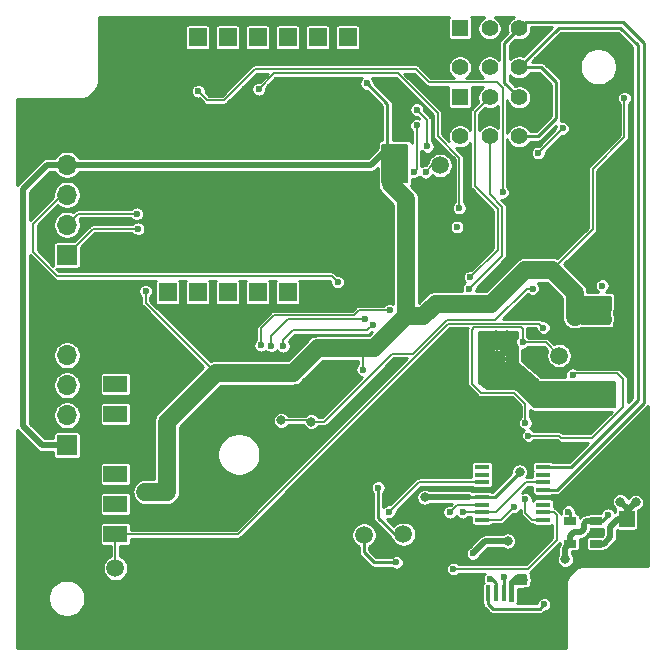
<source format=gbr>
%TF.GenerationSoftware,KiCad,Pcbnew,(5.1.9)-1*%
%TF.CreationDate,2021-03-08T10:45:14+00:00*%
%TF.ProjectId,gps_tracker_basic,6770735f-7472-4616-936b-65725f626173,1.0*%
%TF.SameCoordinates,Original*%
%TF.FileFunction,Copper,L2,Bot*%
%TF.FilePolarity,Positive*%
%FSLAX46Y46*%
G04 Gerber Fmt 4.6, Leading zero omitted, Abs format (unit mm)*
G04 Created by KiCad (PCBNEW (5.1.9)-1) date 2021-03-08 10:45:14*
%MOMM*%
%LPD*%
G01*
G04 APERTURE LIST*
%TA.AperFunction,ComponentPad*%
%ADD10R,2.000000X1.400000*%
%TD*%
%TA.AperFunction,SMDPad,CuDef*%
%ADD11C,1.500000*%
%TD*%
%TA.AperFunction,ComponentPad*%
%ADD12O,1.700000X1.700000*%
%TD*%
%TA.AperFunction,ComponentPad*%
%ADD13R,1.700000X1.700000*%
%TD*%
%TA.AperFunction,ComponentPad*%
%ADD14O,0.890000X1.550000*%
%TD*%
%TA.AperFunction,SMDPad,CuDef*%
%ADD15R,1.200000X1.550000*%
%TD*%
%TA.AperFunction,SMDPad,CuDef*%
%ADD16R,1.500000X1.550000*%
%TD*%
%TA.AperFunction,ComponentPad*%
%ADD17O,1.250000X0.950000*%
%TD*%
%TA.AperFunction,SMDPad,CuDef*%
%ADD18R,0.400000X1.350000*%
%TD*%
%TA.AperFunction,ComponentPad*%
%ADD19O,1.350000X1.350000*%
%TD*%
%TA.AperFunction,ComponentPad*%
%ADD20R,1.350000X1.350000*%
%TD*%
%TA.AperFunction,ComponentPad*%
%ADD21C,1.400000*%
%TD*%
%TA.AperFunction,ComponentPad*%
%ADD22R,1.400000X1.400000*%
%TD*%
%TA.AperFunction,SMDPad,CuDef*%
%ADD23R,1.200000X0.400000*%
%TD*%
%TA.AperFunction,ComponentPad*%
%ADD24R,1.524000X1.524000*%
%TD*%
%TA.AperFunction,SMDPad,CuDef*%
%ADD25R,1.060000X0.650000*%
%TD*%
%TA.AperFunction,ComponentPad*%
%ADD26C,0.300000*%
%TD*%
%TA.AperFunction,ViaPad*%
%ADD27C,0.600000*%
%TD*%
%TA.AperFunction,ViaPad*%
%ADD28C,0.800000*%
%TD*%
%TA.AperFunction,Conductor*%
%ADD29C,0.254000*%
%TD*%
%TA.AperFunction,Conductor*%
%ADD30C,0.508000*%
%TD*%
%TA.AperFunction,Conductor*%
%ADD31C,1.524000*%
%TD*%
%TA.AperFunction,Conductor*%
%ADD32C,0.127000*%
%TD*%
%TA.AperFunction,Conductor*%
%ADD33C,0.100000*%
%TD*%
G04 APERTURE END LIST*
D10*
%TO.P,U4,6*%
%TO.N,/PPS_GPS*%
X108623300Y-114081700D03*
%TO.P,U4,5*%
%TO.N,/3V3*%
X108623300Y-111541700D03*
%TO.P,U4,4*%
X108623300Y-109001700D03*
%TO.P,U4,3*%
%TO.N,GND*%
X108623300Y-106461700D03*
%TO.P,U4,2*%
%TO.N,/TX_GPS*%
X108623300Y-103921700D03*
%TO.P,U4,1*%
%TO.N,/RX_GPS*%
X108623300Y-101381700D03*
%TD*%
D11*
%TO.P,TP2,1*%
%TO.N,/PPS_GPS*%
X108623300Y-116964600D03*
%TD*%
D12*
%TO.P,J1,5*%
%TO.N,GND*%
X104521000Y-80264000D03*
%TO.P,J1,4*%
%TO.N,/3V3*%
X104521000Y-82804000D03*
%TO.P,J1,3*%
%TO.N,/RST*%
X104521000Y-85344000D03*
%TO.P,J1,2*%
%TO.N,/SWDIO*%
X104521000Y-87884000D03*
D13*
%TO.P,J1,1*%
%TO.N,/SWCLK*%
X104521000Y-90424000D03*
%TD*%
D14*
%TO.P,J2,6*%
%TO.N,GND*%
X137343000Y-121800000D03*
X144343000Y-121800000D03*
D15*
X137943000Y-121800000D03*
X143743000Y-121800000D03*
D16*
X139843000Y-121800000D03*
X141843000Y-121800000D03*
D17*
X138343000Y-119100000D03*
X143343000Y-119100000D03*
D18*
%TO.P,J2,5*%
X139543000Y-119100000D03*
%TO.P,J2,4*%
%TO.N,Net-(J2-Pad4)*%
X140193000Y-119100000D03*
%TO.P,J2,3*%
%TO.N,/USBP*%
X140843000Y-119100000D03*
%TO.P,J2,2*%
%TO.N,/USBM*%
X141493000Y-119100000D03*
%TO.P,J2,1*%
%TO.N,Net-(C19-Pad1)*%
X142143000Y-119100000D03*
%TD*%
D19*
%TO.P,J3,2*%
%TO.N,GND*%
X151892000Y-114776000D03*
D20*
%TO.P,J3,1*%
%TO.N,/power/VBAT*%
X151892000Y-112776000D03*
%TD*%
D12*
%TO.P,J4,5*%
%TO.N,GND*%
X104521000Y-96393000D03*
%TO.P,J4,4*%
%TO.N,/SPI_MOSI*%
X104521000Y-98933000D03*
%TO.P,J4,3*%
%TO.N,/SPI_MISO*%
X104521000Y-101473000D03*
%TO.P,J4,2*%
%TO.N,/SPI_SCK*%
X104521000Y-104013000D03*
D13*
%TO.P,J4,1*%
%TO.N,/3V3*%
X104521000Y-106553000D03*
%TD*%
D21*
%TO.P,SW1,6*%
%TO.N,/TX_USB*%
X142795000Y-74547000D03*
%TO.P,SW1,5*%
%TO.N,/RX_1*%
X140295000Y-74547000D03*
%TO.P,SW1,4*%
%TO.N,/TX_GPS*%
X137795000Y-74547000D03*
%TO.P,SW1,3*%
%TO.N,/RX_USB*%
X142795000Y-71247000D03*
%TO.P,SW1,2*%
%TO.N,/TX_1*%
X140295000Y-71247000D03*
D22*
%TO.P,SW1,1*%
%TO.N,/RX_GPS*%
X137795000Y-71247000D03*
%TD*%
D21*
%TO.P,SW2,6*%
%TO.N,/TX_USB*%
X142795000Y-80389000D03*
%TO.P,SW2,5*%
%TO.N,/RX_2*%
X140295000Y-80389000D03*
%TO.P,SW2,4*%
%TO.N,/TX_GSM*%
X137795000Y-80389000D03*
%TO.P,SW2,3*%
%TO.N,/RX_USB*%
X142795000Y-77089000D03*
%TO.P,SW2,2*%
%TO.N,/TX_2*%
X140295000Y-77089000D03*
D22*
%TO.P,SW2,1*%
%TO.N,/RX_GSM*%
X137795000Y-77089000D03*
%TD*%
D11*
%TO.P,TP1,1*%
%TO.N,Net-(C4-Pad1)*%
X136105900Y-82854800D03*
%TD*%
%TO.P,TP4,1*%
%TO.N,GND*%
X134886700Y-116916200D03*
%TD*%
%TO.P,TP5,1*%
%TO.N,GND*%
X149936200Y-79235300D03*
%TD*%
%TO.P,TP6,1*%
%TO.N,/VUSB*%
X129667000Y-114147600D03*
%TD*%
%TO.P,TP7,1*%
%TO.N,/5V0*%
X133007300Y-114081700D03*
%TD*%
%TO.P,TP8,1*%
%TO.N,/4V0*%
X140944600Y-99237800D03*
%TD*%
%TO.P,TP9,1*%
%TO.N,/3V3*%
X147498000Y-95654000D03*
%TD*%
%TO.P,TP10,1*%
%TO.N,/PGOOD*%
X146177000Y-98956000D03*
%TD*%
D23*
%TO.P,U3,16*%
%TO.N,Net-(U3-Pad16)*%
X139640000Y-108394500D03*
%TO.P,U3,15*%
%TO.N,Net-(U3-Pad15)*%
X139640000Y-109029500D03*
%TO.P,U3,14*%
%TO.N,Net-(D1-Pad1)*%
X139640000Y-109664500D03*
%TO.P,U3,13*%
%TO.N,GND*%
X139640000Y-110299500D03*
%TO.P,U3,12*%
%TO.N,/5V0*%
X139640000Y-110934500D03*
%TO.P,U3,11*%
%TO.N,Net-(R10-Pad2)*%
X139640000Y-111569500D03*
%TO.P,U3,10*%
%TO.N,Net-(C13-Pad1)*%
X139640000Y-112204500D03*
%TO.P,U3,9*%
%TO.N,Net-(R8-Pad1)*%
X139640000Y-112839500D03*
%TO.P,U3,8*%
%TO.N,Net-(R9-Pad1)*%
X144840000Y-112839500D03*
%TO.P,U3,7*%
%TO.N,Net-(D2-Pad1)*%
X144840000Y-112204500D03*
%TO.P,U3,6*%
%TO.N,Net-(U3-Pad6)*%
X144840000Y-111569500D03*
%TO.P,U3,5*%
%TO.N,GND*%
X144840000Y-110934500D03*
%TO.P,U3,4*%
%TO.N,/RX_USB*%
X144840000Y-110299500D03*
%TO.P,U3,3*%
%TO.N,Net-(C13-Pad1)*%
X144840000Y-109664500D03*
%TO.P,U3,2*%
%TO.N,Net-(U3-Pad2)*%
X144840000Y-109029500D03*
%TO.P,U3,1*%
%TO.N,/TX_USB*%
X144840000Y-108394500D03*
%TD*%
D24*
%TO.P,U6,12*%
%TO.N,Net-(U6-Pad12)*%
X128270000Y-72009000D03*
%TO.P,U6,11*%
%TO.N,Net-(U6-Pad11)*%
X125730000Y-72009000D03*
%TO.P,U6,10*%
%TO.N,Net-(U6-Pad10)*%
X123190000Y-72009000D03*
%TO.P,U6,9*%
%TO.N,Net-(U6-Pad9)*%
X120650000Y-72009000D03*
%TO.P,U6,8*%
%TO.N,Net-(R24-Pad1)*%
X118110000Y-72009000D03*
%TO.P,U6,7*%
%TO.N,Net-(R23-Pad1)*%
X115570000Y-72009000D03*
%TO.P,U6,6*%
%TO.N,GND*%
X125730000Y-93599000D03*
%TO.P,U6,5*%
%TO.N,Net-(R15-Pad2)*%
X123190000Y-93599000D03*
%TO.P,U6,4*%
%TO.N,Net-(R14-Pad2)*%
X120650000Y-93599000D03*
%TO.P,U6,3*%
%TO.N,/RST_GSM*%
X118110000Y-93599000D03*
%TO.P,U6,2*%
%TO.N,/4V0*%
X115570000Y-93599000D03*
%TO.P,U6,1*%
%TO.N,Net-(U6-Pad1)*%
X113030000Y-93599000D03*
%TD*%
D25*
%TO.P,U7,5*%
%TO.N,Net-(R28-Pad1)*%
X147109000Y-112969000D03*
%TO.P,U7,4*%
%TO.N,/VUSB*%
X147109000Y-114869000D03*
%TO.P,U7,3*%
%TO.N,/power/VBAT*%
X149309000Y-114869000D03*
%TO.P,U7,2*%
%TO.N,GND*%
X149309000Y-113919000D03*
%TO.P,U7,1*%
%TO.N,/VUSB*%
X149309000Y-112969000D03*
%TD*%
D26*
%TO.P,U8,*%
%TO.N,GND*%
X140042900Y-103657400D03*
X140042900Y-103149400D03*
X140550900Y-103657400D03*
X140550900Y-103149400D03*
X141058900Y-103657400D03*
X141058900Y-103149400D03*
X141566900Y-103657400D03*
X141566900Y-103149400D03*
X142074900Y-103657400D03*
X142074900Y-103149400D03*
X140042900Y-102641400D03*
X140550900Y-102641400D03*
X141058900Y-102641400D03*
X141566900Y-102641400D03*
X142074900Y-102641400D03*
%TD*%
D27*
%TO.N,GND*%
X150977600Y-99364800D03*
X144703800Y-77470000D03*
X143713200Y-78079600D03*
X144653000Y-78943200D03*
X136588500Y-79819500D03*
X137096500Y-78867000D03*
X138112500Y-78422500D03*
X140817600Y-115697000D03*
X139903200Y-90017600D03*
X139903200Y-86512400D03*
X140258800Y-87528400D03*
X140258800Y-88849200D03*
X117449600Y-90170000D03*
X118110000Y-90830400D03*
X117703600Y-87630000D03*
X134798000Y-107338000D03*
X136830000Y-107338000D03*
X138862000Y-107338000D03*
X137922000Y-108204000D03*
X146812000Y-107569000D03*
X145923000Y-107569000D03*
X144907000Y-107569000D03*
X143764000Y-107569000D03*
X147828000Y-109601000D03*
X148463000Y-108839000D03*
X151384000Y-116332000D03*
X152654000Y-116332000D03*
X146812000Y-117348000D03*
X145796000Y-117729000D03*
X144780000Y-117729000D03*
X144780000Y-118745000D03*
X146431200Y-121714400D03*
X136398000Y-120396000D03*
X136398000Y-119253000D03*
X133540500Y-119507000D03*
X133540500Y-118237000D03*
X133985000Y-116205000D03*
X135788400Y-116179600D03*
X136969500Y-118300500D03*
X137541000Y-114236500D03*
X135191500Y-115252500D03*
X135255000Y-113093500D03*
X136525000Y-113474500D03*
X137795000Y-113157000D03*
X133032500Y-112141000D03*
X134340600Y-112166400D03*
X131496000Y-105052000D03*
X131496000Y-106322000D03*
X133020000Y-103020000D03*
X134544000Y-103020000D03*
X136322000Y-103020000D03*
X137858500Y-102997000D03*
X146748500Y-77724000D03*
X149796500Y-78041500D03*
X149796500Y-78930500D03*
X146812000Y-76136500D03*
X145351500Y-73088500D03*
X146685000Y-72072500D03*
X143827500Y-72263000D03*
X144653000Y-71501000D03*
X136423400Y-71272400D03*
X135001000Y-72644000D03*
X136702800Y-73228200D03*
X139039600Y-74930000D03*
X140893800Y-73406000D03*
X139065000Y-71932800D03*
X134289800Y-71272400D03*
X133540500Y-72644000D03*
X132016500Y-72644000D03*
X130378200Y-72644000D03*
X131241800Y-71323200D03*
X135890000Y-81280000D03*
X133540500Y-77216000D03*
X136271000Y-77343000D03*
X135318500Y-76644500D03*
X139700000Y-79248000D03*
X144145000Y-75247500D03*
X146304000Y-74041000D03*
X130238500Y-79184500D03*
X128778000Y-79184500D03*
X128778000Y-77914500D03*
X128778000Y-76708000D03*
X130238500Y-77914500D03*
X125222000Y-76708000D03*
X125222000Y-77914500D03*
X125222000Y-79184500D03*
X120015000Y-78295500D03*
X118999000Y-79375000D03*
X117919500Y-80518000D03*
X116840000Y-81661000D03*
X122428000Y-79121000D03*
X121412000Y-80200500D03*
X120269000Y-81343500D03*
X121666000Y-81724500D03*
X123317000Y-81724500D03*
X121602500Y-83883500D03*
X120269000Y-83947000D03*
X118300500Y-83947000D03*
X121348500Y-85407500D03*
X121348500Y-86868000D03*
X123507500Y-86423500D03*
X123507500Y-85153500D03*
X124396500Y-84201000D03*
X125539500Y-83820000D03*
X127063500Y-81407000D03*
X128079500Y-81407000D03*
X114046000Y-81534000D03*
X115379500Y-80073500D03*
X116649500Y-78676500D03*
X118173500Y-78359000D03*
X111760000Y-83883500D03*
X113284000Y-83883500D03*
X114744500Y-83883500D03*
X113284000Y-85090000D03*
X110299500Y-85280500D03*
X111823500Y-85852000D03*
X123825000Y-90421600D03*
X124942800Y-91437600D03*
X125958800Y-90574000D03*
X142113000Y-89471500D03*
X142811500Y-90297000D03*
X143827500Y-88836500D03*
X142684500Y-87757000D03*
X142176500Y-86423500D03*
X142748000Y-84963000D03*
X144272000Y-84963000D03*
X145605500Y-84963000D03*
X145923000Y-88519000D03*
X145986500Y-86423500D03*
X144272000Y-86550500D03*
X146621500Y-82613500D03*
X148018500Y-84328000D03*
X146939000Y-83947000D03*
X150241000Y-84201000D03*
X150241000Y-85407500D03*
X152082500Y-81216500D03*
X152146000Y-85788500D03*
X152146000Y-84010500D03*
X152082500Y-87884000D03*
X152082500Y-90678000D03*
X150495000Y-90678000D03*
X148907500Y-90678000D03*
X148907500Y-92138500D03*
X149669500Y-91376500D03*
X151955500Y-93154500D03*
X151003000Y-96329500D03*
X151003000Y-95377000D03*
X148260000Y-98702000D03*
X147244000Y-97686000D03*
X145859500Y-96266000D03*
X144450000Y-98488500D03*
X144843500Y-100393500D03*
X147752000Y-99718000D03*
X148971000Y-99568000D03*
X153225500Y-104203500D03*
X152463500Y-104902000D03*
X153225500Y-105473500D03*
X150622000Y-108966000D03*
X151574500Y-106680000D03*
X153035000Y-109156500D03*
X153289000Y-112331500D03*
X153289000Y-113284000D03*
X153289000Y-114554000D03*
X143129000Y-115697000D03*
X141922500Y-115697000D03*
X142875000Y-123063000D03*
X141414500Y-123063000D03*
X139954000Y-123063000D03*
X138366500Y-123063000D03*
X130556000Y-89598500D03*
X130556000Y-88709500D03*
X129540000Y-88392000D03*
X128460500Y-88392000D03*
X127444500Y-88392000D03*
X126428500Y-88392000D03*
X124206000Y-88392000D03*
X125539500Y-86423500D03*
X130556000Y-86360000D03*
X137668000Y-90424000D03*
X138303000Y-89789000D03*
X137604500Y-92011500D03*
X137096500Y-83947000D03*
X135128000Y-84582000D03*
X136525000Y-84518500D03*
X134683500Y-86296500D03*
X149225000Y-81280000D03*
X149987000Y-80645000D03*
X148653500Y-77470000D03*
X138112500Y-99250500D03*
X106807200Y-113357800D03*
X101092000Y-106705400D03*
X101117400Y-108051600D03*
X101142800Y-109448600D03*
X110083600Y-89179400D03*
X111988600Y-89230200D03*
X113436400Y-88011000D03*
X111531400Y-87579200D03*
X108636000Y-83843000D03*
X106604000Y-83843000D03*
X103200200Y-84201000D03*
X101752400Y-85394800D03*
X102641400Y-88366600D03*
X106604000Y-81684000D03*
X108509000Y-81684000D03*
X110414000Y-81684000D03*
X111887000Y-80441800D03*
X113182400Y-79273400D03*
X114325400Y-78130400D03*
X116586000Y-76174600D03*
X117551200Y-76225400D03*
X116560600Y-75234800D03*
X114427000Y-75209400D03*
X114427000Y-76631800D03*
X116890800Y-73482200D03*
X114427000Y-73583800D03*
X119354600Y-73456800D03*
X120878600Y-73482200D03*
X122580400Y-73456800D03*
X134924800Y-99237800D03*
X152196800Y-102285800D03*
X152196800Y-101269800D03*
X143992600Y-76555600D03*
X145059400Y-75844400D03*
X144322800Y-73914000D03*
X138912600Y-73228200D03*
X119583200Y-76403200D03*
X122301000Y-75666600D03*
X121716800Y-76250800D03*
X130479800Y-108280200D03*
X129489200Y-110185200D03*
X133553200Y-121615200D03*
X129362200Y-122148600D03*
X129387600Y-118795800D03*
X135052000Y-93520400D03*
X127127200Y-93622000D03*
X127889200Y-94180800D03*
X121793200Y-90574000D03*
X118084800Y-95247600D03*
X119202400Y-95654000D03*
X116510000Y-98448000D03*
X118135600Y-98448000D03*
X119659600Y-98448000D03*
X111176000Y-97025600D03*
X114478000Y-100480000D03*
X114579600Y-105458400D03*
X111430000Y-105458400D03*
X114579600Y-106322000D03*
X114579600Y-107134800D03*
X111023600Y-113027600D03*
X112395200Y-113027600D03*
X113766800Y-114805600D03*
X113766800Y-113027600D03*
X106807200Y-114399200D03*
X103911600Y-114653200D03*
X104013200Y-108455600D03*
X105334000Y-108455600D03*
X111938000Y-116888400D03*
X111925300Y-119352200D03*
X117018000Y-114958000D03*
X120574000Y-114958000D03*
X122352000Y-106830000D03*
X125146000Y-106830000D03*
X126162000Y-108100000D03*
X122352000Y-109116000D03*
X125146000Y-109624000D03*
X126162000Y-105560000D03*
X125146000Y-103020000D03*
X125146000Y-101750000D03*
X122098000Y-102766000D03*
X121082000Y-101750000D03*
X130226000Y-101496000D03*
X131242000Y-100480000D03*
X131496000Y-102512000D03*
X130226000Y-104036000D03*
X130226000Y-105560000D03*
X131496000Y-103782000D03*
X132766000Y-107338000D03*
X138608000Y-105560000D03*
X135052000Y-108862000D03*
X148133000Y-105179000D03*
X146990000Y-105179000D03*
X148514000Y-97051000D03*
X146101000Y-97178000D03*
X144831000Y-89812000D03*
X145847000Y-90320000D03*
X150927000Y-92225000D03*
X151943000Y-92225000D03*
X139751000Y-93114000D03*
X140767000Y-92098000D03*
X131623000Y-86383000D03*
X101905000Y-78001000D03*
X103937000Y-78001000D03*
X105969000Y-78001000D03*
X107493000Y-89304000D03*
X107493000Y-91336000D03*
X107493000Y-93622000D03*
X107493000Y-96162000D03*
X107493000Y-98321000D03*
X101651000Y-91209000D03*
X102921000Y-92733000D03*
X104445000Y-94130000D03*
X106604000Y-85494000D03*
X101270000Y-82954000D03*
X102794000Y-81684000D03*
X102032000Y-99464000D03*
X102921000Y-97686000D03*
X103048000Y-101877000D03*
X103048000Y-104290000D03*
X105715000Y-102766000D03*
X105715000Y-100099000D03*
X105715000Y-105179000D03*
X113335000Y-119403000D03*
X113335000Y-116863000D03*
X114732000Y-116863000D03*
X114859000Y-119403000D03*
D28*
%TO.N,/3V3*%
X131648200Y-82448400D03*
X131648200Y-81432400D03*
X132384800Y-81940400D03*
D27*
X129895600Y-75920600D03*
X133540500Y-90678000D03*
D28*
X111150600Y-110500300D03*
X112077700Y-110500300D03*
X112992100Y-110500300D03*
D27*
X149834800Y-93025100D03*
X149123600Y-94942800D03*
X148920400Y-95857200D03*
X151714400Y-77162800D03*
X129565600Y-100137100D03*
X111176000Y-93495000D03*
X148666400Y-94282400D03*
%TO.N,Net-(C4-Pad1)*%
X134874000Y-83439000D03*
%TO.N,/RST*%
X137541000Y-88074500D03*
X127432000Y-92733000D03*
D28*
%TO.N,/5V0*%
X142849600Y-108813600D03*
X134810500Y-110947200D03*
D27*
X130860800Y-110134400D03*
%TO.N,Net-(C13-Pad1)*%
X138023600Y-112217200D03*
%TO.N,/4V0*%
X150368000Y-101727000D03*
X150368000Y-102362000D03*
X150368000Y-102997000D03*
D28*
X139877800Y-97282000D03*
X140843000Y-97256600D03*
X141782800Y-97256600D03*
%TO.N,Net-(C19-Pad1)*%
X143128419Y-117972848D03*
%TO.N,/VUSB*%
X146710400Y-116205000D03*
D27*
X150317200Y-112445800D03*
X138887200Y-115712998D03*
D28*
X141833600Y-114655600D03*
D27*
X132410200Y-116459000D03*
%TO.N,Net-(C25-Pad1)*%
X143591280Y-105724960D03*
X147320000Y-100584000D03*
D28*
%TO.N,/power/VBAT*%
X151358600Y-111328200D03*
X152654000Y-111379000D03*
D27*
%TO.N,Net-(D1-Pad1)*%
X131800600Y-112166400D03*
%TO.N,Net-(D2-Pad1)*%
X137223500Y-117030500D03*
%TO.N,/SWCLK*%
X110530640Y-88224360D03*
%TO.N,/SWDIO*%
X110423960Y-86959440D03*
%TO.N,/USBM*%
X141478000Y-117729000D03*
%TO.N,/USBP*%
X140335000Y-117870998D03*
%TO.N,Net-(J2-Pad4)*%
X144907000Y-120015000D03*
%TO.N,/SPI_MOSI*%
X122821900Y-98155900D03*
X130416500Y-96352500D03*
%TO.N,/SPI_MISO*%
X121793200Y-98130500D03*
X129730700Y-95857200D03*
%TO.N,/SPI_SCK*%
X120929600Y-98092400D03*
X131851600Y-95107900D03*
%TO.N,Net-(R4-Pad2)*%
X144409160Y-81803240D03*
X146486880Y-79720440D03*
%TO.N,/I2C_SCL*%
X135026400Y-81254600D03*
X134137400Y-78130400D03*
%TO.N,/I2C_SDA*%
X133896300Y-83388200D03*
X134112000Y-79476600D03*
%TO.N,Net-(R8-Pad1)*%
X142367000Y-111742500D03*
%TO.N,Net-(R9-Pad1)*%
X143319500Y-111125000D03*
%TO.N,Net-(R10-Pad2)*%
X136931400Y-112217200D03*
%TO.N,/RING*%
X141406880Y-85130640D03*
X115620800Y-76565760D03*
%TO.N,/DTR*%
X120761760Y-76395300D03*
X137718800Y-86461600D03*
%TO.N,Net-(R28-Pad1)*%
X146964400Y-112166400D03*
%TO.N,/PGOOD*%
X143319500Y-104648000D03*
X143093000Y-97826000D03*
%TO.N,/RX_2*%
X138569700Y-93281500D03*
%TO.N,/TX_2*%
X138660111Y-92317811D03*
%TO.N,/PPS_GPS*%
X144856200Y-96596200D03*
%TO.N,/RESET_GPS*%
X143942000Y-93279100D03*
D28*
X125209500Y-104544000D03*
X122669500Y-104442400D03*
%TD*%
D29*
%TO.N,/3V3*%
X131648200Y-77673200D02*
X131648200Y-81432400D01*
X129895600Y-75920600D02*
X131648200Y-77673200D01*
D30*
X104521000Y-106553000D02*
X102387400Y-106553000D01*
X102387400Y-106553000D02*
X100787200Y-104952800D01*
X100787200Y-104952800D02*
X100787200Y-84861400D01*
X102844600Y-82804000D02*
X104521000Y-82804000D01*
X100787200Y-84861400D02*
X102844600Y-82804000D01*
X130276600Y-82804000D02*
X131648200Y-81432400D01*
X104521000Y-82804000D02*
X130276600Y-82804000D01*
D31*
X111150600Y-110500300D02*
X111150600Y-110500300D01*
X112077700Y-110500300D02*
X111150600Y-110500300D01*
X112992100Y-110500300D02*
X112077700Y-110500300D01*
X133229838Y-95647362D02*
X130543500Y-98333700D01*
X133229838Y-85731838D02*
X133229838Y-95647362D01*
X131927600Y-84429600D02*
X133229838Y-85731838D01*
X131927600Y-83667600D02*
X131927600Y-84429600D01*
X132003800Y-83591400D02*
X131927600Y-83667600D01*
X145580300Y-91717000D02*
X147498000Y-93634700D01*
X147498000Y-93634700D02*
X147498000Y-95654000D01*
D32*
X151714400Y-77162800D02*
X151714400Y-80452100D01*
X151714400Y-80452100D02*
X149022000Y-83144500D01*
X149022000Y-88275300D02*
X145580300Y-91717000D01*
X149022000Y-83144500D02*
X149022000Y-88275300D01*
X129565600Y-99019500D02*
X130251400Y-98333700D01*
X129565600Y-100137100D02*
X129565600Y-99019500D01*
D31*
X130543500Y-98333700D02*
X130251400Y-98333700D01*
X125730200Y-98333700D02*
X130251400Y-98333700D01*
X123647400Y-100416500D02*
X125730200Y-98333700D01*
X117119600Y-100416500D02*
X123647400Y-100416500D01*
X112992100Y-104544000D02*
X117119600Y-100416500D01*
X112992100Y-110500300D02*
X112992100Y-104544000D01*
D32*
X111176000Y-94472900D02*
X117119600Y-100416500D01*
X111176000Y-93495000D02*
X111176000Y-94472900D01*
X148145700Y-94282400D02*
X147498000Y-93634700D01*
X148666400Y-94282400D02*
X148145700Y-94282400D01*
D31*
X143307000Y-91717000D02*
X145580300Y-91717000D01*
X140424100Y-94599900D02*
X143307000Y-91717000D01*
X135725100Y-94599900D02*
X140424100Y-94599900D01*
X134677638Y-95647362D02*
X135725100Y-94599900D01*
X133229838Y-95647362D02*
X134677638Y-95647362D01*
D32*
%TO.N,Net-(C4-Pad1)*%
X135458200Y-82854800D02*
X136105900Y-82854800D01*
X134874000Y-83439000D02*
X135458200Y-82854800D01*
%TO.N,/RST*%
X127432000Y-92733000D02*
X126924000Y-92225000D01*
X126924000Y-92225000D02*
X103683000Y-92225000D01*
X103683000Y-92225000D02*
X101651000Y-90193000D01*
X101651000Y-90193000D02*
X101651000Y-87780000D01*
X104087000Y-85344000D02*
X104521000Y-85344000D01*
X101651000Y-87780000D02*
X104087000Y-85344000D01*
D29*
%TO.N,/5V0*%
X139560300Y-110934500D02*
X138560598Y-110934500D01*
X139640000Y-110934500D02*
X139560300Y-110934500D01*
X140728700Y-110934500D02*
X142849600Y-108813600D01*
X139640000Y-110934500D02*
X140728700Y-110934500D01*
D30*
X134823200Y-110934500D02*
X138560598Y-110934500D01*
X134810500Y-110947200D02*
X134823200Y-110934500D01*
D29*
X130860800Y-110134400D02*
X130860800Y-112671800D01*
X132270700Y-114081700D02*
X133007300Y-114081700D01*
X130860800Y-112671800D02*
X132270700Y-114081700D01*
D32*
%TO.N,Net-(C13-Pad1)*%
X139627300Y-112217200D02*
X139640000Y-112204500D01*
X138023600Y-112217200D02*
X139627300Y-112217200D01*
X143383000Y-109664500D02*
X143624300Y-109664500D01*
X140843000Y-112204500D02*
X143383000Y-109664500D01*
X143624300Y-109664500D02*
X144840000Y-109664500D01*
X139640000Y-112204500D02*
X140843000Y-112204500D01*
D30*
%TO.N,Net-(C19-Pad1)*%
X143118267Y-117983000D02*
X143128419Y-117972848D01*
%TO.N,/VUSB*%
X146710400Y-115267600D02*
X147109000Y-114869000D01*
X146710400Y-116205000D02*
X146710400Y-115267600D01*
X147109000Y-114869000D02*
X147109000Y-114231600D01*
X147109000Y-114231600D02*
X147421600Y-113919000D01*
X148005800Y-113919000D02*
X148270999Y-113653801D01*
X147421600Y-113919000D02*
X148005800Y-113919000D01*
X148489598Y-112969000D02*
X149309000Y-112969000D01*
X148270999Y-113187599D02*
X148489598Y-112969000D01*
X148270999Y-113653801D02*
X148270999Y-113187599D01*
D29*
X149794000Y-112969000D02*
X150317200Y-112445800D01*
X149309000Y-112969000D02*
X149794000Y-112969000D01*
D30*
X139944598Y-114655600D02*
X138887200Y-115712998D01*
X141833600Y-114655600D02*
X139944598Y-114655600D01*
D29*
X132410200Y-116459000D02*
X130505200Y-116459000D01*
X129667000Y-115620800D02*
X129667000Y-114147600D01*
X130505200Y-116459000D02*
X129667000Y-115620800D01*
D32*
%TO.N,Net-(C25-Pad1)*%
X147462240Y-100441760D02*
X147320000Y-100584000D01*
X151089360Y-100441760D02*
X147462240Y-100441760D01*
X151627840Y-103276400D02*
X151627840Y-100980240D01*
X148963240Y-105941000D02*
X151627840Y-103276400D01*
X146355000Y-105941000D02*
X148963240Y-105941000D01*
X146138960Y-105724960D02*
X146355000Y-105941000D01*
X151627840Y-100980240D02*
X151089360Y-100441760D01*
X143591280Y-105724960D02*
X146138960Y-105724960D01*
D30*
%TO.N,/power/VBAT*%
X149309000Y-114869000D02*
X150002200Y-114869000D01*
X150002200Y-114869000D02*
X150520400Y-114350800D01*
X150520400Y-114350800D02*
X150520400Y-113461800D01*
X151206200Y-112776000D02*
X151892000Y-112776000D01*
X150520400Y-113461800D02*
X151206200Y-112776000D01*
X151892000Y-111861600D02*
X151892000Y-112776000D01*
X151358600Y-111328200D02*
X151892000Y-111861600D01*
X151892000Y-112141000D02*
X151892000Y-112776000D01*
X152654000Y-111379000D02*
X151892000Y-112141000D01*
D32*
%TO.N,Net-(D1-Pad1)*%
X139640000Y-109664500D02*
X137223500Y-109664500D01*
X134302500Y-109664500D02*
X137223500Y-109664500D01*
X131800600Y-112166400D02*
X134302500Y-109664500D01*
%TO.N,Net-(D2-Pad1)*%
X145732500Y-112204500D02*
X144840000Y-112204500D01*
X145986500Y-112458500D02*
X145732500Y-112204500D01*
X145986500Y-114554000D02*
X145986500Y-112458500D01*
X143510000Y-117030500D02*
X145986500Y-114554000D01*
X137223500Y-117030500D02*
X143510000Y-117030500D01*
%TO.N,/SWCLK*%
X106720640Y-88224360D02*
X104521000Y-90424000D01*
X110530640Y-88224360D02*
X106720640Y-88224360D01*
%TO.N,/SWDIO*%
X105445560Y-86959440D02*
X104521000Y-87884000D01*
X110423960Y-86959440D02*
X105445560Y-86959440D01*
D29*
%TO.N,/USBM*%
X141493000Y-119100000D02*
X141493000Y-118227306D01*
X141493000Y-117744000D02*
X141478000Y-117729000D01*
X141493000Y-118227306D02*
X141493000Y-117744000D01*
%TO.N,/USBP*%
X140843000Y-118189198D02*
X140697801Y-118043999D01*
X140843000Y-119100000D02*
X140843000Y-118189198D01*
X140524800Y-117870998D02*
X140335000Y-117870998D01*
X140697801Y-118043999D02*
X140524800Y-117870998D01*
%TO.N,Net-(J2-Pad4)*%
X140193000Y-120010802D02*
X140578198Y-120396000D01*
X140193000Y-119100000D02*
X140193000Y-120010802D01*
X144526000Y-120396000D02*
X144907000Y-120015000D01*
X140578198Y-120396000D02*
X144526000Y-120396000D01*
D32*
%TO.N,/SPI_MOSI*%
X129959300Y-96809700D02*
X130416500Y-96352500D01*
X123634700Y-96809700D02*
X129959300Y-96809700D01*
X122821900Y-97622500D02*
X123634700Y-96809700D01*
X122821900Y-98155900D02*
X122821900Y-97622500D01*
%TO.N,/SPI_MISO*%
X129721190Y-95866710D02*
X129730700Y-95857200D01*
X123244190Y-95866710D02*
X129721190Y-95866710D01*
X121793200Y-97317700D02*
X123244190Y-95866710D01*
X121793200Y-98130500D02*
X121793200Y-97317700D01*
%TO.N,/SPI_SCK*%
X129235400Y-95107900D02*
X131851600Y-95107900D01*
X128803600Y-95539700D02*
X129235400Y-95107900D01*
X122047200Y-95539700D02*
X128803600Y-95539700D01*
X120929600Y-96657300D02*
X122047200Y-95539700D01*
X120929600Y-98092400D02*
X120929600Y-96657300D01*
%TO.N,Net-(R4-Pad2)*%
X146486880Y-79725520D02*
X146486880Y-79720440D01*
X144409160Y-81803240D02*
X146486880Y-79725520D01*
%TO.N,/I2C_SCL*%
X135026400Y-79019400D02*
X134137400Y-78130400D01*
X135026400Y-81254600D02*
X135026400Y-79019400D01*
%TO.N,/I2C_SDA*%
X134112000Y-82575400D02*
X134112000Y-79476600D01*
X134112000Y-83172500D02*
X134112000Y-82575400D01*
X133896300Y-83388200D02*
X134112000Y-83172500D01*
%TO.N,Net-(R8-Pad1)*%
X141270000Y-112839500D02*
X139640000Y-112839500D01*
X142367000Y-111742500D02*
X141270000Y-112839500D01*
%TO.N,Net-(R9-Pad1)*%
X143319500Y-111125000D02*
X143319500Y-112268000D01*
X143891000Y-112839500D02*
X144840000Y-112839500D01*
X143319500Y-112268000D02*
X143891000Y-112839500D01*
%TO.N,Net-(R10-Pad2)*%
X139640000Y-111569500D02*
X137579100Y-111569500D01*
X137579100Y-111569500D02*
X136931400Y-112217200D01*
%TO.N,/RING*%
X116392960Y-77337920D02*
X115620800Y-76565760D01*
X117774720Y-77337920D02*
X116392960Y-77337920D01*
X120421400Y-74691240D02*
X117774720Y-77337920D01*
X134061200Y-74691240D02*
X120421400Y-74691240D01*
X135199120Y-75829160D02*
X134061200Y-74691240D01*
X140906528Y-75829160D02*
X135199120Y-75829160D01*
X141406880Y-76329512D02*
X140906528Y-75829160D01*
X141406880Y-85130640D02*
X141406880Y-76329512D01*
%TO.N,/DTR*%
X135895080Y-80365600D02*
X137718800Y-82189320D01*
X135895080Y-78440280D02*
X135895080Y-80365600D01*
X132527050Y-75072250D02*
X135895080Y-78440280D01*
X122084810Y-75072250D02*
X132527050Y-75072250D01*
X137718800Y-82189320D02*
X137718800Y-86461600D01*
X120761760Y-76395300D02*
X122084810Y-75072250D01*
D29*
%TO.N,Net-(R28-Pad1)*%
X147109000Y-112199600D02*
X147116800Y-112191800D01*
X147109000Y-112311000D02*
X146964400Y-112166400D01*
X147109000Y-112969000D02*
X147109000Y-112311000D01*
D32*
%TO.N,/PGOOD*%
X145047000Y-97826000D02*
X146177000Y-98956000D01*
X143093000Y-97826000D02*
X145047000Y-97826000D01*
X143093000Y-97826000D02*
X143093000Y-96738000D01*
X143319500Y-103060500D02*
X143319500Y-104648000D01*
X142932911Y-96577911D02*
X139007089Y-96577911D01*
X143093000Y-96738000D02*
X142932911Y-96577911D01*
X139007089Y-96577911D02*
X138811000Y-96774000D01*
X138811000Y-96774000D02*
X138811000Y-101350798D01*
X138811000Y-101350798D02*
X139568202Y-102108000D01*
X139568202Y-102108000D02*
X142367000Y-102108000D01*
X142367000Y-102108000D02*
X143319500Y-103060500D01*
D29*
%TO.N,/RX_USB*%
X143353800Y-70688200D02*
X142795000Y-71247000D01*
X151561800Y-70688200D02*
X143353800Y-70688200D01*
X153339800Y-72466200D02*
X151561800Y-70688200D01*
X153339800Y-102946200D02*
X153339800Y-72466200D01*
X145986500Y-110299500D02*
X153339800Y-102946200D01*
X144840000Y-110299500D02*
X145986500Y-110299500D01*
X141559280Y-72482720D02*
X142795000Y-71247000D01*
X141559280Y-75853280D02*
X141559280Y-72482720D01*
X142795000Y-77089000D02*
X141559280Y-75853280D01*
%TO.N,/TX_USB*%
X142795000Y-80389000D02*
X144401000Y-80389000D01*
X144401000Y-80389000D02*
X145923000Y-78867000D01*
X145923000Y-78867000D02*
X145923000Y-75819000D01*
X144651000Y-74547000D02*
X142795000Y-74547000D01*
X145923000Y-75819000D02*
X144651000Y-74547000D01*
X151351376Y-71196210D02*
X146145790Y-71196210D01*
X146145790Y-71196210D02*
X142795000Y-74547000D01*
X152831800Y-72676634D02*
X151351376Y-71196210D01*
X152831800Y-102735766D02*
X152831800Y-72676634D01*
X147173066Y-108394500D02*
X152831800Y-102735766D01*
X144840000Y-108394500D02*
X147173066Y-108394500D01*
D32*
%TO.N,/RX_2*%
X140295000Y-85300480D02*
X140295000Y-81378949D01*
X140295000Y-81378949D02*
X140295000Y-80389000D01*
X138569700Y-93281500D02*
X141351011Y-90500189D01*
X141351011Y-90500189D02*
X141351011Y-86356491D01*
X141351011Y-86356491D02*
X140295000Y-85300480D01*
%TO.N,/TX_2*%
X139052300Y-84596610D02*
X139052300Y-78331700D01*
X140970000Y-90007922D02*
X140970000Y-86514310D01*
X138660111Y-92317811D02*
X140970000Y-90007922D01*
X139052300Y-78331700D02*
X140295000Y-77089000D01*
X140970000Y-86514310D02*
X139052300Y-84596610D01*
%TO.N,/PPS_GPS*%
X108623300Y-114081700D02*
X108623300Y-116964600D01*
X144856200Y-96596200D02*
X144510900Y-96250900D01*
X144510900Y-96250900D02*
X136791900Y-96250900D01*
X136791900Y-96250900D02*
X118961100Y-114081700D01*
X118961100Y-114081700D02*
X108623300Y-114081700D01*
%TO.N,/RESET_GPS*%
X125107900Y-104442400D02*
X125209500Y-104544000D01*
X122669500Y-104442400D02*
X125107900Y-104442400D01*
X126289000Y-104544000D02*
X125209500Y-104544000D01*
X132038910Y-98794090D02*
X126289000Y-104544000D01*
X133778810Y-98794090D02*
X132038910Y-98794090D01*
X136652200Y-95920700D02*
X133778810Y-98794090D01*
X140792400Y-95920700D02*
X136652200Y-95920700D01*
X143434000Y-93279100D02*
X140792400Y-95920700D01*
X143942000Y-93279100D02*
X143434000Y-93279100D01*
%TD*%
%TO.N,Net-(C19-Pad1)*%
X143395700Y-118300500D02*
X142367000Y-118300500D01*
X142354612Y-118301720D01*
X142342700Y-118305334D01*
X142331721Y-118311202D01*
X142322099Y-118319099D01*
X142314202Y-118328721D01*
X142308334Y-118339700D01*
X142304720Y-118351612D01*
X142303500Y-118364000D01*
X142303500Y-119697500D01*
X142024100Y-119697500D01*
X142024100Y-118136302D01*
X142621902Y-117538500D01*
X143395700Y-117538500D01*
X143395700Y-118300500D01*
%TA.AperFunction,Conductor*%
D33*
G36*
X143395700Y-118300500D02*
G01*
X142367000Y-118300500D01*
X142354612Y-118301720D01*
X142342700Y-118305334D01*
X142331721Y-118311202D01*
X142322099Y-118319099D01*
X142314202Y-118328721D01*
X142308334Y-118339700D01*
X142304720Y-118351612D01*
X142303500Y-118364000D01*
X142303500Y-119697500D01*
X142024100Y-119697500D01*
X142024100Y-118136302D01*
X142621902Y-117538500D01*
X143395700Y-117538500D01*
X143395700Y-118300500D01*
G37*
%TD.AperFunction*%
%TD*%
D32*
%TO.N,/4V0*%
X142684500Y-97437590D02*
X142655301Y-97466789D01*
X142593632Y-97559082D01*
X142551155Y-97661633D01*
X142529500Y-97770500D01*
X142529500Y-97881500D01*
X142551155Y-97990367D01*
X142593632Y-98092918D01*
X142655301Y-98185211D01*
X142684500Y-98214410D01*
X142684500Y-99568000D01*
X142685720Y-99580388D01*
X142689334Y-99592300D01*
X142695202Y-99603279D01*
X142706675Y-99616213D01*
X144484675Y-101140213D01*
X144494875Y-101147349D01*
X144506271Y-101152357D01*
X144518425Y-101155047D01*
X144526000Y-101155500D01*
X150939500Y-101155500D01*
X150939500Y-103314500D01*
X144042701Y-103314500D01*
X143617915Y-102925113D01*
X143592706Y-102877950D01*
X143551843Y-102828157D01*
X143539365Y-102817917D01*
X142609588Y-101888141D01*
X142599343Y-101875657D01*
X142549550Y-101834794D01*
X142492743Y-101804430D01*
X142431103Y-101785732D01*
X142383061Y-101781000D01*
X142367000Y-101779418D01*
X142350939Y-101781000D01*
X140037250Y-101781000D01*
X139382500Y-101313322D01*
X139382500Y-99923054D01*
X140528754Y-99923054D01*
X140631470Y-99992884D01*
X140784797Y-100039464D01*
X140944264Y-100055236D01*
X141103745Y-100039595D01*
X141257109Y-99993141D01*
X141257730Y-99992884D01*
X141360446Y-99923054D01*
X140944600Y-99507208D01*
X140528754Y-99923054D01*
X139382500Y-99923054D01*
X139382500Y-99237464D01*
X140127164Y-99237464D01*
X140142805Y-99396945D01*
X140189259Y-99550309D01*
X140189516Y-99550930D01*
X140259346Y-99653646D01*
X140675192Y-99237800D01*
X141214008Y-99237800D01*
X141629854Y-99653646D01*
X141699684Y-99550930D01*
X141746264Y-99397603D01*
X141762036Y-99238136D01*
X141746395Y-99078655D01*
X141699941Y-98925291D01*
X141699684Y-98924670D01*
X141629854Y-98821954D01*
X141214008Y-99237800D01*
X140675192Y-99237800D01*
X140259346Y-98821954D01*
X140189516Y-98924670D01*
X140142936Y-99077997D01*
X140127164Y-99237464D01*
X139382500Y-99237464D01*
X139382500Y-98552546D01*
X140528754Y-98552546D01*
X140944600Y-98968392D01*
X141360446Y-98552546D01*
X141257730Y-98482716D01*
X141104403Y-98436136D01*
X140944936Y-98420364D01*
X140785455Y-98436005D01*
X140632091Y-98482459D01*
X140631470Y-98482716D01*
X140528754Y-98552546D01*
X139382500Y-98552546D01*
X139382500Y-96939100D01*
X142684500Y-96939100D01*
X142684500Y-97437590D01*
%TA.AperFunction,Conductor*%
D33*
G36*
X142684500Y-97437590D02*
G01*
X142655301Y-97466789D01*
X142593632Y-97559082D01*
X142551155Y-97661633D01*
X142529500Y-97770500D01*
X142529500Y-97881500D01*
X142551155Y-97990367D01*
X142593632Y-98092918D01*
X142655301Y-98185211D01*
X142684500Y-98214410D01*
X142684500Y-99568000D01*
X142685720Y-99580388D01*
X142689334Y-99592300D01*
X142695202Y-99603279D01*
X142706675Y-99616213D01*
X144484675Y-101140213D01*
X144494875Y-101147349D01*
X144506271Y-101152357D01*
X144518425Y-101155047D01*
X144526000Y-101155500D01*
X150939500Y-101155500D01*
X150939500Y-103314500D01*
X144042701Y-103314500D01*
X143617915Y-102925113D01*
X143592706Y-102877950D01*
X143551843Y-102828157D01*
X143539365Y-102817917D01*
X142609588Y-101888141D01*
X142599343Y-101875657D01*
X142549550Y-101834794D01*
X142492743Y-101804430D01*
X142431103Y-101785732D01*
X142383061Y-101781000D01*
X142367000Y-101779418D01*
X142350939Y-101781000D01*
X140037250Y-101781000D01*
X139382500Y-101313322D01*
X139382500Y-99923054D01*
X140528754Y-99923054D01*
X140631470Y-99992884D01*
X140784797Y-100039464D01*
X140944264Y-100055236D01*
X141103745Y-100039595D01*
X141257109Y-99993141D01*
X141257730Y-99992884D01*
X141360446Y-99923054D01*
X140944600Y-99507208D01*
X140528754Y-99923054D01*
X139382500Y-99923054D01*
X139382500Y-99237464D01*
X140127164Y-99237464D01*
X140142805Y-99396945D01*
X140189259Y-99550309D01*
X140189516Y-99550930D01*
X140259346Y-99653646D01*
X140675192Y-99237800D01*
X141214008Y-99237800D01*
X141629854Y-99653646D01*
X141699684Y-99550930D01*
X141746264Y-99397603D01*
X141762036Y-99238136D01*
X141746395Y-99078655D01*
X141699941Y-98925291D01*
X141699684Y-98924670D01*
X141629854Y-98821954D01*
X141214008Y-99237800D01*
X140675192Y-99237800D01*
X140259346Y-98821954D01*
X140189516Y-98924670D01*
X140142936Y-99077997D01*
X140127164Y-99237464D01*
X139382500Y-99237464D01*
X139382500Y-98552546D01*
X140528754Y-98552546D01*
X140944600Y-98968392D01*
X141360446Y-98552546D01*
X141257730Y-98482716D01*
X141104403Y-98436136D01*
X140944936Y-98420364D01*
X140785455Y-98436005D01*
X140632091Y-98482459D01*
X140631470Y-98482716D01*
X140528754Y-98552546D01*
X139382500Y-98552546D01*
X139382500Y-96939100D01*
X142684500Y-96939100D01*
X142684500Y-97437590D01*
G37*
%TD.AperFunction*%
%TD*%
D32*
%TO.N,/3V3*%
X133337300Y-83310077D02*
X133332800Y-83332700D01*
X133332800Y-83443700D01*
X133337300Y-83466323D01*
X133337300Y-84264500D01*
X131229100Y-84264500D01*
X131229100Y-81089500D01*
X133337300Y-81089500D01*
X133337300Y-83310077D01*
%TA.AperFunction,Conductor*%
D33*
G36*
X133337300Y-83310077D02*
G01*
X133332800Y-83332700D01*
X133332800Y-83443700D01*
X133337300Y-83466323D01*
X133337300Y-84264500D01*
X131229100Y-84264500D01*
X131229100Y-81089500D01*
X133337300Y-81089500D01*
X133337300Y-83310077D01*
G37*
%TD.AperFunction*%
%TD*%
D29*
%TO.N,/3V3*%
X150457100Y-95065427D02*
X150447360Y-95080004D01*
X150400095Y-95194111D01*
X150376000Y-95315246D01*
X150376000Y-95438754D01*
X150400095Y-95559889D01*
X150447360Y-95673996D01*
X150457100Y-95688573D01*
X150457100Y-96017927D01*
X150447360Y-96032504D01*
X150400095Y-96146611D01*
X150389455Y-96200100D01*
X148006000Y-96200100D01*
X148006000Y-94003000D01*
X150457100Y-94003000D01*
X150457100Y-95065427D01*
%TA.AperFunction,Conductor*%
D33*
G36*
X150457100Y-95065427D02*
G01*
X150447360Y-95080004D01*
X150400095Y-95194111D01*
X150376000Y-95315246D01*
X150376000Y-95438754D01*
X150400095Y-95559889D01*
X150447360Y-95673996D01*
X150457100Y-95688573D01*
X150457100Y-96017927D01*
X150447360Y-96032504D01*
X150400095Y-96146611D01*
X150389455Y-96200100D01*
X148006000Y-96200100D01*
X148006000Y-94003000D01*
X150457100Y-94003000D01*
X150457100Y-95065427D01*
G37*
%TD.AperFunction*%
%TD*%
D29*
%TO.N,GND*%
X130838600Y-83614113D02*
X130833332Y-83667600D01*
X130838600Y-83721087D01*
X130838600Y-84376113D01*
X130833332Y-84429600D01*
X130838600Y-84483087D01*
X130838600Y-84483097D01*
X130854357Y-84643081D01*
X130884013Y-84740842D01*
X130916627Y-84848358D01*
X131017749Y-85037543D01*
X131119733Y-85161811D01*
X131119737Y-85161815D01*
X131153836Y-85203365D01*
X131195386Y-85237464D01*
X132140838Y-86182916D01*
X132140839Y-94549047D01*
X132034489Y-94504995D01*
X131913354Y-94480900D01*
X131789846Y-94480900D01*
X131668711Y-94504995D01*
X131554604Y-94552260D01*
X131451911Y-94620877D01*
X131364577Y-94708211D01*
X131358437Y-94717400D01*
X129254570Y-94717400D01*
X129235399Y-94715512D01*
X129216228Y-94717400D01*
X129216222Y-94717400D01*
X129166763Y-94722271D01*
X129158848Y-94723051D01*
X129141716Y-94728248D01*
X129085239Y-94745380D01*
X129017400Y-94781640D01*
X128957939Y-94830439D01*
X128945710Y-94845340D01*
X128641850Y-95149200D01*
X122066378Y-95149200D01*
X122047199Y-95147311D01*
X121970648Y-95154851D01*
X121921849Y-95169654D01*
X121897039Y-95177180D01*
X121829200Y-95213440D01*
X121769739Y-95262239D01*
X121757514Y-95277135D01*
X120667036Y-96367614D01*
X120652140Y-96379839D01*
X120603341Y-96439300D01*
X120594827Y-96455229D01*
X120567080Y-96507140D01*
X120544751Y-96580749D01*
X120537211Y-96657300D01*
X120539101Y-96676488D01*
X120539100Y-97599237D01*
X120529911Y-97605377D01*
X120442577Y-97692711D01*
X120373960Y-97795404D01*
X120326695Y-97909511D01*
X120302600Y-98030646D01*
X120302600Y-98154154D01*
X120326695Y-98275289D01*
X120373960Y-98389396D01*
X120442577Y-98492089D01*
X120529911Y-98579423D01*
X120632604Y-98648040D01*
X120746711Y-98695305D01*
X120867846Y-98719400D01*
X120991354Y-98719400D01*
X121112489Y-98695305D01*
X121226596Y-98648040D01*
X121329289Y-98579423D01*
X121342350Y-98566362D01*
X121393511Y-98617523D01*
X121496204Y-98686140D01*
X121610311Y-98733405D01*
X121731446Y-98757500D01*
X121854954Y-98757500D01*
X121976089Y-98733405D01*
X122090196Y-98686140D01*
X122192889Y-98617523D01*
X122280223Y-98530189D01*
X122299064Y-98501991D01*
X122334877Y-98555589D01*
X122422211Y-98642923D01*
X122524904Y-98711540D01*
X122639011Y-98758805D01*
X122760146Y-98782900D01*
X122883654Y-98782900D01*
X123004789Y-98758805D01*
X123118896Y-98711540D01*
X123221589Y-98642923D01*
X123308923Y-98555589D01*
X123377540Y-98452896D01*
X123424805Y-98338789D01*
X123448900Y-98217654D01*
X123448900Y-98094146D01*
X123424805Y-97973011D01*
X123377540Y-97858904D01*
X123308923Y-97756211D01*
X123274681Y-97721969D01*
X123796451Y-97200200D01*
X129940122Y-97200200D01*
X129959300Y-97202089D01*
X129978478Y-97200200D01*
X129989596Y-97199105D01*
X130035851Y-97194549D01*
X130067340Y-97184997D01*
X130109461Y-97172220D01*
X130177300Y-97135960D01*
X130236761Y-97087161D01*
X130248990Y-97072260D01*
X130343906Y-96977344D01*
X130354746Y-96979500D01*
X130357622Y-96979500D01*
X130092422Y-97244700D01*
X125783686Y-97244700D01*
X125730199Y-97239432D01*
X125676712Y-97244700D01*
X125676703Y-97244700D01*
X125516719Y-97260457D01*
X125328013Y-97317700D01*
X125311441Y-97322727D01*
X125122256Y-97423849D01*
X124997988Y-97525833D01*
X124997985Y-97525836D01*
X124956435Y-97559935D01*
X124922336Y-97601485D01*
X123196322Y-99327500D01*
X117173086Y-99327500D01*
X117119599Y-99322232D01*
X117066112Y-99327500D01*
X117066103Y-99327500D01*
X116906119Y-99343257D01*
X116700841Y-99405527D01*
X116674798Y-99419447D01*
X111566500Y-94311150D01*
X111566500Y-93988163D01*
X111575689Y-93982023D01*
X111663023Y-93894689D01*
X111731640Y-93791996D01*
X111778905Y-93677889D01*
X111803000Y-93556754D01*
X111803000Y-93433246D01*
X111778905Y-93312111D01*
X111731640Y-93198004D01*
X111663023Y-93095311D01*
X111575689Y-93007977D01*
X111472996Y-92939360D01*
X111358889Y-92892095D01*
X111237754Y-92868000D01*
X111114246Y-92868000D01*
X110993111Y-92892095D01*
X110879004Y-92939360D01*
X110776311Y-93007977D01*
X110688977Y-93095311D01*
X110620360Y-93198004D01*
X110573095Y-93312111D01*
X110549000Y-93433246D01*
X110549000Y-93556754D01*
X110573095Y-93677889D01*
X110620360Y-93791996D01*
X110688977Y-93894689D01*
X110776311Y-93982023D01*
X110785501Y-93988163D01*
X110785501Y-94453712D01*
X110783611Y-94472900D01*
X110791151Y-94549451D01*
X110813480Y-94623060D01*
X110825637Y-94645804D01*
X110849741Y-94690900D01*
X110898540Y-94750361D01*
X110913436Y-94762586D01*
X116073435Y-99922586D01*
X112259886Y-103736136D01*
X112218336Y-103770235D01*
X112184237Y-103811785D01*
X112184233Y-103811789D01*
X112082249Y-103936057D01*
X111981127Y-104125242D01*
X111918858Y-104330519D01*
X111897832Y-104544000D01*
X111903101Y-104597497D01*
X111903100Y-109411300D01*
X111097103Y-109411300D01*
X110937119Y-109427057D01*
X110731841Y-109489327D01*
X110542657Y-109590449D01*
X110376835Y-109726535D01*
X110240749Y-109892357D01*
X110139627Y-110081541D01*
X110077357Y-110286819D01*
X110056331Y-110500300D01*
X110077357Y-110713781D01*
X110139627Y-110919059D01*
X110240749Y-111108243D01*
X110376835Y-111274065D01*
X110542657Y-111410151D01*
X110731841Y-111511273D01*
X110937119Y-111573543D01*
X111097103Y-111589300D01*
X112938603Y-111589300D01*
X112992100Y-111594569D01*
X113045597Y-111589300D01*
X113205581Y-111573543D01*
X113410859Y-111511273D01*
X113600043Y-111410151D01*
X113765865Y-111274065D01*
X113901951Y-111108243D01*
X114003073Y-110919059D01*
X114065343Y-110713781D01*
X114086369Y-110500300D01*
X114081100Y-110446803D01*
X114081100Y-107137656D01*
X117245300Y-107137656D01*
X117245300Y-107497544D01*
X117315511Y-107850516D01*
X117453234Y-108183009D01*
X117653176Y-108482245D01*
X117907655Y-108736724D01*
X118206891Y-108936666D01*
X118539384Y-109074389D01*
X118892356Y-109144600D01*
X119252244Y-109144600D01*
X119605216Y-109074389D01*
X119937709Y-108936666D01*
X120236945Y-108736724D01*
X120491424Y-108482245D01*
X120691366Y-108183009D01*
X120829089Y-107850516D01*
X120899300Y-107497544D01*
X120899300Y-107137656D01*
X120829089Y-106784684D01*
X120691366Y-106452191D01*
X120491424Y-106152955D01*
X120236945Y-105898476D01*
X119937709Y-105698534D01*
X119605216Y-105560811D01*
X119252244Y-105490600D01*
X118892356Y-105490600D01*
X118539384Y-105560811D01*
X118206891Y-105698534D01*
X117907655Y-105898476D01*
X117653176Y-106152955D01*
X117453234Y-106452191D01*
X117315511Y-106784684D01*
X117245300Y-107137656D01*
X114081100Y-107137656D01*
X114081100Y-104995078D01*
X117570679Y-101505500D01*
X123593913Y-101505500D01*
X123647400Y-101510768D01*
X123700887Y-101505500D01*
X123700897Y-101505500D01*
X123860881Y-101489743D01*
X124066159Y-101427473D01*
X124255343Y-101326351D01*
X124421165Y-101190265D01*
X124455269Y-101148709D01*
X126181279Y-99422700D01*
X129175101Y-99422700D01*
X129175100Y-99643937D01*
X129165911Y-99650077D01*
X129078577Y-99737411D01*
X129009960Y-99840104D01*
X128962695Y-99954211D01*
X128938600Y-100075346D01*
X128938600Y-100198854D01*
X128962695Y-100319989D01*
X129009960Y-100434096D01*
X129078577Y-100536789D01*
X129165911Y-100624123D01*
X129268604Y-100692740D01*
X129382711Y-100740005D01*
X129503846Y-100764100D01*
X129516649Y-100764100D01*
X126127250Y-104153500D01*
X125822932Y-104153500D01*
X125774198Y-104080564D01*
X125672936Y-103979302D01*
X125553864Y-103899741D01*
X125421558Y-103844938D01*
X125281103Y-103817000D01*
X125137897Y-103817000D01*
X124997442Y-103844938D01*
X124865136Y-103899741D01*
X124746064Y-103979302D01*
X124673466Y-104051900D01*
X123282932Y-104051900D01*
X123234198Y-103978964D01*
X123132936Y-103877702D01*
X123013864Y-103798141D01*
X122881558Y-103743338D01*
X122741103Y-103715400D01*
X122597897Y-103715400D01*
X122457442Y-103743338D01*
X122325136Y-103798141D01*
X122206064Y-103877702D01*
X122104802Y-103978964D01*
X122025241Y-104098036D01*
X121970438Y-104230342D01*
X121942500Y-104370797D01*
X121942500Y-104514003D01*
X121970438Y-104654458D01*
X122025241Y-104786764D01*
X122104802Y-104905836D01*
X122206064Y-105007098D01*
X122325136Y-105086659D01*
X122457442Y-105141462D01*
X122597897Y-105169400D01*
X122741103Y-105169400D01*
X122881558Y-105141462D01*
X123013864Y-105086659D01*
X123132936Y-105007098D01*
X123234198Y-104905836D01*
X123282932Y-104832900D01*
X124542267Y-104832900D01*
X124565241Y-104888364D01*
X124644802Y-105007436D01*
X124746064Y-105108698D01*
X124865136Y-105188259D01*
X124997442Y-105243062D01*
X125137897Y-105271000D01*
X125281103Y-105271000D01*
X125421558Y-105243062D01*
X125553864Y-105188259D01*
X125672936Y-105108698D01*
X125774198Y-105007436D01*
X125822932Y-104934500D01*
X126269822Y-104934500D01*
X126289000Y-104936389D01*
X126308178Y-104934500D01*
X126365551Y-104928849D01*
X126439161Y-104906520D01*
X126507000Y-104870260D01*
X126566461Y-104821461D01*
X126578690Y-104806560D01*
X132200661Y-99184590D01*
X133305960Y-99184590D01*
X118799350Y-113691200D01*
X109951882Y-113691200D01*
X109951882Y-113381700D01*
X109945568Y-113317597D01*
X109926870Y-113255957D01*
X109896506Y-113199150D01*
X109855643Y-113149357D01*
X109805850Y-113108494D01*
X109749043Y-113078130D01*
X109687403Y-113059432D01*
X109623300Y-113053118D01*
X107623300Y-113053118D01*
X107559197Y-113059432D01*
X107497557Y-113078130D01*
X107440750Y-113108494D01*
X107390957Y-113149357D01*
X107350094Y-113199150D01*
X107319730Y-113255957D01*
X107301032Y-113317597D01*
X107294718Y-113381700D01*
X107294718Y-114781700D01*
X107301032Y-114845803D01*
X107319730Y-114907443D01*
X107350094Y-114964250D01*
X107390957Y-115014043D01*
X107440750Y-115054906D01*
X107497557Y-115085270D01*
X107559197Y-115103968D01*
X107623300Y-115110282D01*
X108232800Y-115110282D01*
X108232801Y-115960614D01*
X108113149Y-116010175D01*
X107936753Y-116128040D01*
X107786740Y-116278053D01*
X107668875Y-116454449D01*
X107587689Y-116650451D01*
X107546300Y-116858525D01*
X107546300Y-117070675D01*
X107587689Y-117278749D01*
X107668875Y-117474751D01*
X107786740Y-117651147D01*
X107936753Y-117801160D01*
X108113149Y-117919025D01*
X108309151Y-118000211D01*
X108517225Y-118041600D01*
X108729375Y-118041600D01*
X108937449Y-118000211D01*
X109133451Y-117919025D01*
X109309847Y-117801160D01*
X109459860Y-117651147D01*
X109577725Y-117474751D01*
X109658911Y-117278749D01*
X109700300Y-117070675D01*
X109700300Y-116858525D01*
X109658911Y-116650451D01*
X109577725Y-116454449D01*
X109459860Y-116278053D01*
X109309847Y-116128040D01*
X109133451Y-116010175D01*
X109013800Y-115960614D01*
X109013800Y-115110282D01*
X109623300Y-115110282D01*
X109687403Y-115103968D01*
X109749043Y-115085270D01*
X109805850Y-115054906D01*
X109855643Y-115014043D01*
X109896506Y-114964250D01*
X109926870Y-114907443D01*
X109945568Y-114845803D01*
X109951882Y-114781700D01*
X109951882Y-114472200D01*
X118941922Y-114472200D01*
X118961100Y-114474089D01*
X118980278Y-114472200D01*
X119037651Y-114466549D01*
X119111261Y-114444220D01*
X119179100Y-114407960D01*
X119238561Y-114359161D01*
X119250790Y-114344260D01*
X119553525Y-114041525D01*
X128590000Y-114041525D01*
X128590000Y-114253675D01*
X128631389Y-114461749D01*
X128712575Y-114657751D01*
X128830440Y-114834147D01*
X128980453Y-114984160D01*
X129156849Y-115102025D01*
X129213000Y-115125283D01*
X129213000Y-115598512D01*
X129210805Y-115620800D01*
X129213000Y-115643088D01*
X129213000Y-115643094D01*
X129213803Y-115651244D01*
X129219570Y-115709799D01*
X129229206Y-115741564D01*
X129245530Y-115795378D01*
X129287687Y-115874248D01*
X129344421Y-115943379D01*
X129361742Y-115957594D01*
X130168410Y-116764263D01*
X130182621Y-116781579D01*
X130251751Y-116838313D01*
X130324387Y-116877138D01*
X130330621Y-116880470D01*
X130416200Y-116906430D01*
X130424621Y-116907259D01*
X130482905Y-116913000D01*
X130482912Y-116913000D01*
X130505200Y-116915195D01*
X130527488Y-116913000D01*
X131977488Y-116913000D01*
X132010511Y-116946023D01*
X132113204Y-117014640D01*
X132227311Y-117061905D01*
X132348446Y-117086000D01*
X132471954Y-117086000D01*
X132593089Y-117061905D01*
X132707196Y-117014640D01*
X132809889Y-116946023D01*
X132897223Y-116858689D01*
X132965840Y-116755996D01*
X133013105Y-116641889D01*
X133037200Y-116520754D01*
X133037200Y-116397246D01*
X133013105Y-116276111D01*
X132965840Y-116162004D01*
X132897223Y-116059311D01*
X132809889Y-115971977D01*
X132707196Y-115903360D01*
X132593089Y-115856095D01*
X132471954Y-115832000D01*
X132348446Y-115832000D01*
X132227311Y-115856095D01*
X132113204Y-115903360D01*
X132010511Y-115971977D01*
X131977488Y-116005000D01*
X130693253Y-116005000D01*
X130339497Y-115651244D01*
X138260200Y-115651244D01*
X138260200Y-115774752D01*
X138284295Y-115895887D01*
X138331560Y-116009994D01*
X138400177Y-116112687D01*
X138487511Y-116200021D01*
X138590204Y-116268638D01*
X138704311Y-116315903D01*
X138825446Y-116339998D01*
X138948954Y-116339998D01*
X139070089Y-116315903D01*
X139184196Y-116268638D01*
X139286889Y-116200021D01*
X139374223Y-116112687D01*
X139442840Y-116009994D01*
X139464746Y-115957110D01*
X140185256Y-115236600D01*
X141394562Y-115236600D01*
X141489236Y-115299859D01*
X141621542Y-115354662D01*
X141761997Y-115382600D01*
X141905203Y-115382600D01*
X142045658Y-115354662D01*
X142177964Y-115299859D01*
X142297036Y-115220298D01*
X142398298Y-115119036D01*
X142477859Y-114999964D01*
X142532662Y-114867658D01*
X142560600Y-114727203D01*
X142560600Y-114583997D01*
X142532662Y-114443542D01*
X142477859Y-114311236D01*
X142398298Y-114192164D01*
X142297036Y-114090902D01*
X142177964Y-114011341D01*
X142045658Y-113956538D01*
X141905203Y-113928600D01*
X141761997Y-113928600D01*
X141621542Y-113956538D01*
X141489236Y-114011341D01*
X141394562Y-114074600D01*
X139973138Y-114074600D01*
X139944598Y-114071789D01*
X139916058Y-114074600D01*
X139830702Y-114083007D01*
X139721183Y-114116229D01*
X139620250Y-114170179D01*
X139531781Y-114242783D01*
X139513585Y-114264955D01*
X138643088Y-115135452D01*
X138590204Y-115157358D01*
X138487511Y-115225975D01*
X138400177Y-115313309D01*
X138331560Y-115416002D01*
X138284295Y-115530109D01*
X138260200Y-115651244D01*
X130339497Y-115651244D01*
X130121000Y-115432748D01*
X130121000Y-115125283D01*
X130177151Y-115102025D01*
X130353547Y-114984160D01*
X130503560Y-114834147D01*
X130621425Y-114657751D01*
X130702611Y-114461749D01*
X130744000Y-114253675D01*
X130744000Y-114041525D01*
X130702611Y-113833451D01*
X130621425Y-113637449D01*
X130503560Y-113461053D01*
X130353547Y-113311040D01*
X130177151Y-113193175D01*
X129981149Y-113111989D01*
X129773075Y-113070600D01*
X129560925Y-113070600D01*
X129352851Y-113111989D01*
X129156849Y-113193175D01*
X128980453Y-113311040D01*
X128830440Y-113461053D01*
X128712575Y-113637449D01*
X128631389Y-113833451D01*
X128590000Y-114041525D01*
X119553525Y-114041525D01*
X123522404Y-110072646D01*
X130233800Y-110072646D01*
X130233800Y-110196154D01*
X130257895Y-110317289D01*
X130305160Y-110431396D01*
X130373777Y-110534089D01*
X130406800Y-110567112D01*
X130406801Y-112649502D01*
X130404605Y-112671800D01*
X130413370Y-112760799D01*
X130439330Y-112846378D01*
X130448349Y-112863251D01*
X130481488Y-112925249D01*
X130510903Y-112961091D01*
X130523450Y-112976379D01*
X130538222Y-112994379D01*
X130555538Y-113008590D01*
X131933910Y-114386963D01*
X131948121Y-114404279D01*
X131989117Y-114437924D01*
X132052875Y-114591851D01*
X132170740Y-114768247D01*
X132320753Y-114918260D01*
X132497149Y-115036125D01*
X132693151Y-115117311D01*
X132901225Y-115158700D01*
X133113375Y-115158700D01*
X133321449Y-115117311D01*
X133517451Y-115036125D01*
X133693847Y-114918260D01*
X133843860Y-114768247D01*
X133961725Y-114591851D01*
X134042911Y-114395849D01*
X134084300Y-114187775D01*
X134084300Y-113975625D01*
X134042911Y-113767551D01*
X133961725Y-113571549D01*
X133843860Y-113395153D01*
X133693847Y-113245140D01*
X133517451Y-113127275D01*
X133321449Y-113046089D01*
X133113375Y-113004700D01*
X132901225Y-113004700D01*
X132693151Y-113046089D01*
X132497149Y-113127275D01*
X132320753Y-113245140D01*
X132198473Y-113367420D01*
X131588086Y-112757034D01*
X131617711Y-112769305D01*
X131738846Y-112793400D01*
X131862354Y-112793400D01*
X131983489Y-112769305D01*
X132097596Y-112722040D01*
X132200289Y-112653423D01*
X132287623Y-112566089D01*
X132356240Y-112463396D01*
X132403505Y-112349289D01*
X132427600Y-112228154D01*
X132427600Y-112104646D01*
X132425444Y-112093806D01*
X134464251Y-110055000D01*
X138773318Y-110055000D01*
X138807657Y-110096843D01*
X138857450Y-110137706D01*
X138914257Y-110168070D01*
X138975897Y-110186768D01*
X139040000Y-110193082D01*
X140240000Y-110193082D01*
X140304103Y-110186768D01*
X140365743Y-110168070D01*
X140422550Y-110137706D01*
X140472343Y-110096843D01*
X140513206Y-110047050D01*
X140543570Y-109990243D01*
X140562268Y-109928603D01*
X140568582Y-109864500D01*
X140568582Y-109464500D01*
X140562268Y-109400397D01*
X140546070Y-109347000D01*
X140562268Y-109293603D01*
X140568582Y-109229500D01*
X140568582Y-108829500D01*
X140562268Y-108765397D01*
X140546070Y-108712000D01*
X140562268Y-108658603D01*
X140568582Y-108594500D01*
X140568582Y-108194500D01*
X140562268Y-108130397D01*
X140543570Y-108068757D01*
X140513206Y-108011950D01*
X140472343Y-107962157D01*
X140422550Y-107921294D01*
X140365743Y-107890930D01*
X140304103Y-107872232D01*
X140240000Y-107865918D01*
X139040000Y-107865918D01*
X138975897Y-107872232D01*
X138914257Y-107890930D01*
X138857450Y-107921294D01*
X138807657Y-107962157D01*
X138766794Y-108011950D01*
X138736430Y-108068757D01*
X138717732Y-108130397D01*
X138711418Y-108194500D01*
X138711418Y-108594500D01*
X138717732Y-108658603D01*
X138733930Y-108712000D01*
X138717732Y-108765397D01*
X138711418Y-108829500D01*
X138711418Y-109229500D01*
X138715801Y-109274000D01*
X134321678Y-109274000D01*
X134302500Y-109272111D01*
X134225948Y-109279651D01*
X134152339Y-109301980D01*
X134084500Y-109338240D01*
X134025039Y-109387039D01*
X134012814Y-109401935D01*
X131873194Y-111541556D01*
X131862354Y-111539400D01*
X131738846Y-111539400D01*
X131617711Y-111563495D01*
X131503604Y-111610760D01*
X131400911Y-111679377D01*
X131314800Y-111765488D01*
X131314800Y-110567112D01*
X131347823Y-110534089D01*
X131416440Y-110431396D01*
X131463705Y-110317289D01*
X131487800Y-110196154D01*
X131487800Y-110072646D01*
X131463705Y-109951511D01*
X131416440Y-109837404D01*
X131347823Y-109734711D01*
X131260489Y-109647377D01*
X131157796Y-109578760D01*
X131043689Y-109531495D01*
X130922554Y-109507400D01*
X130799046Y-109507400D01*
X130677911Y-109531495D01*
X130563804Y-109578760D01*
X130461111Y-109647377D01*
X130373777Y-109734711D01*
X130305160Y-109837404D01*
X130257895Y-109951511D01*
X130233800Y-110072646D01*
X123522404Y-110072646D01*
X136953650Y-96641400D01*
X138443153Y-96641400D01*
X138426151Y-96697449D01*
X138418611Y-96774000D01*
X138420500Y-96793178D01*
X138420501Y-101331610D01*
X138418611Y-101350798D01*
X138426151Y-101427349D01*
X138448480Y-101500958D01*
X138448481Y-101500959D01*
X138484741Y-101568798D01*
X138533540Y-101628259D01*
X138548436Y-101640484D01*
X139278512Y-102370560D01*
X139290741Y-102385461D01*
X139350202Y-102434260D01*
X139418041Y-102470520D01*
X139474518Y-102487652D01*
X139491650Y-102492849D01*
X139499565Y-102493629D01*
X139549024Y-102498500D01*
X139549030Y-102498500D01*
X139568201Y-102500388D01*
X139587372Y-102498500D01*
X142205250Y-102498500D01*
X142929000Y-103222250D01*
X142929001Y-104154837D01*
X142919811Y-104160977D01*
X142832477Y-104248311D01*
X142763860Y-104351004D01*
X142716595Y-104465111D01*
X142692500Y-104586246D01*
X142692500Y-104709754D01*
X142716595Y-104830889D01*
X142763860Y-104944996D01*
X142832477Y-105047689D01*
X142919811Y-105135023D01*
X143022504Y-105203640D01*
X143136611Y-105250905D01*
X143171653Y-105257875D01*
X143104257Y-105325271D01*
X143035640Y-105427964D01*
X142988375Y-105542071D01*
X142964280Y-105663206D01*
X142964280Y-105786714D01*
X142988375Y-105907849D01*
X143035640Y-106021956D01*
X143104257Y-106124649D01*
X143191591Y-106211983D01*
X143294284Y-106280600D01*
X143408391Y-106327865D01*
X143529526Y-106351960D01*
X143653034Y-106351960D01*
X143774169Y-106327865D01*
X143888276Y-106280600D01*
X143990969Y-106211983D01*
X144078303Y-106124649D01*
X144084443Y-106115460D01*
X145977210Y-106115460D01*
X146065310Y-106203560D01*
X146077539Y-106218461D01*
X146137000Y-106267260D01*
X146204839Y-106303520D01*
X146278448Y-106325850D01*
X146355000Y-106333389D01*
X146374181Y-106331500D01*
X148594014Y-106331500D01*
X146985014Y-107940500D01*
X145645953Y-107940500D01*
X145622550Y-107921294D01*
X145565743Y-107890930D01*
X145504103Y-107872232D01*
X145440000Y-107865918D01*
X144240000Y-107865918D01*
X144175897Y-107872232D01*
X144114257Y-107890930D01*
X144057450Y-107921294D01*
X144007657Y-107962157D01*
X143966794Y-108011950D01*
X143936430Y-108068757D01*
X143917732Y-108130397D01*
X143911418Y-108194500D01*
X143911418Y-108594500D01*
X143917732Y-108658603D01*
X143933930Y-108712000D01*
X143917732Y-108765397D01*
X143911418Y-108829500D01*
X143911418Y-109229500D01*
X143915801Y-109274000D01*
X143416327Y-109274000D01*
X143493859Y-109157964D01*
X143548662Y-109025658D01*
X143576600Y-108885203D01*
X143576600Y-108741997D01*
X143548662Y-108601542D01*
X143493859Y-108469236D01*
X143414298Y-108350164D01*
X143313036Y-108248902D01*
X143193964Y-108169341D01*
X143061658Y-108114538D01*
X142921203Y-108086600D01*
X142777997Y-108086600D01*
X142637542Y-108114538D01*
X142505236Y-108169341D01*
X142386164Y-108248902D01*
X142284902Y-108350164D01*
X142205341Y-108469236D01*
X142150538Y-108601542D01*
X142122600Y-108741997D01*
X142122600Y-108885203D01*
X142124814Y-108896333D01*
X140540648Y-110480500D01*
X140445953Y-110480500D01*
X140422550Y-110461294D01*
X140365743Y-110430930D01*
X140304103Y-110412232D01*
X140240000Y-110405918D01*
X139040000Y-110405918D01*
X138975897Y-110412232D01*
X138914257Y-110430930D01*
X138882624Y-110447838D01*
X138784013Y-110395129D01*
X138674494Y-110361907D01*
X138589138Y-110353500D01*
X135230531Y-110353500D01*
X135154864Y-110302941D01*
X135022558Y-110248138D01*
X134882103Y-110220200D01*
X134738897Y-110220200D01*
X134598442Y-110248138D01*
X134466136Y-110302941D01*
X134347064Y-110382502D01*
X134245802Y-110483764D01*
X134166241Y-110602836D01*
X134111438Y-110735142D01*
X134083500Y-110875597D01*
X134083500Y-111018803D01*
X134111438Y-111159258D01*
X134166241Y-111291564D01*
X134245802Y-111410636D01*
X134347064Y-111511898D01*
X134466136Y-111591459D01*
X134598442Y-111646262D01*
X134738897Y-111674200D01*
X134882103Y-111674200D01*
X135022558Y-111646262D01*
X135154864Y-111591459D01*
X135268545Y-111515500D01*
X137080849Y-111515500D01*
X137003993Y-111592356D01*
X136993154Y-111590200D01*
X136869646Y-111590200D01*
X136748511Y-111614295D01*
X136634404Y-111661560D01*
X136531711Y-111730177D01*
X136444377Y-111817511D01*
X136375760Y-111920204D01*
X136328495Y-112034311D01*
X136304400Y-112155446D01*
X136304400Y-112278954D01*
X136328495Y-112400089D01*
X136375760Y-112514196D01*
X136444377Y-112616889D01*
X136531711Y-112704223D01*
X136634404Y-112772840D01*
X136748511Y-112820105D01*
X136869646Y-112844200D01*
X136993154Y-112844200D01*
X137114289Y-112820105D01*
X137228396Y-112772840D01*
X137331089Y-112704223D01*
X137418423Y-112616889D01*
X137477500Y-112528474D01*
X137536577Y-112616889D01*
X137623911Y-112704223D01*
X137726604Y-112772840D01*
X137840711Y-112820105D01*
X137961846Y-112844200D01*
X138085354Y-112844200D01*
X138206489Y-112820105D01*
X138320596Y-112772840D01*
X138423289Y-112704223D01*
X138510623Y-112616889D01*
X138516763Y-112607700D01*
X138714550Y-112607700D01*
X138711418Y-112639500D01*
X138711418Y-113039500D01*
X138717732Y-113103603D01*
X138736430Y-113165243D01*
X138766794Y-113222050D01*
X138807657Y-113271843D01*
X138857450Y-113312706D01*
X138914257Y-113343070D01*
X138975897Y-113361768D01*
X139040000Y-113368082D01*
X140240000Y-113368082D01*
X140304103Y-113361768D01*
X140365743Y-113343070D01*
X140422550Y-113312706D01*
X140472343Y-113271843D01*
X140506682Y-113230000D01*
X141250822Y-113230000D01*
X141270000Y-113231889D01*
X141289178Y-113230000D01*
X141346551Y-113224349D01*
X141420161Y-113202020D01*
X141488000Y-113165760D01*
X141547461Y-113116961D01*
X141559690Y-113102060D01*
X142294406Y-112367344D01*
X142305246Y-112369500D01*
X142428754Y-112369500D01*
X142549889Y-112345405D01*
X142663996Y-112298140D01*
X142766689Y-112229523D01*
X142854023Y-112142189D01*
X142922640Y-112039496D01*
X142929001Y-112024140D01*
X142929001Y-112248812D01*
X142927111Y-112268000D01*
X142934651Y-112344551D01*
X142956980Y-112418160D01*
X142970717Y-112443860D01*
X142993241Y-112486000D01*
X143042040Y-112545461D01*
X143056936Y-112557686D01*
X143601314Y-113102065D01*
X143613539Y-113116961D01*
X143673000Y-113165760D01*
X143722869Y-113192415D01*
X143740839Y-113202020D01*
X143814448Y-113224349D01*
X143890999Y-113231889D01*
X143910178Y-113230000D01*
X143973318Y-113230000D01*
X144007657Y-113271843D01*
X144057450Y-113312706D01*
X144114257Y-113343070D01*
X144175897Y-113361768D01*
X144240000Y-113368082D01*
X145440000Y-113368082D01*
X145504103Y-113361768D01*
X145565743Y-113343070D01*
X145596001Y-113326897D01*
X145596000Y-114392249D01*
X143348250Y-116640000D01*
X137716663Y-116640000D01*
X137710523Y-116630811D01*
X137623189Y-116543477D01*
X137520496Y-116474860D01*
X137406389Y-116427595D01*
X137285254Y-116403500D01*
X137161746Y-116403500D01*
X137040611Y-116427595D01*
X136926504Y-116474860D01*
X136823811Y-116543477D01*
X136736477Y-116630811D01*
X136667860Y-116733504D01*
X136620595Y-116847611D01*
X136596500Y-116968746D01*
X136596500Y-117092254D01*
X136620595Y-117213389D01*
X136667860Y-117327496D01*
X136736477Y-117430189D01*
X136823811Y-117517523D01*
X136926504Y-117586140D01*
X137040611Y-117633405D01*
X137161746Y-117657500D01*
X137285254Y-117657500D01*
X137406389Y-117633405D01*
X137520496Y-117586140D01*
X137623189Y-117517523D01*
X137710523Y-117430189D01*
X137716663Y-117421000D01*
X139898286Y-117421000D01*
X139847977Y-117471309D01*
X139779360Y-117574002D01*
X139732095Y-117688109D01*
X139708000Y-117809244D01*
X139708000Y-117932752D01*
X139732095Y-118053887D01*
X139779360Y-118167994D01*
X139783379Y-118174010D01*
X139760657Y-118192657D01*
X139719794Y-118242450D01*
X139689430Y-118299257D01*
X139670732Y-118360897D01*
X139664418Y-118425000D01*
X139664418Y-119775000D01*
X139670732Y-119839103D01*
X139689430Y-119900743D01*
X139719794Y-119957550D01*
X139739001Y-119980954D01*
X139739001Y-119988504D01*
X139736805Y-120010802D01*
X139745570Y-120099801D01*
X139771530Y-120185380D01*
X139790795Y-120221421D01*
X139813688Y-120264251D01*
X139843103Y-120300093D01*
X139852872Y-120311996D01*
X139870422Y-120333381D01*
X139887738Y-120347592D01*
X140241408Y-120701263D01*
X140255619Y-120718579D01*
X140324749Y-120775313D01*
X140403619Y-120817470D01*
X140489198Y-120843430D01*
X140498499Y-120844346D01*
X140555903Y-120850000D01*
X140555909Y-120850000D01*
X140578197Y-120852195D01*
X140600485Y-120850000D01*
X144503712Y-120850000D01*
X144526000Y-120852195D01*
X144548288Y-120850000D01*
X144548295Y-120850000D01*
X144614999Y-120843430D01*
X144700579Y-120817470D01*
X144779449Y-120775313D01*
X144848579Y-120718579D01*
X144862794Y-120701258D01*
X144922052Y-120642000D01*
X144968754Y-120642000D01*
X145089889Y-120617905D01*
X145203996Y-120570640D01*
X145306689Y-120502023D01*
X145394023Y-120414689D01*
X145462640Y-120311996D01*
X145509905Y-120197889D01*
X145534000Y-120076754D01*
X145534000Y-119953246D01*
X145509905Y-119832111D01*
X145462640Y-119718004D01*
X145394023Y-119615311D01*
X145306689Y-119527977D01*
X145203996Y-119459360D01*
X145089889Y-119412095D01*
X144968754Y-119388000D01*
X144845246Y-119388000D01*
X144724111Y-119412095D01*
X144610004Y-119459360D01*
X144507311Y-119527977D01*
X144419977Y-119615311D01*
X144351360Y-119718004D01*
X144304095Y-119832111D01*
X144282237Y-119942000D01*
X142639250Y-119942000D01*
X142669109Y-119886137D01*
X142687717Y-119824795D01*
X142694000Y-119761000D01*
X142694000Y-118691000D01*
X143012334Y-118691000D01*
X143056816Y-118699848D01*
X143200022Y-118699848D01*
X143244504Y-118691000D01*
X143459200Y-118691000D01*
X143522995Y-118684717D01*
X143584337Y-118666109D01*
X143640871Y-118635891D01*
X143690424Y-118595224D01*
X143731091Y-118545671D01*
X143761309Y-118489137D01*
X143779917Y-118427795D01*
X143786200Y-118364000D01*
X143786200Y-118284567D01*
X143827481Y-118184906D01*
X143855419Y-118044451D01*
X143855419Y-117901245D01*
X143827481Y-117760790D01*
X143786200Y-117661129D01*
X143786200Y-117475000D01*
X143779917Y-117411205D01*
X143761309Y-117349863D01*
X143753715Y-117335656D01*
X143787461Y-117307961D01*
X143799690Y-117293060D01*
X146249066Y-114843685D01*
X146250418Y-114842575D01*
X146250418Y-114912255D01*
X146246918Y-114916520D01*
X146224979Y-114943253D01*
X146171029Y-115044186D01*
X146137807Y-115153705D01*
X146126589Y-115267600D01*
X146129401Y-115296149D01*
X146129400Y-115765961D01*
X146066141Y-115860636D01*
X146011338Y-115992942D01*
X145983400Y-116133397D01*
X145983400Y-116276603D01*
X146011338Y-116417058D01*
X146066141Y-116549364D01*
X146145702Y-116668436D01*
X146246964Y-116769698D01*
X146366036Y-116849259D01*
X146498342Y-116904062D01*
X146638797Y-116932000D01*
X146782003Y-116932000D01*
X146922458Y-116904062D01*
X147054764Y-116849259D01*
X147173836Y-116769698D01*
X147275098Y-116668436D01*
X147354659Y-116549364D01*
X147409462Y-116417058D01*
X147437400Y-116276603D01*
X147437400Y-116133397D01*
X147409462Y-115992942D01*
X147354659Y-115860636D01*
X147291400Y-115765962D01*
X147291400Y-115522582D01*
X147639000Y-115522582D01*
X147703103Y-115516268D01*
X147764743Y-115497570D01*
X147821550Y-115467206D01*
X147871343Y-115426343D01*
X147912206Y-115376550D01*
X147942570Y-115319743D01*
X147961268Y-115258103D01*
X147967582Y-115194000D01*
X147967582Y-114544000D01*
X147963248Y-114500000D01*
X147977260Y-114500000D01*
X148005800Y-114502811D01*
X148034340Y-114500000D01*
X148119696Y-114491593D01*
X148229215Y-114458371D01*
X148330148Y-114404421D01*
X148418617Y-114331817D01*
X148436817Y-114309640D01*
X148661640Y-114084817D01*
X148683816Y-114066618D01*
X148756420Y-113978149D01*
X148810370Y-113877216D01*
X148843592Y-113767697D01*
X148850570Y-113696851D01*
X148854810Y-113653802D01*
X148851999Y-113625262D01*
X148851999Y-113622582D01*
X149839000Y-113622582D01*
X149903103Y-113616268D01*
X149939400Y-113605258D01*
X149939400Y-114110142D01*
X149834125Y-114215418D01*
X148779000Y-114215418D01*
X148714897Y-114221732D01*
X148653257Y-114240430D01*
X148596450Y-114270794D01*
X148546657Y-114311657D01*
X148505794Y-114361450D01*
X148475430Y-114418257D01*
X148456732Y-114479897D01*
X148450418Y-114544000D01*
X148450418Y-115194000D01*
X148456732Y-115258103D01*
X148475430Y-115319743D01*
X148505794Y-115376550D01*
X148546657Y-115426343D01*
X148596450Y-115467206D01*
X148653257Y-115497570D01*
X148714897Y-115516268D01*
X148779000Y-115522582D01*
X149839000Y-115522582D01*
X149903103Y-115516268D01*
X149964743Y-115497570D01*
X150021550Y-115467206D01*
X150044122Y-115448682D01*
X150116096Y-115441593D01*
X150225615Y-115408371D01*
X150326548Y-115354421D01*
X150415017Y-115281817D01*
X150433217Y-115259640D01*
X150911046Y-114781812D01*
X150933217Y-114763617D01*
X151005821Y-114675148D01*
X151059771Y-114574215D01*
X151092993Y-114464696D01*
X151101400Y-114379340D01*
X151101400Y-114379338D01*
X151104211Y-114350801D01*
X151101400Y-114322264D01*
X151101400Y-113757647D01*
X151152897Y-113773268D01*
X151217000Y-113779582D01*
X152567000Y-113779582D01*
X152631103Y-113773268D01*
X152692743Y-113754570D01*
X152749550Y-113724206D01*
X152799343Y-113683343D01*
X152840206Y-113633550D01*
X152870570Y-113576743D01*
X152889268Y-113515103D01*
X152895582Y-113451000D01*
X152895582Y-112101000D01*
X152892254Y-112067211D01*
X152998364Y-112023259D01*
X153117436Y-111943698D01*
X153218698Y-111842436D01*
X153298259Y-111723364D01*
X153353062Y-111591058D01*
X153381000Y-111450603D01*
X153381000Y-111307397D01*
X153353062Y-111166942D01*
X153298259Y-111034636D01*
X153218698Y-110915564D01*
X153117436Y-110814302D01*
X152998364Y-110734741D01*
X152866058Y-110679938D01*
X152725603Y-110652000D01*
X152582397Y-110652000D01*
X152441942Y-110679938D01*
X152309636Y-110734741D01*
X152190564Y-110814302D01*
X152089302Y-110915564D01*
X152018482Y-111021554D01*
X152002859Y-110983836D01*
X151923298Y-110864764D01*
X151822036Y-110763502D01*
X151702964Y-110683941D01*
X151570658Y-110629138D01*
X151430203Y-110601200D01*
X151286997Y-110601200D01*
X151146542Y-110629138D01*
X151014236Y-110683941D01*
X150895164Y-110763502D01*
X150793902Y-110864764D01*
X150714341Y-110983836D01*
X150659538Y-111116142D01*
X150631600Y-111256597D01*
X150631600Y-111399803D01*
X150659538Y-111540258D01*
X150714341Y-111672564D01*
X150793902Y-111791636D01*
X150895164Y-111892898D01*
X150941060Y-111923565D01*
X150913430Y-111975257D01*
X150894732Y-112036897D01*
X150888418Y-112101000D01*
X150888418Y-112186412D01*
X150872840Y-112148804D01*
X150804223Y-112046111D01*
X150716889Y-111958777D01*
X150614196Y-111890160D01*
X150500089Y-111842895D01*
X150378954Y-111818800D01*
X150255446Y-111818800D01*
X150134311Y-111842895D01*
X150020204Y-111890160D01*
X149917511Y-111958777D01*
X149830177Y-112046111D01*
X149761560Y-112148804D01*
X149714295Y-112262911D01*
X149703851Y-112315418D01*
X148779000Y-112315418D01*
X148714897Y-112321732D01*
X148653257Y-112340430D01*
X148596450Y-112370794D01*
X148575484Y-112388000D01*
X148518138Y-112388000D01*
X148489598Y-112385189D01*
X148461058Y-112388000D01*
X148375702Y-112396407D01*
X148266183Y-112429629D01*
X148165250Y-112483579D01*
X148076781Y-112556183D01*
X148058581Y-112578360D01*
X147967582Y-112669359D01*
X147967582Y-112644000D01*
X147961268Y-112579897D01*
X147942570Y-112518257D01*
X147912206Y-112461450D01*
X147871343Y-112411657D01*
X147821550Y-112370794D01*
X147764743Y-112340430D01*
X147703103Y-112321732D01*
X147639000Y-112315418D01*
X147574042Y-112315418D01*
X147591400Y-112228154D01*
X147591400Y-112104646D01*
X147567305Y-111983511D01*
X147520040Y-111869404D01*
X147451423Y-111766711D01*
X147364089Y-111679377D01*
X147261396Y-111610760D01*
X147147289Y-111563495D01*
X147026154Y-111539400D01*
X146902646Y-111539400D01*
X146781511Y-111563495D01*
X146667404Y-111610760D01*
X146564711Y-111679377D01*
X146477377Y-111766711D01*
X146408760Y-111869404D01*
X146361495Y-111983511D01*
X146337400Y-112104646D01*
X146337400Y-112228154D01*
X146361495Y-112349289D01*
X146377011Y-112386747D01*
X146372210Y-112390687D01*
X146371349Y-112381949D01*
X146365657Y-112363183D01*
X146349020Y-112308339D01*
X146312760Y-112240500D01*
X146263961Y-112181039D01*
X146249054Y-112168805D01*
X146022191Y-111941941D01*
X146009961Y-111927039D01*
X145950500Y-111878240D01*
X145882661Y-111841980D01*
X145809051Y-111819651D01*
X145764079Y-111815221D01*
X145768582Y-111769500D01*
X145768582Y-111369500D01*
X145762268Y-111305397D01*
X145743570Y-111243757D01*
X145713206Y-111186950D01*
X145672343Y-111137157D01*
X145622550Y-111096294D01*
X145565743Y-111065930D01*
X145504103Y-111047232D01*
X145440000Y-111040918D01*
X144240000Y-111040918D01*
X144175897Y-111047232D01*
X144114257Y-111065930D01*
X144057450Y-111096294D01*
X144007657Y-111137157D01*
X143966794Y-111186950D01*
X143936430Y-111243757D01*
X143932745Y-111255904D01*
X143946500Y-111186754D01*
X143946500Y-111063246D01*
X143922405Y-110942111D01*
X143875140Y-110828004D01*
X143806523Y-110725311D01*
X143719189Y-110637977D01*
X143616496Y-110569360D01*
X143502389Y-110522095D01*
X143381254Y-110498000D01*
X143257746Y-110498000D01*
X143136611Y-110522095D01*
X143035966Y-110563784D01*
X143544750Y-110055000D01*
X143915801Y-110055000D01*
X143911418Y-110099500D01*
X143911418Y-110499500D01*
X143917732Y-110563603D01*
X143936430Y-110625243D01*
X143966794Y-110682050D01*
X144007657Y-110731843D01*
X144057450Y-110772706D01*
X144114257Y-110803070D01*
X144175897Y-110821768D01*
X144240000Y-110828082D01*
X145440000Y-110828082D01*
X145504103Y-110821768D01*
X145565743Y-110803070D01*
X145622550Y-110772706D01*
X145645953Y-110753500D01*
X145964212Y-110753500D01*
X145986500Y-110755695D01*
X146008788Y-110753500D01*
X146008795Y-110753500D01*
X146075499Y-110746930D01*
X146161079Y-110720970D01*
X146239949Y-110678813D01*
X146309079Y-110622079D01*
X146323295Y-110604757D01*
X153645064Y-103282989D01*
X153662379Y-103268779D01*
X153686001Y-103239996D01*
X153686001Y-116736000D01*
X148534578Y-116736000D01*
X148520413Y-116737395D01*
X148511070Y-116737330D01*
X148506707Y-116737757D01*
X148215562Y-116768357D01*
X148187625Y-116774091D01*
X148159728Y-116779413D01*
X148155538Y-116780678D01*
X148155531Y-116780679D01*
X148155525Y-116780682D01*
X147875875Y-116867248D01*
X147849610Y-116878289D01*
X147823252Y-116888938D01*
X147819385Y-116890993D01*
X147819381Y-116890995D01*
X147819380Y-116890996D01*
X147561864Y-117030235D01*
X147538250Y-117046163D01*
X147514458Y-117061732D01*
X147511065Y-117064499D01*
X147511059Y-117064503D01*
X147511054Y-117064508D01*
X147285493Y-117251108D01*
X147265424Y-117271317D01*
X147245106Y-117291214D01*
X147242317Y-117294586D01*
X147242311Y-117294592D01*
X147242307Y-117294599D01*
X147057286Y-117521456D01*
X147041539Y-117545156D01*
X147025458Y-117568642D01*
X147023377Y-117572491D01*
X147023372Y-117572499D01*
X147023369Y-117572507D01*
X146885936Y-117830980D01*
X146875076Y-117857327D01*
X146863880Y-117883450D01*
X146862585Y-117887631D01*
X146862582Y-117887638D01*
X146862581Y-117887645D01*
X146777969Y-118167892D01*
X146772437Y-118195827D01*
X146766524Y-118223647D01*
X146766067Y-118227996D01*
X146766065Y-118228007D01*
X146766065Y-118228017D01*
X146737499Y-118519359D01*
X146736000Y-118534579D01*
X146736001Y-123686000D01*
X100314000Y-123686000D01*
X100314000Y-119344679D01*
X102923000Y-119344679D01*
X102923000Y-119655321D01*
X102983604Y-119959994D01*
X103102481Y-120246989D01*
X103275064Y-120505279D01*
X103494721Y-120724936D01*
X103753011Y-120897519D01*
X104040006Y-121016396D01*
X104344679Y-121077000D01*
X104655321Y-121077000D01*
X104959994Y-121016396D01*
X105246989Y-120897519D01*
X105505279Y-120724936D01*
X105724936Y-120505279D01*
X105897519Y-120246989D01*
X106016396Y-119959994D01*
X106077000Y-119655321D01*
X106077000Y-119344679D01*
X106016396Y-119040006D01*
X105897519Y-118753011D01*
X105724936Y-118494721D01*
X105505279Y-118275064D01*
X105246989Y-118102481D01*
X104959994Y-117983604D01*
X104655321Y-117923000D01*
X104344679Y-117923000D01*
X104040006Y-117983604D01*
X103753011Y-118102481D01*
X103494721Y-118275064D01*
X103275064Y-118494721D01*
X103102481Y-118753011D01*
X102983604Y-119040006D01*
X102923000Y-119344679D01*
X100314000Y-119344679D01*
X100314000Y-110841700D01*
X107294718Y-110841700D01*
X107294718Y-112241700D01*
X107301032Y-112305803D01*
X107319730Y-112367443D01*
X107350094Y-112424250D01*
X107390957Y-112474043D01*
X107440750Y-112514906D01*
X107497557Y-112545270D01*
X107559197Y-112563968D01*
X107623300Y-112570282D01*
X109623300Y-112570282D01*
X109687403Y-112563968D01*
X109749043Y-112545270D01*
X109805850Y-112514906D01*
X109855643Y-112474043D01*
X109896506Y-112424250D01*
X109926870Y-112367443D01*
X109945568Y-112305803D01*
X109951882Y-112241700D01*
X109951882Y-110841700D01*
X109945568Y-110777597D01*
X109926870Y-110715957D01*
X109896506Y-110659150D01*
X109855643Y-110609357D01*
X109805850Y-110568494D01*
X109749043Y-110538130D01*
X109687403Y-110519432D01*
X109623300Y-110513118D01*
X107623300Y-110513118D01*
X107559197Y-110519432D01*
X107497557Y-110538130D01*
X107440750Y-110568494D01*
X107390957Y-110609357D01*
X107350094Y-110659150D01*
X107319730Y-110715957D01*
X107301032Y-110777597D01*
X107294718Y-110841700D01*
X100314000Y-110841700D01*
X100314000Y-108301700D01*
X107294718Y-108301700D01*
X107294718Y-109701700D01*
X107301032Y-109765803D01*
X107319730Y-109827443D01*
X107350094Y-109884250D01*
X107390957Y-109934043D01*
X107440750Y-109974906D01*
X107497557Y-110005270D01*
X107559197Y-110023968D01*
X107623300Y-110030282D01*
X109623300Y-110030282D01*
X109687403Y-110023968D01*
X109749043Y-110005270D01*
X109805850Y-109974906D01*
X109855643Y-109934043D01*
X109896506Y-109884250D01*
X109926870Y-109827443D01*
X109945568Y-109765803D01*
X109951882Y-109701700D01*
X109951882Y-108301700D01*
X109945568Y-108237597D01*
X109926870Y-108175957D01*
X109896506Y-108119150D01*
X109855643Y-108069357D01*
X109805850Y-108028494D01*
X109749043Y-107998130D01*
X109687403Y-107979432D01*
X109623300Y-107973118D01*
X107623300Y-107973118D01*
X107559197Y-107979432D01*
X107497557Y-107998130D01*
X107440750Y-108028494D01*
X107390957Y-108069357D01*
X107350094Y-108119150D01*
X107319730Y-108175957D01*
X107301032Y-108237597D01*
X107294718Y-108301700D01*
X100314000Y-108301700D01*
X100314000Y-105292039D01*
X100374383Y-105365617D01*
X100396560Y-105383817D01*
X101956387Y-106943645D01*
X101974583Y-106965817D01*
X102063052Y-107038421D01*
X102163985Y-107092371D01*
X102273504Y-107125593D01*
X102387400Y-107136811D01*
X102415940Y-107134000D01*
X103342418Y-107134000D01*
X103342418Y-107403000D01*
X103348732Y-107467103D01*
X103367430Y-107528743D01*
X103397794Y-107585550D01*
X103438657Y-107635343D01*
X103488450Y-107676206D01*
X103545257Y-107706570D01*
X103606897Y-107725268D01*
X103671000Y-107731582D01*
X105371000Y-107731582D01*
X105435103Y-107725268D01*
X105496743Y-107706570D01*
X105553550Y-107676206D01*
X105603343Y-107635343D01*
X105644206Y-107585550D01*
X105674570Y-107528743D01*
X105693268Y-107467103D01*
X105699582Y-107403000D01*
X105699582Y-105703000D01*
X105693268Y-105638897D01*
X105674570Y-105577257D01*
X105644206Y-105520450D01*
X105603343Y-105470657D01*
X105553550Y-105429794D01*
X105496743Y-105399430D01*
X105435103Y-105380732D01*
X105371000Y-105374418D01*
X103671000Y-105374418D01*
X103606897Y-105380732D01*
X103545257Y-105399430D01*
X103488450Y-105429794D01*
X103438657Y-105470657D01*
X103397794Y-105520450D01*
X103367430Y-105577257D01*
X103348732Y-105638897D01*
X103342418Y-105703000D01*
X103342418Y-105972000D01*
X102628058Y-105972000D01*
X101368200Y-104712143D01*
X101368200Y-103897076D01*
X103344000Y-103897076D01*
X103344000Y-104128924D01*
X103389231Y-104356318D01*
X103477956Y-104570519D01*
X103606764Y-104763294D01*
X103770706Y-104927236D01*
X103963481Y-105056044D01*
X104177682Y-105144769D01*
X104405076Y-105190000D01*
X104636924Y-105190000D01*
X104864318Y-105144769D01*
X105078519Y-105056044D01*
X105271294Y-104927236D01*
X105435236Y-104763294D01*
X105564044Y-104570519D01*
X105652769Y-104356318D01*
X105698000Y-104128924D01*
X105698000Y-103897076D01*
X105652769Y-103669682D01*
X105564044Y-103455481D01*
X105435236Y-103262706D01*
X105394230Y-103221700D01*
X107294718Y-103221700D01*
X107294718Y-104621700D01*
X107301032Y-104685803D01*
X107319730Y-104747443D01*
X107350094Y-104804250D01*
X107390957Y-104854043D01*
X107440750Y-104894906D01*
X107497557Y-104925270D01*
X107559197Y-104943968D01*
X107623300Y-104950282D01*
X109623300Y-104950282D01*
X109687403Y-104943968D01*
X109749043Y-104925270D01*
X109805850Y-104894906D01*
X109855643Y-104854043D01*
X109896506Y-104804250D01*
X109926870Y-104747443D01*
X109945568Y-104685803D01*
X109951882Y-104621700D01*
X109951882Y-103221700D01*
X109945568Y-103157597D01*
X109926870Y-103095957D01*
X109896506Y-103039150D01*
X109855643Y-102989357D01*
X109805850Y-102948494D01*
X109749043Y-102918130D01*
X109687403Y-102899432D01*
X109623300Y-102893118D01*
X107623300Y-102893118D01*
X107559197Y-102899432D01*
X107497557Y-102918130D01*
X107440750Y-102948494D01*
X107390957Y-102989357D01*
X107350094Y-103039150D01*
X107319730Y-103095957D01*
X107301032Y-103157597D01*
X107294718Y-103221700D01*
X105394230Y-103221700D01*
X105271294Y-103098764D01*
X105078519Y-102969956D01*
X104864318Y-102881231D01*
X104636924Y-102836000D01*
X104405076Y-102836000D01*
X104177682Y-102881231D01*
X103963481Y-102969956D01*
X103770706Y-103098764D01*
X103606764Y-103262706D01*
X103477956Y-103455481D01*
X103389231Y-103669682D01*
X103344000Y-103897076D01*
X101368200Y-103897076D01*
X101368200Y-101357076D01*
X103344000Y-101357076D01*
X103344000Y-101588924D01*
X103389231Y-101816318D01*
X103477956Y-102030519D01*
X103606764Y-102223294D01*
X103770706Y-102387236D01*
X103963481Y-102516044D01*
X104177682Y-102604769D01*
X104405076Y-102650000D01*
X104636924Y-102650000D01*
X104864318Y-102604769D01*
X105078519Y-102516044D01*
X105271294Y-102387236D01*
X105435236Y-102223294D01*
X105564044Y-102030519D01*
X105652769Y-101816318D01*
X105698000Y-101588924D01*
X105698000Y-101357076D01*
X105652769Y-101129682D01*
X105564044Y-100915481D01*
X105435236Y-100722706D01*
X105394230Y-100681700D01*
X107294718Y-100681700D01*
X107294718Y-102081700D01*
X107301032Y-102145803D01*
X107319730Y-102207443D01*
X107350094Y-102264250D01*
X107390957Y-102314043D01*
X107440750Y-102354906D01*
X107497557Y-102385270D01*
X107559197Y-102403968D01*
X107623300Y-102410282D01*
X109623300Y-102410282D01*
X109687403Y-102403968D01*
X109749043Y-102385270D01*
X109805850Y-102354906D01*
X109855643Y-102314043D01*
X109896506Y-102264250D01*
X109926870Y-102207443D01*
X109945568Y-102145803D01*
X109951882Y-102081700D01*
X109951882Y-100681700D01*
X109945568Y-100617597D01*
X109926870Y-100555957D01*
X109896506Y-100499150D01*
X109855643Y-100449357D01*
X109805850Y-100408494D01*
X109749043Y-100378130D01*
X109687403Y-100359432D01*
X109623300Y-100353118D01*
X107623300Y-100353118D01*
X107559197Y-100359432D01*
X107497557Y-100378130D01*
X107440750Y-100408494D01*
X107390957Y-100449357D01*
X107350094Y-100499150D01*
X107319730Y-100555957D01*
X107301032Y-100617597D01*
X107294718Y-100681700D01*
X105394230Y-100681700D01*
X105271294Y-100558764D01*
X105078519Y-100429956D01*
X104864318Y-100341231D01*
X104636924Y-100296000D01*
X104405076Y-100296000D01*
X104177682Y-100341231D01*
X103963481Y-100429956D01*
X103770706Y-100558764D01*
X103606764Y-100722706D01*
X103477956Y-100915481D01*
X103389231Y-101129682D01*
X103344000Y-101357076D01*
X101368200Y-101357076D01*
X101368200Y-98817076D01*
X103344000Y-98817076D01*
X103344000Y-99048924D01*
X103389231Y-99276318D01*
X103477956Y-99490519D01*
X103606764Y-99683294D01*
X103770706Y-99847236D01*
X103963481Y-99976044D01*
X104177682Y-100064769D01*
X104405076Y-100110000D01*
X104636924Y-100110000D01*
X104864318Y-100064769D01*
X105078519Y-99976044D01*
X105271294Y-99847236D01*
X105435236Y-99683294D01*
X105564044Y-99490519D01*
X105652769Y-99276318D01*
X105698000Y-99048924D01*
X105698000Y-98817076D01*
X105652769Y-98589682D01*
X105564044Y-98375481D01*
X105435236Y-98182706D01*
X105271294Y-98018764D01*
X105078519Y-97889956D01*
X104864318Y-97801231D01*
X104636924Y-97756000D01*
X104405076Y-97756000D01*
X104177682Y-97801231D01*
X103963481Y-97889956D01*
X103770706Y-98018764D01*
X103606764Y-98182706D01*
X103477956Y-98375481D01*
X103389231Y-98589682D01*
X103344000Y-98817076D01*
X101368200Y-98817076D01*
X101368200Y-90463955D01*
X101373539Y-90470461D01*
X101388440Y-90482690D01*
X103393313Y-92487564D01*
X103405539Y-92502461D01*
X103465000Y-92551260D01*
X103532839Y-92587520D01*
X103606448Y-92609849D01*
X103683000Y-92617389D01*
X103702178Y-92615500D01*
X112026759Y-92615500D01*
X111994794Y-92654450D01*
X111964430Y-92711257D01*
X111945732Y-92772897D01*
X111939418Y-92837000D01*
X111939418Y-94361000D01*
X111945732Y-94425103D01*
X111964430Y-94486743D01*
X111994794Y-94543550D01*
X112035657Y-94593343D01*
X112085450Y-94634206D01*
X112142257Y-94664570D01*
X112203897Y-94683268D01*
X112268000Y-94689582D01*
X113792000Y-94689582D01*
X113856103Y-94683268D01*
X113917743Y-94664570D01*
X113974550Y-94634206D01*
X114024343Y-94593343D01*
X114065206Y-94543550D01*
X114095570Y-94486743D01*
X114114268Y-94425103D01*
X114120582Y-94361000D01*
X114120582Y-92837000D01*
X114114268Y-92772897D01*
X114095570Y-92711257D01*
X114065206Y-92654450D01*
X114033241Y-92615500D01*
X114566759Y-92615500D01*
X114534794Y-92654450D01*
X114504430Y-92711257D01*
X114485732Y-92772897D01*
X114479418Y-92837000D01*
X114479418Y-94361000D01*
X114485732Y-94425103D01*
X114504430Y-94486743D01*
X114534794Y-94543550D01*
X114575657Y-94593343D01*
X114625450Y-94634206D01*
X114682257Y-94664570D01*
X114743897Y-94683268D01*
X114808000Y-94689582D01*
X116332000Y-94689582D01*
X116396103Y-94683268D01*
X116457743Y-94664570D01*
X116514550Y-94634206D01*
X116564343Y-94593343D01*
X116605206Y-94543550D01*
X116635570Y-94486743D01*
X116654268Y-94425103D01*
X116660582Y-94361000D01*
X116660582Y-92837000D01*
X116654268Y-92772897D01*
X116635570Y-92711257D01*
X116605206Y-92654450D01*
X116573241Y-92615500D01*
X117106759Y-92615500D01*
X117074794Y-92654450D01*
X117044430Y-92711257D01*
X117025732Y-92772897D01*
X117019418Y-92837000D01*
X117019418Y-94361000D01*
X117025732Y-94425103D01*
X117044430Y-94486743D01*
X117074794Y-94543550D01*
X117115657Y-94593343D01*
X117165450Y-94634206D01*
X117222257Y-94664570D01*
X117283897Y-94683268D01*
X117348000Y-94689582D01*
X118872000Y-94689582D01*
X118936103Y-94683268D01*
X118997743Y-94664570D01*
X119054550Y-94634206D01*
X119104343Y-94593343D01*
X119145206Y-94543550D01*
X119175570Y-94486743D01*
X119194268Y-94425103D01*
X119200582Y-94361000D01*
X119200582Y-92837000D01*
X119194268Y-92772897D01*
X119175570Y-92711257D01*
X119145206Y-92654450D01*
X119113241Y-92615500D01*
X119646759Y-92615500D01*
X119614794Y-92654450D01*
X119584430Y-92711257D01*
X119565732Y-92772897D01*
X119559418Y-92837000D01*
X119559418Y-94361000D01*
X119565732Y-94425103D01*
X119584430Y-94486743D01*
X119614794Y-94543550D01*
X119655657Y-94593343D01*
X119705450Y-94634206D01*
X119762257Y-94664570D01*
X119823897Y-94683268D01*
X119888000Y-94689582D01*
X121412000Y-94689582D01*
X121476103Y-94683268D01*
X121537743Y-94664570D01*
X121594550Y-94634206D01*
X121644343Y-94593343D01*
X121685206Y-94543550D01*
X121715570Y-94486743D01*
X121734268Y-94425103D01*
X121740582Y-94361000D01*
X121740582Y-92837000D01*
X121734268Y-92772897D01*
X121715570Y-92711257D01*
X121685206Y-92654450D01*
X121653241Y-92615500D01*
X122186759Y-92615500D01*
X122154794Y-92654450D01*
X122124430Y-92711257D01*
X122105732Y-92772897D01*
X122099418Y-92837000D01*
X122099418Y-94361000D01*
X122105732Y-94425103D01*
X122124430Y-94486743D01*
X122154794Y-94543550D01*
X122195657Y-94593343D01*
X122245450Y-94634206D01*
X122302257Y-94664570D01*
X122363897Y-94683268D01*
X122428000Y-94689582D01*
X123952000Y-94689582D01*
X124016103Y-94683268D01*
X124077743Y-94664570D01*
X124134550Y-94634206D01*
X124184343Y-94593343D01*
X124225206Y-94543550D01*
X124255570Y-94486743D01*
X124274268Y-94425103D01*
X124280582Y-94361000D01*
X124280582Y-92837000D01*
X124274268Y-92772897D01*
X124255570Y-92711257D01*
X124225206Y-92654450D01*
X124193241Y-92615500D01*
X126762250Y-92615500D01*
X126807156Y-92660406D01*
X126805000Y-92671246D01*
X126805000Y-92794754D01*
X126829095Y-92915889D01*
X126876360Y-93029996D01*
X126944977Y-93132689D01*
X127032311Y-93220023D01*
X127135004Y-93288640D01*
X127249111Y-93335905D01*
X127370246Y-93360000D01*
X127493754Y-93360000D01*
X127614889Y-93335905D01*
X127728996Y-93288640D01*
X127831689Y-93220023D01*
X127919023Y-93132689D01*
X127987640Y-93029996D01*
X128034905Y-92915889D01*
X128059000Y-92794754D01*
X128059000Y-92671246D01*
X128034905Y-92550111D01*
X127987640Y-92436004D01*
X127919023Y-92333311D01*
X127831689Y-92245977D01*
X127728996Y-92177360D01*
X127614889Y-92130095D01*
X127493754Y-92106000D01*
X127370246Y-92106000D01*
X127359406Y-92108156D01*
X127213690Y-91962440D01*
X127201461Y-91947539D01*
X127142000Y-91898740D01*
X127074161Y-91862480D01*
X127000551Y-91840151D01*
X126943178Y-91834500D01*
X126924000Y-91832611D01*
X126904822Y-91834500D01*
X103844751Y-91834500D01*
X103606354Y-91596103D01*
X103606897Y-91596268D01*
X103671000Y-91602582D01*
X105371000Y-91602582D01*
X105435103Y-91596268D01*
X105496743Y-91577570D01*
X105553550Y-91547206D01*
X105603343Y-91506343D01*
X105644206Y-91456550D01*
X105674570Y-91399743D01*
X105693268Y-91338103D01*
X105699582Y-91274000D01*
X105699582Y-89797668D01*
X106882391Y-88614860D01*
X110037477Y-88614860D01*
X110043617Y-88624049D01*
X110130951Y-88711383D01*
X110233644Y-88780000D01*
X110347751Y-88827265D01*
X110468886Y-88851360D01*
X110592394Y-88851360D01*
X110713529Y-88827265D01*
X110827636Y-88780000D01*
X110930329Y-88711383D01*
X111017663Y-88624049D01*
X111086280Y-88521356D01*
X111133545Y-88407249D01*
X111157640Y-88286114D01*
X111157640Y-88162606D01*
X111133545Y-88041471D01*
X111086280Y-87927364D01*
X111017663Y-87824671D01*
X110930329Y-87737337D01*
X110827636Y-87668720D01*
X110713529Y-87621455D01*
X110592394Y-87597360D01*
X110468886Y-87597360D01*
X110347751Y-87621455D01*
X110233644Y-87668720D01*
X110130951Y-87737337D01*
X110043617Y-87824671D01*
X110037477Y-87833860D01*
X106739821Y-87833860D01*
X106720640Y-87831971D01*
X106644088Y-87839510D01*
X106570479Y-87861840D01*
X106502640Y-87898100D01*
X106443179Y-87946899D01*
X106430954Y-87961795D01*
X105147332Y-89245418D01*
X103671000Y-89245418D01*
X103606897Y-89251732D01*
X103545257Y-89270430D01*
X103488450Y-89300794D01*
X103438657Y-89341657D01*
X103397794Y-89391450D01*
X103367430Y-89448257D01*
X103348732Y-89509897D01*
X103342418Y-89574000D01*
X103342418Y-91274000D01*
X103348732Y-91338103D01*
X103348897Y-91338646D01*
X102041500Y-90031250D01*
X102041500Y-87941750D01*
X102215174Y-87768076D01*
X103344000Y-87768076D01*
X103344000Y-87999924D01*
X103389231Y-88227318D01*
X103477956Y-88441519D01*
X103606764Y-88634294D01*
X103770706Y-88798236D01*
X103963481Y-88927044D01*
X104177682Y-89015769D01*
X104405076Y-89061000D01*
X104636924Y-89061000D01*
X104864318Y-89015769D01*
X105078519Y-88927044D01*
X105271294Y-88798236D01*
X105435236Y-88634294D01*
X105564044Y-88441519D01*
X105652769Y-88227318D01*
X105698000Y-87999924D01*
X105698000Y-87768076D01*
X105652769Y-87540682D01*
X105583587Y-87373663D01*
X105607310Y-87349940D01*
X109930797Y-87349940D01*
X109936937Y-87359129D01*
X110024271Y-87446463D01*
X110126964Y-87515080D01*
X110241071Y-87562345D01*
X110362206Y-87586440D01*
X110485714Y-87586440D01*
X110606849Y-87562345D01*
X110720956Y-87515080D01*
X110823649Y-87446463D01*
X110910983Y-87359129D01*
X110979600Y-87256436D01*
X111026865Y-87142329D01*
X111050960Y-87021194D01*
X111050960Y-86897686D01*
X111026865Y-86776551D01*
X110979600Y-86662444D01*
X110910983Y-86559751D01*
X110823649Y-86472417D01*
X110720956Y-86403800D01*
X110606849Y-86356535D01*
X110485714Y-86332440D01*
X110362206Y-86332440D01*
X110241071Y-86356535D01*
X110126964Y-86403800D01*
X110024271Y-86472417D01*
X109936937Y-86559751D01*
X109930797Y-86568940D01*
X105464730Y-86568940D01*
X105445559Y-86567052D01*
X105426388Y-86568940D01*
X105426382Y-86568940D01*
X105376923Y-86573811D01*
X105369008Y-86574591D01*
X105315373Y-86590861D01*
X105295399Y-86596920D01*
X105227560Y-86633180D01*
X105168099Y-86681979D01*
X105155870Y-86696880D01*
X105031337Y-86821413D01*
X104864318Y-86752231D01*
X104636924Y-86707000D01*
X104405076Y-86707000D01*
X104177682Y-86752231D01*
X103963481Y-86840956D01*
X103770706Y-86969764D01*
X103606764Y-87133706D01*
X103477956Y-87326481D01*
X103389231Y-87540682D01*
X103344000Y-87768076D01*
X102215174Y-87768076D01*
X103747860Y-86235390D01*
X103770706Y-86258236D01*
X103963481Y-86387044D01*
X104177682Y-86475769D01*
X104405076Y-86521000D01*
X104636924Y-86521000D01*
X104864318Y-86475769D01*
X105078519Y-86387044D01*
X105271294Y-86258236D01*
X105435236Y-86094294D01*
X105564044Y-85901519D01*
X105652769Y-85687318D01*
X105698000Y-85459924D01*
X105698000Y-85228076D01*
X105652769Y-85000682D01*
X105564044Y-84786481D01*
X105435236Y-84593706D01*
X105271294Y-84429764D01*
X105078519Y-84300956D01*
X104864318Y-84212231D01*
X104636924Y-84167000D01*
X104405076Y-84167000D01*
X104177682Y-84212231D01*
X103963481Y-84300956D01*
X103770706Y-84429764D01*
X103606764Y-84593706D01*
X103477956Y-84786481D01*
X103389231Y-85000682D01*
X103344000Y-85228076D01*
X103344000Y-85459924D01*
X103356414Y-85522336D01*
X101388436Y-87490314D01*
X101373540Y-87502539D01*
X101368200Y-87509046D01*
X101368200Y-85102057D01*
X103085258Y-83385000D01*
X103493645Y-83385000D01*
X103606764Y-83554294D01*
X103770706Y-83718236D01*
X103963481Y-83847044D01*
X104177682Y-83935769D01*
X104405076Y-83981000D01*
X104636924Y-83981000D01*
X104864318Y-83935769D01*
X105078519Y-83847044D01*
X105271294Y-83718236D01*
X105435236Y-83554294D01*
X105548355Y-83385000D01*
X130248060Y-83385000D01*
X130276600Y-83387811D01*
X130305140Y-83385000D01*
X130390496Y-83376593D01*
X130500015Y-83343371D01*
X130600948Y-83289421D01*
X130689417Y-83216817D01*
X130707617Y-83194640D01*
X130838600Y-83063657D01*
X130838600Y-83614113D01*
%TA.AperFunction,Conductor*%
D33*
G36*
X130838600Y-83614113D02*
G01*
X130833332Y-83667600D01*
X130838600Y-83721087D01*
X130838600Y-84376113D01*
X130833332Y-84429600D01*
X130838600Y-84483087D01*
X130838600Y-84483097D01*
X130854357Y-84643081D01*
X130884013Y-84740842D01*
X130916627Y-84848358D01*
X131017749Y-85037543D01*
X131119733Y-85161811D01*
X131119737Y-85161815D01*
X131153836Y-85203365D01*
X131195386Y-85237464D01*
X132140838Y-86182916D01*
X132140839Y-94549047D01*
X132034489Y-94504995D01*
X131913354Y-94480900D01*
X131789846Y-94480900D01*
X131668711Y-94504995D01*
X131554604Y-94552260D01*
X131451911Y-94620877D01*
X131364577Y-94708211D01*
X131358437Y-94717400D01*
X129254570Y-94717400D01*
X129235399Y-94715512D01*
X129216228Y-94717400D01*
X129216222Y-94717400D01*
X129166763Y-94722271D01*
X129158848Y-94723051D01*
X129141716Y-94728248D01*
X129085239Y-94745380D01*
X129017400Y-94781640D01*
X128957939Y-94830439D01*
X128945710Y-94845340D01*
X128641850Y-95149200D01*
X122066378Y-95149200D01*
X122047199Y-95147311D01*
X121970648Y-95154851D01*
X121921849Y-95169654D01*
X121897039Y-95177180D01*
X121829200Y-95213440D01*
X121769739Y-95262239D01*
X121757514Y-95277135D01*
X120667036Y-96367614D01*
X120652140Y-96379839D01*
X120603341Y-96439300D01*
X120594827Y-96455229D01*
X120567080Y-96507140D01*
X120544751Y-96580749D01*
X120537211Y-96657300D01*
X120539101Y-96676488D01*
X120539100Y-97599237D01*
X120529911Y-97605377D01*
X120442577Y-97692711D01*
X120373960Y-97795404D01*
X120326695Y-97909511D01*
X120302600Y-98030646D01*
X120302600Y-98154154D01*
X120326695Y-98275289D01*
X120373960Y-98389396D01*
X120442577Y-98492089D01*
X120529911Y-98579423D01*
X120632604Y-98648040D01*
X120746711Y-98695305D01*
X120867846Y-98719400D01*
X120991354Y-98719400D01*
X121112489Y-98695305D01*
X121226596Y-98648040D01*
X121329289Y-98579423D01*
X121342350Y-98566362D01*
X121393511Y-98617523D01*
X121496204Y-98686140D01*
X121610311Y-98733405D01*
X121731446Y-98757500D01*
X121854954Y-98757500D01*
X121976089Y-98733405D01*
X122090196Y-98686140D01*
X122192889Y-98617523D01*
X122280223Y-98530189D01*
X122299064Y-98501991D01*
X122334877Y-98555589D01*
X122422211Y-98642923D01*
X122524904Y-98711540D01*
X122639011Y-98758805D01*
X122760146Y-98782900D01*
X122883654Y-98782900D01*
X123004789Y-98758805D01*
X123118896Y-98711540D01*
X123221589Y-98642923D01*
X123308923Y-98555589D01*
X123377540Y-98452896D01*
X123424805Y-98338789D01*
X123448900Y-98217654D01*
X123448900Y-98094146D01*
X123424805Y-97973011D01*
X123377540Y-97858904D01*
X123308923Y-97756211D01*
X123274681Y-97721969D01*
X123796451Y-97200200D01*
X129940122Y-97200200D01*
X129959300Y-97202089D01*
X129978478Y-97200200D01*
X129989596Y-97199105D01*
X130035851Y-97194549D01*
X130067340Y-97184997D01*
X130109461Y-97172220D01*
X130177300Y-97135960D01*
X130236761Y-97087161D01*
X130248990Y-97072260D01*
X130343906Y-96977344D01*
X130354746Y-96979500D01*
X130357622Y-96979500D01*
X130092422Y-97244700D01*
X125783686Y-97244700D01*
X125730199Y-97239432D01*
X125676712Y-97244700D01*
X125676703Y-97244700D01*
X125516719Y-97260457D01*
X125328013Y-97317700D01*
X125311441Y-97322727D01*
X125122256Y-97423849D01*
X124997988Y-97525833D01*
X124997985Y-97525836D01*
X124956435Y-97559935D01*
X124922336Y-97601485D01*
X123196322Y-99327500D01*
X117173086Y-99327500D01*
X117119599Y-99322232D01*
X117066112Y-99327500D01*
X117066103Y-99327500D01*
X116906119Y-99343257D01*
X116700841Y-99405527D01*
X116674798Y-99419447D01*
X111566500Y-94311150D01*
X111566500Y-93988163D01*
X111575689Y-93982023D01*
X111663023Y-93894689D01*
X111731640Y-93791996D01*
X111778905Y-93677889D01*
X111803000Y-93556754D01*
X111803000Y-93433246D01*
X111778905Y-93312111D01*
X111731640Y-93198004D01*
X111663023Y-93095311D01*
X111575689Y-93007977D01*
X111472996Y-92939360D01*
X111358889Y-92892095D01*
X111237754Y-92868000D01*
X111114246Y-92868000D01*
X110993111Y-92892095D01*
X110879004Y-92939360D01*
X110776311Y-93007977D01*
X110688977Y-93095311D01*
X110620360Y-93198004D01*
X110573095Y-93312111D01*
X110549000Y-93433246D01*
X110549000Y-93556754D01*
X110573095Y-93677889D01*
X110620360Y-93791996D01*
X110688977Y-93894689D01*
X110776311Y-93982023D01*
X110785501Y-93988163D01*
X110785501Y-94453712D01*
X110783611Y-94472900D01*
X110791151Y-94549451D01*
X110813480Y-94623060D01*
X110825637Y-94645804D01*
X110849741Y-94690900D01*
X110898540Y-94750361D01*
X110913436Y-94762586D01*
X116073435Y-99922586D01*
X112259886Y-103736136D01*
X112218336Y-103770235D01*
X112184237Y-103811785D01*
X112184233Y-103811789D01*
X112082249Y-103936057D01*
X111981127Y-104125242D01*
X111918858Y-104330519D01*
X111897832Y-104544000D01*
X111903101Y-104597497D01*
X111903100Y-109411300D01*
X111097103Y-109411300D01*
X110937119Y-109427057D01*
X110731841Y-109489327D01*
X110542657Y-109590449D01*
X110376835Y-109726535D01*
X110240749Y-109892357D01*
X110139627Y-110081541D01*
X110077357Y-110286819D01*
X110056331Y-110500300D01*
X110077357Y-110713781D01*
X110139627Y-110919059D01*
X110240749Y-111108243D01*
X110376835Y-111274065D01*
X110542657Y-111410151D01*
X110731841Y-111511273D01*
X110937119Y-111573543D01*
X111097103Y-111589300D01*
X112938603Y-111589300D01*
X112992100Y-111594569D01*
X113045597Y-111589300D01*
X113205581Y-111573543D01*
X113410859Y-111511273D01*
X113600043Y-111410151D01*
X113765865Y-111274065D01*
X113901951Y-111108243D01*
X114003073Y-110919059D01*
X114065343Y-110713781D01*
X114086369Y-110500300D01*
X114081100Y-110446803D01*
X114081100Y-107137656D01*
X117245300Y-107137656D01*
X117245300Y-107497544D01*
X117315511Y-107850516D01*
X117453234Y-108183009D01*
X117653176Y-108482245D01*
X117907655Y-108736724D01*
X118206891Y-108936666D01*
X118539384Y-109074389D01*
X118892356Y-109144600D01*
X119252244Y-109144600D01*
X119605216Y-109074389D01*
X119937709Y-108936666D01*
X120236945Y-108736724D01*
X120491424Y-108482245D01*
X120691366Y-108183009D01*
X120829089Y-107850516D01*
X120899300Y-107497544D01*
X120899300Y-107137656D01*
X120829089Y-106784684D01*
X120691366Y-106452191D01*
X120491424Y-106152955D01*
X120236945Y-105898476D01*
X119937709Y-105698534D01*
X119605216Y-105560811D01*
X119252244Y-105490600D01*
X118892356Y-105490600D01*
X118539384Y-105560811D01*
X118206891Y-105698534D01*
X117907655Y-105898476D01*
X117653176Y-106152955D01*
X117453234Y-106452191D01*
X117315511Y-106784684D01*
X117245300Y-107137656D01*
X114081100Y-107137656D01*
X114081100Y-104995078D01*
X117570679Y-101505500D01*
X123593913Y-101505500D01*
X123647400Y-101510768D01*
X123700887Y-101505500D01*
X123700897Y-101505500D01*
X123860881Y-101489743D01*
X124066159Y-101427473D01*
X124255343Y-101326351D01*
X124421165Y-101190265D01*
X124455269Y-101148709D01*
X126181279Y-99422700D01*
X129175101Y-99422700D01*
X129175100Y-99643937D01*
X129165911Y-99650077D01*
X129078577Y-99737411D01*
X129009960Y-99840104D01*
X128962695Y-99954211D01*
X128938600Y-100075346D01*
X128938600Y-100198854D01*
X128962695Y-100319989D01*
X129009960Y-100434096D01*
X129078577Y-100536789D01*
X129165911Y-100624123D01*
X129268604Y-100692740D01*
X129382711Y-100740005D01*
X129503846Y-100764100D01*
X129516649Y-100764100D01*
X126127250Y-104153500D01*
X125822932Y-104153500D01*
X125774198Y-104080564D01*
X125672936Y-103979302D01*
X125553864Y-103899741D01*
X125421558Y-103844938D01*
X125281103Y-103817000D01*
X125137897Y-103817000D01*
X124997442Y-103844938D01*
X124865136Y-103899741D01*
X124746064Y-103979302D01*
X124673466Y-104051900D01*
X123282932Y-104051900D01*
X123234198Y-103978964D01*
X123132936Y-103877702D01*
X123013864Y-103798141D01*
X122881558Y-103743338D01*
X122741103Y-103715400D01*
X122597897Y-103715400D01*
X122457442Y-103743338D01*
X122325136Y-103798141D01*
X122206064Y-103877702D01*
X122104802Y-103978964D01*
X122025241Y-104098036D01*
X121970438Y-104230342D01*
X121942500Y-104370797D01*
X121942500Y-104514003D01*
X121970438Y-104654458D01*
X122025241Y-104786764D01*
X122104802Y-104905836D01*
X122206064Y-105007098D01*
X122325136Y-105086659D01*
X122457442Y-105141462D01*
X122597897Y-105169400D01*
X122741103Y-105169400D01*
X122881558Y-105141462D01*
X123013864Y-105086659D01*
X123132936Y-105007098D01*
X123234198Y-104905836D01*
X123282932Y-104832900D01*
X124542267Y-104832900D01*
X124565241Y-104888364D01*
X124644802Y-105007436D01*
X124746064Y-105108698D01*
X124865136Y-105188259D01*
X124997442Y-105243062D01*
X125137897Y-105271000D01*
X125281103Y-105271000D01*
X125421558Y-105243062D01*
X125553864Y-105188259D01*
X125672936Y-105108698D01*
X125774198Y-105007436D01*
X125822932Y-104934500D01*
X126269822Y-104934500D01*
X126289000Y-104936389D01*
X126308178Y-104934500D01*
X126365551Y-104928849D01*
X126439161Y-104906520D01*
X126507000Y-104870260D01*
X126566461Y-104821461D01*
X126578690Y-104806560D01*
X132200661Y-99184590D01*
X133305960Y-99184590D01*
X118799350Y-113691200D01*
X109951882Y-113691200D01*
X109951882Y-113381700D01*
X109945568Y-113317597D01*
X109926870Y-113255957D01*
X109896506Y-113199150D01*
X109855643Y-113149357D01*
X109805850Y-113108494D01*
X109749043Y-113078130D01*
X109687403Y-113059432D01*
X109623300Y-113053118D01*
X107623300Y-113053118D01*
X107559197Y-113059432D01*
X107497557Y-113078130D01*
X107440750Y-113108494D01*
X107390957Y-113149357D01*
X107350094Y-113199150D01*
X107319730Y-113255957D01*
X107301032Y-113317597D01*
X107294718Y-113381700D01*
X107294718Y-114781700D01*
X107301032Y-114845803D01*
X107319730Y-114907443D01*
X107350094Y-114964250D01*
X107390957Y-115014043D01*
X107440750Y-115054906D01*
X107497557Y-115085270D01*
X107559197Y-115103968D01*
X107623300Y-115110282D01*
X108232800Y-115110282D01*
X108232801Y-115960614D01*
X108113149Y-116010175D01*
X107936753Y-116128040D01*
X107786740Y-116278053D01*
X107668875Y-116454449D01*
X107587689Y-116650451D01*
X107546300Y-116858525D01*
X107546300Y-117070675D01*
X107587689Y-117278749D01*
X107668875Y-117474751D01*
X107786740Y-117651147D01*
X107936753Y-117801160D01*
X108113149Y-117919025D01*
X108309151Y-118000211D01*
X108517225Y-118041600D01*
X108729375Y-118041600D01*
X108937449Y-118000211D01*
X109133451Y-117919025D01*
X109309847Y-117801160D01*
X109459860Y-117651147D01*
X109577725Y-117474751D01*
X109658911Y-117278749D01*
X109700300Y-117070675D01*
X109700300Y-116858525D01*
X109658911Y-116650451D01*
X109577725Y-116454449D01*
X109459860Y-116278053D01*
X109309847Y-116128040D01*
X109133451Y-116010175D01*
X109013800Y-115960614D01*
X109013800Y-115110282D01*
X109623300Y-115110282D01*
X109687403Y-115103968D01*
X109749043Y-115085270D01*
X109805850Y-115054906D01*
X109855643Y-115014043D01*
X109896506Y-114964250D01*
X109926870Y-114907443D01*
X109945568Y-114845803D01*
X109951882Y-114781700D01*
X109951882Y-114472200D01*
X118941922Y-114472200D01*
X118961100Y-114474089D01*
X118980278Y-114472200D01*
X119037651Y-114466549D01*
X119111261Y-114444220D01*
X119179100Y-114407960D01*
X119238561Y-114359161D01*
X119250790Y-114344260D01*
X119553525Y-114041525D01*
X128590000Y-114041525D01*
X128590000Y-114253675D01*
X128631389Y-114461749D01*
X128712575Y-114657751D01*
X128830440Y-114834147D01*
X128980453Y-114984160D01*
X129156849Y-115102025D01*
X129213000Y-115125283D01*
X129213000Y-115598512D01*
X129210805Y-115620800D01*
X129213000Y-115643088D01*
X129213000Y-115643094D01*
X129213803Y-115651244D01*
X129219570Y-115709799D01*
X129229206Y-115741564D01*
X129245530Y-115795378D01*
X129287687Y-115874248D01*
X129344421Y-115943379D01*
X129361742Y-115957594D01*
X130168410Y-116764263D01*
X130182621Y-116781579D01*
X130251751Y-116838313D01*
X130324387Y-116877138D01*
X130330621Y-116880470D01*
X130416200Y-116906430D01*
X130424621Y-116907259D01*
X130482905Y-116913000D01*
X130482912Y-116913000D01*
X130505200Y-116915195D01*
X130527488Y-116913000D01*
X131977488Y-116913000D01*
X132010511Y-116946023D01*
X132113204Y-117014640D01*
X132227311Y-117061905D01*
X132348446Y-117086000D01*
X132471954Y-117086000D01*
X132593089Y-117061905D01*
X132707196Y-117014640D01*
X132809889Y-116946023D01*
X132897223Y-116858689D01*
X132965840Y-116755996D01*
X133013105Y-116641889D01*
X133037200Y-116520754D01*
X133037200Y-116397246D01*
X133013105Y-116276111D01*
X132965840Y-116162004D01*
X132897223Y-116059311D01*
X132809889Y-115971977D01*
X132707196Y-115903360D01*
X132593089Y-115856095D01*
X132471954Y-115832000D01*
X132348446Y-115832000D01*
X132227311Y-115856095D01*
X132113204Y-115903360D01*
X132010511Y-115971977D01*
X131977488Y-116005000D01*
X130693253Y-116005000D01*
X130339497Y-115651244D01*
X138260200Y-115651244D01*
X138260200Y-115774752D01*
X138284295Y-115895887D01*
X138331560Y-116009994D01*
X138400177Y-116112687D01*
X138487511Y-116200021D01*
X138590204Y-116268638D01*
X138704311Y-116315903D01*
X138825446Y-116339998D01*
X138948954Y-116339998D01*
X139070089Y-116315903D01*
X139184196Y-116268638D01*
X139286889Y-116200021D01*
X139374223Y-116112687D01*
X139442840Y-116009994D01*
X139464746Y-115957110D01*
X140185256Y-115236600D01*
X141394562Y-115236600D01*
X141489236Y-115299859D01*
X141621542Y-115354662D01*
X141761997Y-115382600D01*
X141905203Y-115382600D01*
X142045658Y-115354662D01*
X142177964Y-115299859D01*
X142297036Y-115220298D01*
X142398298Y-115119036D01*
X142477859Y-114999964D01*
X142532662Y-114867658D01*
X142560600Y-114727203D01*
X142560600Y-114583997D01*
X142532662Y-114443542D01*
X142477859Y-114311236D01*
X142398298Y-114192164D01*
X142297036Y-114090902D01*
X142177964Y-114011341D01*
X142045658Y-113956538D01*
X141905203Y-113928600D01*
X141761997Y-113928600D01*
X141621542Y-113956538D01*
X141489236Y-114011341D01*
X141394562Y-114074600D01*
X139973138Y-114074600D01*
X139944598Y-114071789D01*
X139916058Y-114074600D01*
X139830702Y-114083007D01*
X139721183Y-114116229D01*
X139620250Y-114170179D01*
X139531781Y-114242783D01*
X139513585Y-114264955D01*
X138643088Y-115135452D01*
X138590204Y-115157358D01*
X138487511Y-115225975D01*
X138400177Y-115313309D01*
X138331560Y-115416002D01*
X138284295Y-115530109D01*
X138260200Y-115651244D01*
X130339497Y-115651244D01*
X130121000Y-115432748D01*
X130121000Y-115125283D01*
X130177151Y-115102025D01*
X130353547Y-114984160D01*
X130503560Y-114834147D01*
X130621425Y-114657751D01*
X130702611Y-114461749D01*
X130744000Y-114253675D01*
X130744000Y-114041525D01*
X130702611Y-113833451D01*
X130621425Y-113637449D01*
X130503560Y-113461053D01*
X130353547Y-113311040D01*
X130177151Y-113193175D01*
X129981149Y-113111989D01*
X129773075Y-113070600D01*
X129560925Y-113070600D01*
X129352851Y-113111989D01*
X129156849Y-113193175D01*
X128980453Y-113311040D01*
X128830440Y-113461053D01*
X128712575Y-113637449D01*
X128631389Y-113833451D01*
X128590000Y-114041525D01*
X119553525Y-114041525D01*
X123522404Y-110072646D01*
X130233800Y-110072646D01*
X130233800Y-110196154D01*
X130257895Y-110317289D01*
X130305160Y-110431396D01*
X130373777Y-110534089D01*
X130406800Y-110567112D01*
X130406801Y-112649502D01*
X130404605Y-112671800D01*
X130413370Y-112760799D01*
X130439330Y-112846378D01*
X130448349Y-112863251D01*
X130481488Y-112925249D01*
X130510903Y-112961091D01*
X130523450Y-112976379D01*
X130538222Y-112994379D01*
X130555538Y-113008590D01*
X131933910Y-114386963D01*
X131948121Y-114404279D01*
X131989117Y-114437924D01*
X132052875Y-114591851D01*
X132170740Y-114768247D01*
X132320753Y-114918260D01*
X132497149Y-115036125D01*
X132693151Y-115117311D01*
X132901225Y-115158700D01*
X133113375Y-115158700D01*
X133321449Y-115117311D01*
X133517451Y-115036125D01*
X133693847Y-114918260D01*
X133843860Y-114768247D01*
X133961725Y-114591851D01*
X134042911Y-114395849D01*
X134084300Y-114187775D01*
X134084300Y-113975625D01*
X134042911Y-113767551D01*
X133961725Y-113571549D01*
X133843860Y-113395153D01*
X133693847Y-113245140D01*
X133517451Y-113127275D01*
X133321449Y-113046089D01*
X133113375Y-113004700D01*
X132901225Y-113004700D01*
X132693151Y-113046089D01*
X132497149Y-113127275D01*
X132320753Y-113245140D01*
X132198473Y-113367420D01*
X131588086Y-112757034D01*
X131617711Y-112769305D01*
X131738846Y-112793400D01*
X131862354Y-112793400D01*
X131983489Y-112769305D01*
X132097596Y-112722040D01*
X132200289Y-112653423D01*
X132287623Y-112566089D01*
X132356240Y-112463396D01*
X132403505Y-112349289D01*
X132427600Y-112228154D01*
X132427600Y-112104646D01*
X132425444Y-112093806D01*
X134464251Y-110055000D01*
X138773318Y-110055000D01*
X138807657Y-110096843D01*
X138857450Y-110137706D01*
X138914257Y-110168070D01*
X138975897Y-110186768D01*
X139040000Y-110193082D01*
X140240000Y-110193082D01*
X140304103Y-110186768D01*
X140365743Y-110168070D01*
X140422550Y-110137706D01*
X140472343Y-110096843D01*
X140513206Y-110047050D01*
X140543570Y-109990243D01*
X140562268Y-109928603D01*
X140568582Y-109864500D01*
X140568582Y-109464500D01*
X140562268Y-109400397D01*
X140546070Y-109347000D01*
X140562268Y-109293603D01*
X140568582Y-109229500D01*
X140568582Y-108829500D01*
X140562268Y-108765397D01*
X140546070Y-108712000D01*
X140562268Y-108658603D01*
X140568582Y-108594500D01*
X140568582Y-108194500D01*
X140562268Y-108130397D01*
X140543570Y-108068757D01*
X140513206Y-108011950D01*
X140472343Y-107962157D01*
X140422550Y-107921294D01*
X140365743Y-107890930D01*
X140304103Y-107872232D01*
X140240000Y-107865918D01*
X139040000Y-107865918D01*
X138975897Y-107872232D01*
X138914257Y-107890930D01*
X138857450Y-107921294D01*
X138807657Y-107962157D01*
X138766794Y-108011950D01*
X138736430Y-108068757D01*
X138717732Y-108130397D01*
X138711418Y-108194500D01*
X138711418Y-108594500D01*
X138717732Y-108658603D01*
X138733930Y-108712000D01*
X138717732Y-108765397D01*
X138711418Y-108829500D01*
X138711418Y-109229500D01*
X138715801Y-109274000D01*
X134321678Y-109274000D01*
X134302500Y-109272111D01*
X134225948Y-109279651D01*
X134152339Y-109301980D01*
X134084500Y-109338240D01*
X134025039Y-109387039D01*
X134012814Y-109401935D01*
X131873194Y-111541556D01*
X131862354Y-111539400D01*
X131738846Y-111539400D01*
X131617711Y-111563495D01*
X131503604Y-111610760D01*
X131400911Y-111679377D01*
X131314800Y-111765488D01*
X131314800Y-110567112D01*
X131347823Y-110534089D01*
X131416440Y-110431396D01*
X131463705Y-110317289D01*
X131487800Y-110196154D01*
X131487800Y-110072646D01*
X131463705Y-109951511D01*
X131416440Y-109837404D01*
X131347823Y-109734711D01*
X131260489Y-109647377D01*
X131157796Y-109578760D01*
X131043689Y-109531495D01*
X130922554Y-109507400D01*
X130799046Y-109507400D01*
X130677911Y-109531495D01*
X130563804Y-109578760D01*
X130461111Y-109647377D01*
X130373777Y-109734711D01*
X130305160Y-109837404D01*
X130257895Y-109951511D01*
X130233800Y-110072646D01*
X123522404Y-110072646D01*
X136953650Y-96641400D01*
X138443153Y-96641400D01*
X138426151Y-96697449D01*
X138418611Y-96774000D01*
X138420500Y-96793178D01*
X138420501Y-101331610D01*
X138418611Y-101350798D01*
X138426151Y-101427349D01*
X138448480Y-101500958D01*
X138448481Y-101500959D01*
X138484741Y-101568798D01*
X138533540Y-101628259D01*
X138548436Y-101640484D01*
X139278512Y-102370560D01*
X139290741Y-102385461D01*
X139350202Y-102434260D01*
X139418041Y-102470520D01*
X139474518Y-102487652D01*
X139491650Y-102492849D01*
X139499565Y-102493629D01*
X139549024Y-102498500D01*
X139549030Y-102498500D01*
X139568201Y-102500388D01*
X139587372Y-102498500D01*
X142205250Y-102498500D01*
X142929000Y-103222250D01*
X142929001Y-104154837D01*
X142919811Y-104160977D01*
X142832477Y-104248311D01*
X142763860Y-104351004D01*
X142716595Y-104465111D01*
X142692500Y-104586246D01*
X142692500Y-104709754D01*
X142716595Y-104830889D01*
X142763860Y-104944996D01*
X142832477Y-105047689D01*
X142919811Y-105135023D01*
X143022504Y-105203640D01*
X143136611Y-105250905D01*
X143171653Y-105257875D01*
X143104257Y-105325271D01*
X143035640Y-105427964D01*
X142988375Y-105542071D01*
X142964280Y-105663206D01*
X142964280Y-105786714D01*
X142988375Y-105907849D01*
X143035640Y-106021956D01*
X143104257Y-106124649D01*
X143191591Y-106211983D01*
X143294284Y-106280600D01*
X143408391Y-106327865D01*
X143529526Y-106351960D01*
X143653034Y-106351960D01*
X143774169Y-106327865D01*
X143888276Y-106280600D01*
X143990969Y-106211983D01*
X144078303Y-106124649D01*
X144084443Y-106115460D01*
X145977210Y-106115460D01*
X146065310Y-106203560D01*
X146077539Y-106218461D01*
X146137000Y-106267260D01*
X146204839Y-106303520D01*
X146278448Y-106325850D01*
X146355000Y-106333389D01*
X146374181Y-106331500D01*
X148594014Y-106331500D01*
X146985014Y-107940500D01*
X145645953Y-107940500D01*
X145622550Y-107921294D01*
X145565743Y-107890930D01*
X145504103Y-107872232D01*
X145440000Y-107865918D01*
X144240000Y-107865918D01*
X144175897Y-107872232D01*
X144114257Y-107890930D01*
X144057450Y-107921294D01*
X144007657Y-107962157D01*
X143966794Y-108011950D01*
X143936430Y-108068757D01*
X143917732Y-108130397D01*
X143911418Y-108194500D01*
X143911418Y-108594500D01*
X143917732Y-108658603D01*
X143933930Y-108712000D01*
X143917732Y-108765397D01*
X143911418Y-108829500D01*
X143911418Y-109229500D01*
X143915801Y-109274000D01*
X143416327Y-109274000D01*
X143493859Y-109157964D01*
X143548662Y-109025658D01*
X143576600Y-108885203D01*
X143576600Y-108741997D01*
X143548662Y-108601542D01*
X143493859Y-108469236D01*
X143414298Y-108350164D01*
X143313036Y-108248902D01*
X143193964Y-108169341D01*
X143061658Y-108114538D01*
X142921203Y-108086600D01*
X142777997Y-108086600D01*
X142637542Y-108114538D01*
X142505236Y-108169341D01*
X142386164Y-108248902D01*
X142284902Y-108350164D01*
X142205341Y-108469236D01*
X142150538Y-108601542D01*
X142122600Y-108741997D01*
X142122600Y-108885203D01*
X142124814Y-108896333D01*
X140540648Y-110480500D01*
X140445953Y-110480500D01*
X140422550Y-110461294D01*
X140365743Y-110430930D01*
X140304103Y-110412232D01*
X140240000Y-110405918D01*
X139040000Y-110405918D01*
X138975897Y-110412232D01*
X138914257Y-110430930D01*
X138882624Y-110447838D01*
X138784013Y-110395129D01*
X138674494Y-110361907D01*
X138589138Y-110353500D01*
X135230531Y-110353500D01*
X135154864Y-110302941D01*
X135022558Y-110248138D01*
X134882103Y-110220200D01*
X134738897Y-110220200D01*
X134598442Y-110248138D01*
X134466136Y-110302941D01*
X134347064Y-110382502D01*
X134245802Y-110483764D01*
X134166241Y-110602836D01*
X134111438Y-110735142D01*
X134083500Y-110875597D01*
X134083500Y-111018803D01*
X134111438Y-111159258D01*
X134166241Y-111291564D01*
X134245802Y-111410636D01*
X134347064Y-111511898D01*
X134466136Y-111591459D01*
X134598442Y-111646262D01*
X134738897Y-111674200D01*
X134882103Y-111674200D01*
X135022558Y-111646262D01*
X135154864Y-111591459D01*
X135268545Y-111515500D01*
X137080849Y-111515500D01*
X137003993Y-111592356D01*
X136993154Y-111590200D01*
X136869646Y-111590200D01*
X136748511Y-111614295D01*
X136634404Y-111661560D01*
X136531711Y-111730177D01*
X136444377Y-111817511D01*
X136375760Y-111920204D01*
X136328495Y-112034311D01*
X136304400Y-112155446D01*
X136304400Y-112278954D01*
X136328495Y-112400089D01*
X136375760Y-112514196D01*
X136444377Y-112616889D01*
X136531711Y-112704223D01*
X136634404Y-112772840D01*
X136748511Y-112820105D01*
X136869646Y-112844200D01*
X136993154Y-112844200D01*
X137114289Y-112820105D01*
X137228396Y-112772840D01*
X137331089Y-112704223D01*
X137418423Y-112616889D01*
X137477500Y-112528474D01*
X137536577Y-112616889D01*
X137623911Y-112704223D01*
X137726604Y-112772840D01*
X137840711Y-112820105D01*
X137961846Y-112844200D01*
X138085354Y-112844200D01*
X138206489Y-112820105D01*
X138320596Y-112772840D01*
X138423289Y-112704223D01*
X138510623Y-112616889D01*
X138516763Y-112607700D01*
X138714550Y-112607700D01*
X138711418Y-112639500D01*
X138711418Y-113039500D01*
X138717732Y-113103603D01*
X138736430Y-113165243D01*
X138766794Y-113222050D01*
X138807657Y-113271843D01*
X138857450Y-113312706D01*
X138914257Y-113343070D01*
X138975897Y-113361768D01*
X139040000Y-113368082D01*
X140240000Y-113368082D01*
X140304103Y-113361768D01*
X140365743Y-113343070D01*
X140422550Y-113312706D01*
X140472343Y-113271843D01*
X140506682Y-113230000D01*
X141250822Y-113230000D01*
X141270000Y-113231889D01*
X141289178Y-113230000D01*
X141346551Y-113224349D01*
X141420161Y-113202020D01*
X141488000Y-113165760D01*
X141547461Y-113116961D01*
X141559690Y-113102060D01*
X142294406Y-112367344D01*
X142305246Y-112369500D01*
X142428754Y-112369500D01*
X142549889Y-112345405D01*
X142663996Y-112298140D01*
X142766689Y-112229523D01*
X142854023Y-112142189D01*
X142922640Y-112039496D01*
X142929001Y-112024140D01*
X142929001Y-112248812D01*
X142927111Y-112268000D01*
X142934651Y-112344551D01*
X142956980Y-112418160D01*
X142970717Y-112443860D01*
X142993241Y-112486000D01*
X143042040Y-112545461D01*
X143056936Y-112557686D01*
X143601314Y-113102065D01*
X143613539Y-113116961D01*
X143673000Y-113165760D01*
X143722869Y-113192415D01*
X143740839Y-113202020D01*
X143814448Y-113224349D01*
X143890999Y-113231889D01*
X143910178Y-113230000D01*
X143973318Y-113230000D01*
X144007657Y-113271843D01*
X144057450Y-113312706D01*
X144114257Y-113343070D01*
X144175897Y-113361768D01*
X144240000Y-113368082D01*
X145440000Y-113368082D01*
X145504103Y-113361768D01*
X145565743Y-113343070D01*
X145596001Y-113326897D01*
X145596000Y-114392249D01*
X143348250Y-116640000D01*
X137716663Y-116640000D01*
X137710523Y-116630811D01*
X137623189Y-116543477D01*
X137520496Y-116474860D01*
X137406389Y-116427595D01*
X137285254Y-116403500D01*
X137161746Y-116403500D01*
X137040611Y-116427595D01*
X136926504Y-116474860D01*
X136823811Y-116543477D01*
X136736477Y-116630811D01*
X136667860Y-116733504D01*
X136620595Y-116847611D01*
X136596500Y-116968746D01*
X136596500Y-117092254D01*
X136620595Y-117213389D01*
X136667860Y-117327496D01*
X136736477Y-117430189D01*
X136823811Y-117517523D01*
X136926504Y-117586140D01*
X137040611Y-117633405D01*
X137161746Y-117657500D01*
X137285254Y-117657500D01*
X137406389Y-117633405D01*
X137520496Y-117586140D01*
X137623189Y-117517523D01*
X137710523Y-117430189D01*
X137716663Y-117421000D01*
X139898286Y-117421000D01*
X139847977Y-117471309D01*
X139779360Y-117574002D01*
X139732095Y-117688109D01*
X139708000Y-117809244D01*
X139708000Y-117932752D01*
X139732095Y-118053887D01*
X139779360Y-118167994D01*
X139783379Y-118174010D01*
X139760657Y-118192657D01*
X139719794Y-118242450D01*
X139689430Y-118299257D01*
X139670732Y-118360897D01*
X139664418Y-118425000D01*
X139664418Y-119775000D01*
X139670732Y-119839103D01*
X139689430Y-119900743D01*
X139719794Y-119957550D01*
X139739001Y-119980954D01*
X139739001Y-119988504D01*
X139736805Y-120010802D01*
X139745570Y-120099801D01*
X139771530Y-120185380D01*
X139790795Y-120221421D01*
X139813688Y-120264251D01*
X139843103Y-120300093D01*
X139852872Y-120311996D01*
X139870422Y-120333381D01*
X139887738Y-120347592D01*
X140241408Y-120701263D01*
X140255619Y-120718579D01*
X140324749Y-120775313D01*
X140403619Y-120817470D01*
X140489198Y-120843430D01*
X140498499Y-120844346D01*
X140555903Y-120850000D01*
X140555909Y-120850000D01*
X140578197Y-120852195D01*
X140600485Y-120850000D01*
X144503712Y-120850000D01*
X144526000Y-120852195D01*
X144548288Y-120850000D01*
X144548295Y-120850000D01*
X144614999Y-120843430D01*
X144700579Y-120817470D01*
X144779449Y-120775313D01*
X144848579Y-120718579D01*
X144862794Y-120701258D01*
X144922052Y-120642000D01*
X144968754Y-120642000D01*
X145089889Y-120617905D01*
X145203996Y-120570640D01*
X145306689Y-120502023D01*
X145394023Y-120414689D01*
X145462640Y-120311996D01*
X145509905Y-120197889D01*
X145534000Y-120076754D01*
X145534000Y-119953246D01*
X145509905Y-119832111D01*
X145462640Y-119718004D01*
X145394023Y-119615311D01*
X145306689Y-119527977D01*
X145203996Y-119459360D01*
X145089889Y-119412095D01*
X144968754Y-119388000D01*
X144845246Y-119388000D01*
X144724111Y-119412095D01*
X144610004Y-119459360D01*
X144507311Y-119527977D01*
X144419977Y-119615311D01*
X144351360Y-119718004D01*
X144304095Y-119832111D01*
X144282237Y-119942000D01*
X142639250Y-119942000D01*
X142669109Y-119886137D01*
X142687717Y-119824795D01*
X142694000Y-119761000D01*
X142694000Y-118691000D01*
X143012334Y-118691000D01*
X143056816Y-118699848D01*
X143200022Y-118699848D01*
X143244504Y-118691000D01*
X143459200Y-118691000D01*
X143522995Y-118684717D01*
X143584337Y-118666109D01*
X143640871Y-118635891D01*
X143690424Y-118595224D01*
X143731091Y-118545671D01*
X143761309Y-118489137D01*
X143779917Y-118427795D01*
X143786200Y-118364000D01*
X143786200Y-118284567D01*
X143827481Y-118184906D01*
X143855419Y-118044451D01*
X143855419Y-117901245D01*
X143827481Y-117760790D01*
X143786200Y-117661129D01*
X143786200Y-117475000D01*
X143779917Y-117411205D01*
X143761309Y-117349863D01*
X143753715Y-117335656D01*
X143787461Y-117307961D01*
X143799690Y-117293060D01*
X146249066Y-114843685D01*
X146250418Y-114842575D01*
X146250418Y-114912255D01*
X146246918Y-114916520D01*
X146224979Y-114943253D01*
X146171029Y-115044186D01*
X146137807Y-115153705D01*
X146126589Y-115267600D01*
X146129401Y-115296149D01*
X146129400Y-115765961D01*
X146066141Y-115860636D01*
X146011338Y-115992942D01*
X145983400Y-116133397D01*
X145983400Y-116276603D01*
X146011338Y-116417058D01*
X146066141Y-116549364D01*
X146145702Y-116668436D01*
X146246964Y-116769698D01*
X146366036Y-116849259D01*
X146498342Y-116904062D01*
X146638797Y-116932000D01*
X146782003Y-116932000D01*
X146922458Y-116904062D01*
X147054764Y-116849259D01*
X147173836Y-116769698D01*
X147275098Y-116668436D01*
X147354659Y-116549364D01*
X147409462Y-116417058D01*
X147437400Y-116276603D01*
X147437400Y-116133397D01*
X147409462Y-115992942D01*
X147354659Y-115860636D01*
X147291400Y-115765962D01*
X147291400Y-115522582D01*
X147639000Y-115522582D01*
X147703103Y-115516268D01*
X147764743Y-115497570D01*
X147821550Y-115467206D01*
X147871343Y-115426343D01*
X147912206Y-115376550D01*
X147942570Y-115319743D01*
X147961268Y-115258103D01*
X147967582Y-115194000D01*
X147967582Y-114544000D01*
X147963248Y-114500000D01*
X147977260Y-114500000D01*
X148005800Y-114502811D01*
X148034340Y-114500000D01*
X148119696Y-114491593D01*
X148229215Y-114458371D01*
X148330148Y-114404421D01*
X148418617Y-114331817D01*
X148436817Y-114309640D01*
X148661640Y-114084817D01*
X148683816Y-114066618D01*
X148756420Y-113978149D01*
X148810370Y-113877216D01*
X148843592Y-113767697D01*
X148850570Y-113696851D01*
X148854810Y-113653802D01*
X148851999Y-113625262D01*
X148851999Y-113622582D01*
X149839000Y-113622582D01*
X149903103Y-113616268D01*
X149939400Y-113605258D01*
X149939400Y-114110142D01*
X149834125Y-114215418D01*
X148779000Y-114215418D01*
X148714897Y-114221732D01*
X148653257Y-114240430D01*
X148596450Y-114270794D01*
X148546657Y-114311657D01*
X148505794Y-114361450D01*
X148475430Y-114418257D01*
X148456732Y-114479897D01*
X148450418Y-114544000D01*
X148450418Y-115194000D01*
X148456732Y-115258103D01*
X148475430Y-115319743D01*
X148505794Y-115376550D01*
X148546657Y-115426343D01*
X148596450Y-115467206D01*
X148653257Y-115497570D01*
X148714897Y-115516268D01*
X148779000Y-115522582D01*
X149839000Y-115522582D01*
X149903103Y-115516268D01*
X149964743Y-115497570D01*
X150021550Y-115467206D01*
X150044122Y-115448682D01*
X150116096Y-115441593D01*
X150225615Y-115408371D01*
X150326548Y-115354421D01*
X150415017Y-115281817D01*
X150433217Y-115259640D01*
X150911046Y-114781812D01*
X150933217Y-114763617D01*
X151005821Y-114675148D01*
X151059771Y-114574215D01*
X151092993Y-114464696D01*
X151101400Y-114379340D01*
X151101400Y-114379338D01*
X151104211Y-114350801D01*
X151101400Y-114322264D01*
X151101400Y-113757647D01*
X151152897Y-113773268D01*
X151217000Y-113779582D01*
X152567000Y-113779582D01*
X152631103Y-113773268D01*
X152692743Y-113754570D01*
X152749550Y-113724206D01*
X152799343Y-113683343D01*
X152840206Y-113633550D01*
X152870570Y-113576743D01*
X152889268Y-113515103D01*
X152895582Y-113451000D01*
X152895582Y-112101000D01*
X152892254Y-112067211D01*
X152998364Y-112023259D01*
X153117436Y-111943698D01*
X153218698Y-111842436D01*
X153298259Y-111723364D01*
X153353062Y-111591058D01*
X153381000Y-111450603D01*
X153381000Y-111307397D01*
X153353062Y-111166942D01*
X153298259Y-111034636D01*
X153218698Y-110915564D01*
X153117436Y-110814302D01*
X152998364Y-110734741D01*
X152866058Y-110679938D01*
X152725603Y-110652000D01*
X152582397Y-110652000D01*
X152441942Y-110679938D01*
X152309636Y-110734741D01*
X152190564Y-110814302D01*
X152089302Y-110915564D01*
X152018482Y-111021554D01*
X152002859Y-110983836D01*
X151923298Y-110864764D01*
X151822036Y-110763502D01*
X151702964Y-110683941D01*
X151570658Y-110629138D01*
X151430203Y-110601200D01*
X151286997Y-110601200D01*
X151146542Y-110629138D01*
X151014236Y-110683941D01*
X150895164Y-110763502D01*
X150793902Y-110864764D01*
X150714341Y-110983836D01*
X150659538Y-111116142D01*
X150631600Y-111256597D01*
X150631600Y-111399803D01*
X150659538Y-111540258D01*
X150714341Y-111672564D01*
X150793902Y-111791636D01*
X150895164Y-111892898D01*
X150941060Y-111923565D01*
X150913430Y-111975257D01*
X150894732Y-112036897D01*
X150888418Y-112101000D01*
X150888418Y-112186412D01*
X150872840Y-112148804D01*
X150804223Y-112046111D01*
X150716889Y-111958777D01*
X150614196Y-111890160D01*
X150500089Y-111842895D01*
X150378954Y-111818800D01*
X150255446Y-111818800D01*
X150134311Y-111842895D01*
X150020204Y-111890160D01*
X149917511Y-111958777D01*
X149830177Y-112046111D01*
X149761560Y-112148804D01*
X149714295Y-112262911D01*
X149703851Y-112315418D01*
X148779000Y-112315418D01*
X148714897Y-112321732D01*
X148653257Y-112340430D01*
X148596450Y-112370794D01*
X148575484Y-112388000D01*
X148518138Y-112388000D01*
X148489598Y-112385189D01*
X148461058Y-112388000D01*
X148375702Y-112396407D01*
X148266183Y-112429629D01*
X148165250Y-112483579D01*
X148076781Y-112556183D01*
X148058581Y-112578360D01*
X147967582Y-112669359D01*
X147967582Y-112644000D01*
X147961268Y-112579897D01*
X147942570Y-112518257D01*
X147912206Y-112461450D01*
X147871343Y-112411657D01*
X147821550Y-112370794D01*
X147764743Y-112340430D01*
X147703103Y-112321732D01*
X147639000Y-112315418D01*
X147574042Y-112315418D01*
X147591400Y-112228154D01*
X147591400Y-112104646D01*
X147567305Y-111983511D01*
X147520040Y-111869404D01*
X147451423Y-111766711D01*
X147364089Y-111679377D01*
X147261396Y-111610760D01*
X147147289Y-111563495D01*
X147026154Y-111539400D01*
X146902646Y-111539400D01*
X146781511Y-111563495D01*
X146667404Y-111610760D01*
X146564711Y-111679377D01*
X146477377Y-111766711D01*
X146408760Y-111869404D01*
X146361495Y-111983511D01*
X146337400Y-112104646D01*
X146337400Y-112228154D01*
X146361495Y-112349289D01*
X146377011Y-112386747D01*
X146372210Y-112390687D01*
X146371349Y-112381949D01*
X146365657Y-112363183D01*
X146349020Y-112308339D01*
X146312760Y-112240500D01*
X146263961Y-112181039D01*
X146249054Y-112168805D01*
X146022191Y-111941941D01*
X146009961Y-111927039D01*
X145950500Y-111878240D01*
X145882661Y-111841980D01*
X145809051Y-111819651D01*
X145764079Y-111815221D01*
X145768582Y-111769500D01*
X145768582Y-111369500D01*
X145762268Y-111305397D01*
X145743570Y-111243757D01*
X145713206Y-111186950D01*
X145672343Y-111137157D01*
X145622550Y-111096294D01*
X145565743Y-111065930D01*
X145504103Y-111047232D01*
X145440000Y-111040918D01*
X144240000Y-111040918D01*
X144175897Y-111047232D01*
X144114257Y-111065930D01*
X144057450Y-111096294D01*
X144007657Y-111137157D01*
X143966794Y-111186950D01*
X143936430Y-111243757D01*
X143932745Y-111255904D01*
X143946500Y-111186754D01*
X143946500Y-111063246D01*
X143922405Y-110942111D01*
X143875140Y-110828004D01*
X143806523Y-110725311D01*
X143719189Y-110637977D01*
X143616496Y-110569360D01*
X143502389Y-110522095D01*
X143381254Y-110498000D01*
X143257746Y-110498000D01*
X143136611Y-110522095D01*
X143035966Y-110563784D01*
X143544750Y-110055000D01*
X143915801Y-110055000D01*
X143911418Y-110099500D01*
X143911418Y-110499500D01*
X143917732Y-110563603D01*
X143936430Y-110625243D01*
X143966794Y-110682050D01*
X144007657Y-110731843D01*
X144057450Y-110772706D01*
X144114257Y-110803070D01*
X144175897Y-110821768D01*
X144240000Y-110828082D01*
X145440000Y-110828082D01*
X145504103Y-110821768D01*
X145565743Y-110803070D01*
X145622550Y-110772706D01*
X145645953Y-110753500D01*
X145964212Y-110753500D01*
X145986500Y-110755695D01*
X146008788Y-110753500D01*
X146008795Y-110753500D01*
X146075499Y-110746930D01*
X146161079Y-110720970D01*
X146239949Y-110678813D01*
X146309079Y-110622079D01*
X146323295Y-110604757D01*
X153645064Y-103282989D01*
X153662379Y-103268779D01*
X153686001Y-103239996D01*
X153686001Y-116736000D01*
X148534578Y-116736000D01*
X148520413Y-116737395D01*
X148511070Y-116737330D01*
X148506707Y-116737757D01*
X148215562Y-116768357D01*
X148187625Y-116774091D01*
X148159728Y-116779413D01*
X148155538Y-116780678D01*
X148155531Y-116780679D01*
X148155525Y-116780682D01*
X147875875Y-116867248D01*
X147849610Y-116878289D01*
X147823252Y-116888938D01*
X147819385Y-116890993D01*
X147819381Y-116890995D01*
X147819380Y-116890996D01*
X147561864Y-117030235D01*
X147538250Y-117046163D01*
X147514458Y-117061732D01*
X147511065Y-117064499D01*
X147511059Y-117064503D01*
X147511054Y-117064508D01*
X147285493Y-117251108D01*
X147265424Y-117271317D01*
X147245106Y-117291214D01*
X147242317Y-117294586D01*
X147242311Y-117294592D01*
X147242307Y-117294599D01*
X147057286Y-117521456D01*
X147041539Y-117545156D01*
X147025458Y-117568642D01*
X147023377Y-117572491D01*
X147023372Y-117572499D01*
X147023369Y-117572507D01*
X146885936Y-117830980D01*
X146875076Y-117857327D01*
X146863880Y-117883450D01*
X146862585Y-117887631D01*
X146862582Y-117887638D01*
X146862581Y-117887645D01*
X146777969Y-118167892D01*
X146772437Y-118195827D01*
X146766524Y-118223647D01*
X146766067Y-118227996D01*
X146766065Y-118228007D01*
X146766065Y-118228017D01*
X146737499Y-118519359D01*
X146736000Y-118534579D01*
X146736001Y-123686000D01*
X100314000Y-123686000D01*
X100314000Y-119344679D01*
X102923000Y-119344679D01*
X102923000Y-119655321D01*
X102983604Y-119959994D01*
X103102481Y-120246989D01*
X103275064Y-120505279D01*
X103494721Y-120724936D01*
X103753011Y-120897519D01*
X104040006Y-121016396D01*
X104344679Y-121077000D01*
X104655321Y-121077000D01*
X104959994Y-121016396D01*
X105246989Y-120897519D01*
X105505279Y-120724936D01*
X105724936Y-120505279D01*
X105897519Y-120246989D01*
X106016396Y-119959994D01*
X106077000Y-119655321D01*
X106077000Y-119344679D01*
X106016396Y-119040006D01*
X105897519Y-118753011D01*
X105724936Y-118494721D01*
X105505279Y-118275064D01*
X105246989Y-118102481D01*
X104959994Y-117983604D01*
X104655321Y-117923000D01*
X104344679Y-117923000D01*
X104040006Y-117983604D01*
X103753011Y-118102481D01*
X103494721Y-118275064D01*
X103275064Y-118494721D01*
X103102481Y-118753011D01*
X102983604Y-119040006D01*
X102923000Y-119344679D01*
X100314000Y-119344679D01*
X100314000Y-110841700D01*
X107294718Y-110841700D01*
X107294718Y-112241700D01*
X107301032Y-112305803D01*
X107319730Y-112367443D01*
X107350094Y-112424250D01*
X107390957Y-112474043D01*
X107440750Y-112514906D01*
X107497557Y-112545270D01*
X107559197Y-112563968D01*
X107623300Y-112570282D01*
X109623300Y-112570282D01*
X109687403Y-112563968D01*
X109749043Y-112545270D01*
X109805850Y-112514906D01*
X109855643Y-112474043D01*
X109896506Y-112424250D01*
X109926870Y-112367443D01*
X109945568Y-112305803D01*
X109951882Y-112241700D01*
X109951882Y-110841700D01*
X109945568Y-110777597D01*
X109926870Y-110715957D01*
X109896506Y-110659150D01*
X109855643Y-110609357D01*
X109805850Y-110568494D01*
X109749043Y-110538130D01*
X109687403Y-110519432D01*
X109623300Y-110513118D01*
X107623300Y-110513118D01*
X107559197Y-110519432D01*
X107497557Y-110538130D01*
X107440750Y-110568494D01*
X107390957Y-110609357D01*
X107350094Y-110659150D01*
X107319730Y-110715957D01*
X107301032Y-110777597D01*
X107294718Y-110841700D01*
X100314000Y-110841700D01*
X100314000Y-108301700D01*
X107294718Y-108301700D01*
X107294718Y-109701700D01*
X107301032Y-109765803D01*
X107319730Y-109827443D01*
X107350094Y-109884250D01*
X107390957Y-109934043D01*
X107440750Y-109974906D01*
X107497557Y-110005270D01*
X107559197Y-110023968D01*
X107623300Y-110030282D01*
X109623300Y-110030282D01*
X109687403Y-110023968D01*
X109749043Y-110005270D01*
X109805850Y-109974906D01*
X109855643Y-109934043D01*
X109896506Y-109884250D01*
X109926870Y-109827443D01*
X109945568Y-109765803D01*
X109951882Y-109701700D01*
X109951882Y-108301700D01*
X109945568Y-108237597D01*
X109926870Y-108175957D01*
X109896506Y-108119150D01*
X109855643Y-108069357D01*
X109805850Y-108028494D01*
X109749043Y-107998130D01*
X109687403Y-107979432D01*
X109623300Y-107973118D01*
X107623300Y-107973118D01*
X107559197Y-107979432D01*
X107497557Y-107998130D01*
X107440750Y-108028494D01*
X107390957Y-108069357D01*
X107350094Y-108119150D01*
X107319730Y-108175957D01*
X107301032Y-108237597D01*
X107294718Y-108301700D01*
X100314000Y-108301700D01*
X100314000Y-105292039D01*
X100374383Y-105365617D01*
X100396560Y-105383817D01*
X101956387Y-106943645D01*
X101974583Y-106965817D01*
X102063052Y-107038421D01*
X102163985Y-107092371D01*
X102273504Y-107125593D01*
X102387400Y-107136811D01*
X102415940Y-107134000D01*
X103342418Y-107134000D01*
X103342418Y-107403000D01*
X103348732Y-107467103D01*
X103367430Y-107528743D01*
X103397794Y-107585550D01*
X103438657Y-107635343D01*
X103488450Y-107676206D01*
X103545257Y-107706570D01*
X103606897Y-107725268D01*
X103671000Y-107731582D01*
X105371000Y-107731582D01*
X105435103Y-107725268D01*
X105496743Y-107706570D01*
X105553550Y-107676206D01*
X105603343Y-107635343D01*
X105644206Y-107585550D01*
X105674570Y-107528743D01*
X105693268Y-107467103D01*
X105699582Y-107403000D01*
X105699582Y-105703000D01*
X105693268Y-105638897D01*
X105674570Y-105577257D01*
X105644206Y-105520450D01*
X105603343Y-105470657D01*
X105553550Y-105429794D01*
X105496743Y-105399430D01*
X105435103Y-105380732D01*
X105371000Y-105374418D01*
X103671000Y-105374418D01*
X103606897Y-105380732D01*
X103545257Y-105399430D01*
X103488450Y-105429794D01*
X103438657Y-105470657D01*
X103397794Y-105520450D01*
X103367430Y-105577257D01*
X103348732Y-105638897D01*
X103342418Y-105703000D01*
X103342418Y-105972000D01*
X102628058Y-105972000D01*
X101368200Y-104712143D01*
X101368200Y-103897076D01*
X103344000Y-103897076D01*
X103344000Y-104128924D01*
X103389231Y-104356318D01*
X103477956Y-104570519D01*
X103606764Y-104763294D01*
X103770706Y-104927236D01*
X103963481Y-105056044D01*
X104177682Y-105144769D01*
X104405076Y-105190000D01*
X104636924Y-105190000D01*
X104864318Y-105144769D01*
X105078519Y-105056044D01*
X105271294Y-104927236D01*
X105435236Y-104763294D01*
X105564044Y-104570519D01*
X105652769Y-104356318D01*
X105698000Y-104128924D01*
X105698000Y-103897076D01*
X105652769Y-103669682D01*
X105564044Y-103455481D01*
X105435236Y-103262706D01*
X105394230Y-103221700D01*
X107294718Y-103221700D01*
X107294718Y-104621700D01*
X107301032Y-104685803D01*
X107319730Y-104747443D01*
X107350094Y-104804250D01*
X107390957Y-104854043D01*
X107440750Y-104894906D01*
X107497557Y-104925270D01*
X107559197Y-104943968D01*
X107623300Y-104950282D01*
X109623300Y-104950282D01*
X109687403Y-104943968D01*
X109749043Y-104925270D01*
X109805850Y-104894906D01*
X109855643Y-104854043D01*
X109896506Y-104804250D01*
X109926870Y-104747443D01*
X109945568Y-104685803D01*
X109951882Y-104621700D01*
X109951882Y-103221700D01*
X109945568Y-103157597D01*
X109926870Y-103095957D01*
X109896506Y-103039150D01*
X109855643Y-102989357D01*
X109805850Y-102948494D01*
X109749043Y-102918130D01*
X109687403Y-102899432D01*
X109623300Y-102893118D01*
X107623300Y-102893118D01*
X107559197Y-102899432D01*
X107497557Y-102918130D01*
X107440750Y-102948494D01*
X107390957Y-102989357D01*
X107350094Y-103039150D01*
X107319730Y-103095957D01*
X107301032Y-103157597D01*
X107294718Y-103221700D01*
X105394230Y-103221700D01*
X105271294Y-103098764D01*
X105078519Y-102969956D01*
X104864318Y-102881231D01*
X104636924Y-102836000D01*
X104405076Y-102836000D01*
X104177682Y-102881231D01*
X103963481Y-102969956D01*
X103770706Y-103098764D01*
X103606764Y-103262706D01*
X103477956Y-103455481D01*
X103389231Y-103669682D01*
X103344000Y-103897076D01*
X101368200Y-103897076D01*
X101368200Y-101357076D01*
X103344000Y-101357076D01*
X103344000Y-101588924D01*
X103389231Y-101816318D01*
X103477956Y-102030519D01*
X103606764Y-102223294D01*
X103770706Y-102387236D01*
X103963481Y-102516044D01*
X104177682Y-102604769D01*
X104405076Y-102650000D01*
X104636924Y-102650000D01*
X104864318Y-102604769D01*
X105078519Y-102516044D01*
X105271294Y-102387236D01*
X105435236Y-102223294D01*
X105564044Y-102030519D01*
X105652769Y-101816318D01*
X105698000Y-101588924D01*
X105698000Y-101357076D01*
X105652769Y-101129682D01*
X105564044Y-100915481D01*
X105435236Y-100722706D01*
X105394230Y-100681700D01*
X107294718Y-100681700D01*
X107294718Y-102081700D01*
X107301032Y-102145803D01*
X107319730Y-102207443D01*
X107350094Y-102264250D01*
X107390957Y-102314043D01*
X107440750Y-102354906D01*
X107497557Y-102385270D01*
X107559197Y-102403968D01*
X107623300Y-102410282D01*
X109623300Y-102410282D01*
X109687403Y-102403968D01*
X109749043Y-102385270D01*
X109805850Y-102354906D01*
X109855643Y-102314043D01*
X109896506Y-102264250D01*
X109926870Y-102207443D01*
X109945568Y-102145803D01*
X109951882Y-102081700D01*
X109951882Y-100681700D01*
X109945568Y-100617597D01*
X109926870Y-100555957D01*
X109896506Y-100499150D01*
X109855643Y-100449357D01*
X109805850Y-100408494D01*
X109749043Y-100378130D01*
X109687403Y-100359432D01*
X109623300Y-100353118D01*
X107623300Y-100353118D01*
X107559197Y-100359432D01*
X107497557Y-100378130D01*
X107440750Y-100408494D01*
X107390957Y-100449357D01*
X107350094Y-100499150D01*
X107319730Y-100555957D01*
X107301032Y-100617597D01*
X107294718Y-100681700D01*
X105394230Y-100681700D01*
X105271294Y-100558764D01*
X105078519Y-100429956D01*
X104864318Y-100341231D01*
X104636924Y-100296000D01*
X104405076Y-100296000D01*
X104177682Y-100341231D01*
X103963481Y-100429956D01*
X103770706Y-100558764D01*
X103606764Y-100722706D01*
X103477956Y-100915481D01*
X103389231Y-101129682D01*
X103344000Y-101357076D01*
X101368200Y-101357076D01*
X101368200Y-98817076D01*
X103344000Y-98817076D01*
X103344000Y-99048924D01*
X103389231Y-99276318D01*
X103477956Y-99490519D01*
X103606764Y-99683294D01*
X103770706Y-99847236D01*
X103963481Y-99976044D01*
X104177682Y-100064769D01*
X104405076Y-100110000D01*
X104636924Y-100110000D01*
X104864318Y-100064769D01*
X105078519Y-99976044D01*
X105271294Y-99847236D01*
X105435236Y-99683294D01*
X105564044Y-99490519D01*
X105652769Y-99276318D01*
X105698000Y-99048924D01*
X105698000Y-98817076D01*
X105652769Y-98589682D01*
X105564044Y-98375481D01*
X105435236Y-98182706D01*
X105271294Y-98018764D01*
X105078519Y-97889956D01*
X104864318Y-97801231D01*
X104636924Y-97756000D01*
X104405076Y-97756000D01*
X104177682Y-97801231D01*
X103963481Y-97889956D01*
X103770706Y-98018764D01*
X103606764Y-98182706D01*
X103477956Y-98375481D01*
X103389231Y-98589682D01*
X103344000Y-98817076D01*
X101368200Y-98817076D01*
X101368200Y-90463955D01*
X101373539Y-90470461D01*
X101388440Y-90482690D01*
X103393313Y-92487564D01*
X103405539Y-92502461D01*
X103465000Y-92551260D01*
X103532839Y-92587520D01*
X103606448Y-92609849D01*
X103683000Y-92617389D01*
X103702178Y-92615500D01*
X112026759Y-92615500D01*
X111994794Y-92654450D01*
X111964430Y-92711257D01*
X111945732Y-92772897D01*
X111939418Y-92837000D01*
X111939418Y-94361000D01*
X111945732Y-94425103D01*
X111964430Y-94486743D01*
X111994794Y-94543550D01*
X112035657Y-94593343D01*
X112085450Y-94634206D01*
X112142257Y-94664570D01*
X112203897Y-94683268D01*
X112268000Y-94689582D01*
X113792000Y-94689582D01*
X113856103Y-94683268D01*
X113917743Y-94664570D01*
X113974550Y-94634206D01*
X114024343Y-94593343D01*
X114065206Y-94543550D01*
X114095570Y-94486743D01*
X114114268Y-94425103D01*
X114120582Y-94361000D01*
X114120582Y-92837000D01*
X114114268Y-92772897D01*
X114095570Y-92711257D01*
X114065206Y-92654450D01*
X114033241Y-92615500D01*
X114566759Y-92615500D01*
X114534794Y-92654450D01*
X114504430Y-92711257D01*
X114485732Y-92772897D01*
X114479418Y-92837000D01*
X114479418Y-94361000D01*
X114485732Y-94425103D01*
X114504430Y-94486743D01*
X114534794Y-94543550D01*
X114575657Y-94593343D01*
X114625450Y-94634206D01*
X114682257Y-94664570D01*
X114743897Y-94683268D01*
X114808000Y-94689582D01*
X116332000Y-94689582D01*
X116396103Y-94683268D01*
X116457743Y-94664570D01*
X116514550Y-94634206D01*
X116564343Y-94593343D01*
X116605206Y-94543550D01*
X116635570Y-94486743D01*
X116654268Y-94425103D01*
X116660582Y-94361000D01*
X116660582Y-92837000D01*
X116654268Y-92772897D01*
X116635570Y-92711257D01*
X116605206Y-92654450D01*
X116573241Y-92615500D01*
X117106759Y-92615500D01*
X117074794Y-92654450D01*
X117044430Y-92711257D01*
X117025732Y-92772897D01*
X117019418Y-92837000D01*
X117019418Y-94361000D01*
X117025732Y-94425103D01*
X117044430Y-94486743D01*
X117074794Y-94543550D01*
X117115657Y-94593343D01*
X117165450Y-94634206D01*
X117222257Y-94664570D01*
X117283897Y-94683268D01*
X117348000Y-94689582D01*
X118872000Y-94689582D01*
X118936103Y-94683268D01*
X118997743Y-94664570D01*
X119054550Y-94634206D01*
X119104343Y-94593343D01*
X119145206Y-94543550D01*
X119175570Y-94486743D01*
X119194268Y-94425103D01*
X119200582Y-94361000D01*
X119200582Y-92837000D01*
X119194268Y-92772897D01*
X119175570Y-92711257D01*
X119145206Y-92654450D01*
X119113241Y-92615500D01*
X119646759Y-92615500D01*
X119614794Y-92654450D01*
X119584430Y-92711257D01*
X119565732Y-92772897D01*
X119559418Y-92837000D01*
X119559418Y-94361000D01*
X119565732Y-94425103D01*
X119584430Y-94486743D01*
X119614794Y-94543550D01*
X119655657Y-94593343D01*
X119705450Y-94634206D01*
X119762257Y-94664570D01*
X119823897Y-94683268D01*
X119888000Y-94689582D01*
X121412000Y-94689582D01*
X121476103Y-94683268D01*
X121537743Y-94664570D01*
X121594550Y-94634206D01*
X121644343Y-94593343D01*
X121685206Y-94543550D01*
X121715570Y-94486743D01*
X121734268Y-94425103D01*
X121740582Y-94361000D01*
X121740582Y-92837000D01*
X121734268Y-92772897D01*
X121715570Y-92711257D01*
X121685206Y-92654450D01*
X121653241Y-92615500D01*
X122186759Y-92615500D01*
X122154794Y-92654450D01*
X122124430Y-92711257D01*
X122105732Y-92772897D01*
X122099418Y-92837000D01*
X122099418Y-94361000D01*
X122105732Y-94425103D01*
X122124430Y-94486743D01*
X122154794Y-94543550D01*
X122195657Y-94593343D01*
X122245450Y-94634206D01*
X122302257Y-94664570D01*
X122363897Y-94683268D01*
X122428000Y-94689582D01*
X123952000Y-94689582D01*
X124016103Y-94683268D01*
X124077743Y-94664570D01*
X124134550Y-94634206D01*
X124184343Y-94593343D01*
X124225206Y-94543550D01*
X124255570Y-94486743D01*
X124274268Y-94425103D01*
X124280582Y-94361000D01*
X124280582Y-92837000D01*
X124274268Y-92772897D01*
X124255570Y-92711257D01*
X124225206Y-92654450D01*
X124193241Y-92615500D01*
X126762250Y-92615500D01*
X126807156Y-92660406D01*
X126805000Y-92671246D01*
X126805000Y-92794754D01*
X126829095Y-92915889D01*
X126876360Y-93029996D01*
X126944977Y-93132689D01*
X127032311Y-93220023D01*
X127135004Y-93288640D01*
X127249111Y-93335905D01*
X127370246Y-93360000D01*
X127493754Y-93360000D01*
X127614889Y-93335905D01*
X127728996Y-93288640D01*
X127831689Y-93220023D01*
X127919023Y-93132689D01*
X127987640Y-93029996D01*
X128034905Y-92915889D01*
X128059000Y-92794754D01*
X128059000Y-92671246D01*
X128034905Y-92550111D01*
X127987640Y-92436004D01*
X127919023Y-92333311D01*
X127831689Y-92245977D01*
X127728996Y-92177360D01*
X127614889Y-92130095D01*
X127493754Y-92106000D01*
X127370246Y-92106000D01*
X127359406Y-92108156D01*
X127213690Y-91962440D01*
X127201461Y-91947539D01*
X127142000Y-91898740D01*
X127074161Y-91862480D01*
X127000551Y-91840151D01*
X126943178Y-91834500D01*
X126924000Y-91832611D01*
X126904822Y-91834500D01*
X103844751Y-91834500D01*
X103606354Y-91596103D01*
X103606897Y-91596268D01*
X103671000Y-91602582D01*
X105371000Y-91602582D01*
X105435103Y-91596268D01*
X105496743Y-91577570D01*
X105553550Y-91547206D01*
X105603343Y-91506343D01*
X105644206Y-91456550D01*
X105674570Y-91399743D01*
X105693268Y-91338103D01*
X105699582Y-91274000D01*
X105699582Y-89797668D01*
X106882391Y-88614860D01*
X110037477Y-88614860D01*
X110043617Y-88624049D01*
X110130951Y-88711383D01*
X110233644Y-88780000D01*
X110347751Y-88827265D01*
X110468886Y-88851360D01*
X110592394Y-88851360D01*
X110713529Y-88827265D01*
X110827636Y-88780000D01*
X110930329Y-88711383D01*
X111017663Y-88624049D01*
X111086280Y-88521356D01*
X111133545Y-88407249D01*
X111157640Y-88286114D01*
X111157640Y-88162606D01*
X111133545Y-88041471D01*
X111086280Y-87927364D01*
X111017663Y-87824671D01*
X110930329Y-87737337D01*
X110827636Y-87668720D01*
X110713529Y-87621455D01*
X110592394Y-87597360D01*
X110468886Y-87597360D01*
X110347751Y-87621455D01*
X110233644Y-87668720D01*
X110130951Y-87737337D01*
X110043617Y-87824671D01*
X110037477Y-87833860D01*
X106739821Y-87833860D01*
X106720640Y-87831971D01*
X106644088Y-87839510D01*
X106570479Y-87861840D01*
X106502640Y-87898100D01*
X106443179Y-87946899D01*
X106430954Y-87961795D01*
X105147332Y-89245418D01*
X103671000Y-89245418D01*
X103606897Y-89251732D01*
X103545257Y-89270430D01*
X103488450Y-89300794D01*
X103438657Y-89341657D01*
X103397794Y-89391450D01*
X103367430Y-89448257D01*
X103348732Y-89509897D01*
X103342418Y-89574000D01*
X103342418Y-91274000D01*
X103348732Y-91338103D01*
X103348897Y-91338646D01*
X102041500Y-90031250D01*
X102041500Y-87941750D01*
X102215174Y-87768076D01*
X103344000Y-87768076D01*
X103344000Y-87999924D01*
X103389231Y-88227318D01*
X103477956Y-88441519D01*
X103606764Y-88634294D01*
X103770706Y-88798236D01*
X103963481Y-88927044D01*
X104177682Y-89015769D01*
X104405076Y-89061000D01*
X104636924Y-89061000D01*
X104864318Y-89015769D01*
X105078519Y-88927044D01*
X105271294Y-88798236D01*
X105435236Y-88634294D01*
X105564044Y-88441519D01*
X105652769Y-88227318D01*
X105698000Y-87999924D01*
X105698000Y-87768076D01*
X105652769Y-87540682D01*
X105583587Y-87373663D01*
X105607310Y-87349940D01*
X109930797Y-87349940D01*
X109936937Y-87359129D01*
X110024271Y-87446463D01*
X110126964Y-87515080D01*
X110241071Y-87562345D01*
X110362206Y-87586440D01*
X110485714Y-87586440D01*
X110606849Y-87562345D01*
X110720956Y-87515080D01*
X110823649Y-87446463D01*
X110910983Y-87359129D01*
X110979600Y-87256436D01*
X111026865Y-87142329D01*
X111050960Y-87021194D01*
X111050960Y-86897686D01*
X111026865Y-86776551D01*
X110979600Y-86662444D01*
X110910983Y-86559751D01*
X110823649Y-86472417D01*
X110720956Y-86403800D01*
X110606849Y-86356535D01*
X110485714Y-86332440D01*
X110362206Y-86332440D01*
X110241071Y-86356535D01*
X110126964Y-86403800D01*
X110024271Y-86472417D01*
X109936937Y-86559751D01*
X109930797Y-86568940D01*
X105464730Y-86568940D01*
X105445559Y-86567052D01*
X105426388Y-86568940D01*
X105426382Y-86568940D01*
X105376923Y-86573811D01*
X105369008Y-86574591D01*
X105315373Y-86590861D01*
X105295399Y-86596920D01*
X105227560Y-86633180D01*
X105168099Y-86681979D01*
X105155870Y-86696880D01*
X105031337Y-86821413D01*
X104864318Y-86752231D01*
X104636924Y-86707000D01*
X104405076Y-86707000D01*
X104177682Y-86752231D01*
X103963481Y-86840956D01*
X103770706Y-86969764D01*
X103606764Y-87133706D01*
X103477956Y-87326481D01*
X103389231Y-87540682D01*
X103344000Y-87768076D01*
X102215174Y-87768076D01*
X103747860Y-86235390D01*
X103770706Y-86258236D01*
X103963481Y-86387044D01*
X104177682Y-86475769D01*
X104405076Y-86521000D01*
X104636924Y-86521000D01*
X104864318Y-86475769D01*
X105078519Y-86387044D01*
X105271294Y-86258236D01*
X105435236Y-86094294D01*
X105564044Y-85901519D01*
X105652769Y-85687318D01*
X105698000Y-85459924D01*
X105698000Y-85228076D01*
X105652769Y-85000682D01*
X105564044Y-84786481D01*
X105435236Y-84593706D01*
X105271294Y-84429764D01*
X105078519Y-84300956D01*
X104864318Y-84212231D01*
X104636924Y-84167000D01*
X104405076Y-84167000D01*
X104177682Y-84212231D01*
X103963481Y-84300956D01*
X103770706Y-84429764D01*
X103606764Y-84593706D01*
X103477956Y-84786481D01*
X103389231Y-85000682D01*
X103344000Y-85228076D01*
X103344000Y-85459924D01*
X103356414Y-85522336D01*
X101388436Y-87490314D01*
X101373540Y-87502539D01*
X101368200Y-87509046D01*
X101368200Y-85102057D01*
X103085258Y-83385000D01*
X103493645Y-83385000D01*
X103606764Y-83554294D01*
X103770706Y-83718236D01*
X103963481Y-83847044D01*
X104177682Y-83935769D01*
X104405076Y-83981000D01*
X104636924Y-83981000D01*
X104864318Y-83935769D01*
X105078519Y-83847044D01*
X105271294Y-83718236D01*
X105435236Y-83554294D01*
X105548355Y-83385000D01*
X130248060Y-83385000D01*
X130276600Y-83387811D01*
X130305140Y-83385000D01*
X130390496Y-83376593D01*
X130500015Y-83343371D01*
X130600948Y-83289421D01*
X130689417Y-83216817D01*
X130707617Y-83194640D01*
X130838600Y-83063657D01*
X130838600Y-83614113D01*
G37*
%TD.AperFunction*%
D29*
X143797038Y-103619049D02*
X143836329Y-103649891D01*
X143892863Y-103680109D01*
X143954205Y-103698717D01*
X144018000Y-103705000D01*
X150646990Y-103705000D01*
X148801490Y-105550500D01*
X146516750Y-105550500D01*
X146428650Y-105462400D01*
X146416421Y-105447499D01*
X146356960Y-105398700D01*
X146289121Y-105362440D01*
X146215511Y-105340111D01*
X146158138Y-105334460D01*
X146138960Y-105332571D01*
X146119782Y-105334460D01*
X144084443Y-105334460D01*
X144078303Y-105325271D01*
X143990969Y-105237937D01*
X143888276Y-105169320D01*
X143774169Y-105122055D01*
X143739127Y-105115085D01*
X143806523Y-105047689D01*
X143875140Y-104944996D01*
X143922405Y-104830889D01*
X143946500Y-104709754D01*
X143946500Y-104586246D01*
X143922405Y-104465111D01*
X143875140Y-104351004D01*
X143806523Y-104248311D01*
X143719189Y-104160977D01*
X143710000Y-104154837D01*
X143710000Y-103539264D01*
X143797038Y-103619049D01*
%TA.AperFunction,Conductor*%
D33*
G36*
X143797038Y-103619049D02*
G01*
X143836329Y-103649891D01*
X143892863Y-103680109D01*
X143954205Y-103698717D01*
X144018000Y-103705000D01*
X150646990Y-103705000D01*
X148801490Y-105550500D01*
X146516750Y-105550500D01*
X146428650Y-105462400D01*
X146416421Y-105447499D01*
X146356960Y-105398700D01*
X146289121Y-105362440D01*
X146215511Y-105340111D01*
X146158138Y-105334460D01*
X146138960Y-105332571D01*
X146119782Y-105334460D01*
X144084443Y-105334460D01*
X144078303Y-105325271D01*
X143990969Y-105237937D01*
X143888276Y-105169320D01*
X143774169Y-105122055D01*
X143739127Y-105115085D01*
X143806523Y-105047689D01*
X143875140Y-104944996D01*
X143922405Y-104830889D01*
X143946500Y-104709754D01*
X143946500Y-104586246D01*
X143922405Y-104465111D01*
X143875140Y-104351004D01*
X143806523Y-104248311D01*
X143719189Y-104160977D01*
X143710000Y-104154837D01*
X143710000Y-103539264D01*
X143797038Y-103619049D01*
G37*
%TD.AperFunction*%
D29*
X152377801Y-72864688D02*
X152377800Y-102547713D01*
X152018340Y-102907173D01*
X152018340Y-100999421D01*
X152020229Y-100980240D01*
X152012690Y-100903688D01*
X151990360Y-100830079D01*
X151968879Y-100789891D01*
X151954100Y-100762240D01*
X151905301Y-100702779D01*
X151890405Y-100690554D01*
X151379050Y-100179200D01*
X151366821Y-100164299D01*
X151307360Y-100115500D01*
X151239521Y-100079240D01*
X151165911Y-100056911D01*
X151108538Y-100051260D01*
X151089360Y-100049371D01*
X151070182Y-100051260D01*
X147651268Y-100051260D01*
X147616996Y-100028360D01*
X147502889Y-99981095D01*
X147381754Y-99957000D01*
X147258246Y-99957000D01*
X147137111Y-99981095D01*
X147023004Y-100028360D01*
X146920311Y-100096977D01*
X146832977Y-100184311D01*
X146764360Y-100287004D01*
X146717095Y-100401111D01*
X146693000Y-100522246D01*
X146693000Y-100645754D01*
X146716719Y-100765000D01*
X144646965Y-100765000D01*
X143075000Y-99417601D01*
X143075000Y-98453000D01*
X143154754Y-98453000D01*
X143275889Y-98428905D01*
X143389996Y-98381640D01*
X143492689Y-98313023D01*
X143580023Y-98225689D01*
X143586163Y-98216500D01*
X144885250Y-98216500D01*
X145190950Y-98522200D01*
X145141389Y-98641851D01*
X145100000Y-98849925D01*
X145100000Y-99062075D01*
X145141389Y-99270149D01*
X145222575Y-99466151D01*
X145340440Y-99642547D01*
X145490453Y-99792560D01*
X145666849Y-99910425D01*
X145862851Y-99991611D01*
X146070925Y-100033000D01*
X146283075Y-100033000D01*
X146491149Y-99991611D01*
X146687151Y-99910425D01*
X146863547Y-99792560D01*
X147013560Y-99642547D01*
X147131425Y-99466151D01*
X147212611Y-99270149D01*
X147254000Y-99062075D01*
X147254000Y-98849925D01*
X147212611Y-98641851D01*
X147131425Y-98445849D01*
X147013560Y-98269453D01*
X146863547Y-98119440D01*
X146687151Y-98001575D01*
X146491149Y-97920389D01*
X146283075Y-97879000D01*
X146070925Y-97879000D01*
X145862851Y-97920389D01*
X145743200Y-97969950D01*
X145336690Y-97563440D01*
X145324461Y-97548539D01*
X145265000Y-97499740D01*
X145197161Y-97463480D01*
X145123551Y-97441151D01*
X145066178Y-97435500D01*
X145047000Y-97433611D01*
X145027822Y-97435500D01*
X143586163Y-97435500D01*
X143580023Y-97426311D01*
X143492689Y-97338977D01*
X143483500Y-97332837D01*
X143483500Y-96757178D01*
X143485389Y-96737999D01*
X143477849Y-96661448D01*
X143471768Y-96641400D01*
X144229200Y-96641400D01*
X144229200Y-96657954D01*
X144253295Y-96779089D01*
X144300560Y-96893196D01*
X144369177Y-96995889D01*
X144456511Y-97083223D01*
X144559204Y-97151840D01*
X144673311Y-97199105D01*
X144794446Y-97223200D01*
X144917954Y-97223200D01*
X145039089Y-97199105D01*
X145153196Y-97151840D01*
X145255889Y-97083223D01*
X145343223Y-96995889D01*
X145411840Y-96893196D01*
X145459105Y-96779089D01*
X145483200Y-96657954D01*
X145483200Y-96534446D01*
X145459105Y-96413311D01*
X145411840Y-96299204D01*
X145343223Y-96196511D01*
X145255889Y-96109177D01*
X145153196Y-96040560D01*
X145039089Y-95993295D01*
X144917954Y-95969200D01*
X144794446Y-95969200D01*
X144785391Y-95971001D01*
X144728900Y-95924640D01*
X144661061Y-95888380D01*
X144587451Y-95866051D01*
X144530078Y-95860400D01*
X144510900Y-95858511D01*
X144491722Y-95860400D01*
X141404950Y-95860400D01*
X143520769Y-93744581D01*
X143542311Y-93766123D01*
X143645004Y-93834740D01*
X143759111Y-93882005D01*
X143880246Y-93906100D01*
X144003754Y-93906100D01*
X144124889Y-93882005D01*
X144238996Y-93834740D01*
X144341689Y-93766123D01*
X144429023Y-93678789D01*
X144497640Y-93576096D01*
X144544905Y-93461989D01*
X144569000Y-93340854D01*
X144569000Y-93217346D01*
X144544905Y-93096211D01*
X144497640Y-92982104D01*
X144429023Y-92879411D01*
X144355612Y-92806000D01*
X145129222Y-92806000D01*
X146409000Y-94085779D01*
X146409001Y-95707497D01*
X146424758Y-95867481D01*
X146487028Y-96072759D01*
X146588150Y-96261943D01*
X146724236Y-96427765D01*
X146890058Y-96563851D01*
X147079242Y-96664973D01*
X147284520Y-96727243D01*
X147498000Y-96748269D01*
X147711481Y-96727243D01*
X147916759Y-96664973D01*
X147937101Y-96654100D01*
X150584100Y-96654100D01*
X150647895Y-96647817D01*
X150709237Y-96629209D01*
X150765771Y-96598991D01*
X150815324Y-96558324D01*
X150855991Y-96508771D01*
X150886209Y-96452237D01*
X150904817Y-96390895D01*
X150911100Y-96327100D01*
X150911100Y-93876000D01*
X150904817Y-93812205D01*
X150886209Y-93750863D01*
X150855991Y-93694329D01*
X150815324Y-93644776D01*
X150765771Y-93604109D01*
X150709237Y-93573891D01*
X150647895Y-93555283D01*
X150584100Y-93549000D01*
X150179298Y-93549000D01*
X150234489Y-93512123D01*
X150321823Y-93424789D01*
X150390440Y-93322096D01*
X150437705Y-93207989D01*
X150461800Y-93086854D01*
X150461800Y-92963346D01*
X150437705Y-92842211D01*
X150390440Y-92728104D01*
X150321823Y-92625411D01*
X150234489Y-92538077D01*
X150131796Y-92469460D01*
X150017689Y-92422195D01*
X149896554Y-92398100D01*
X149773046Y-92398100D01*
X149651911Y-92422195D01*
X149537804Y-92469460D01*
X149435111Y-92538077D01*
X149347777Y-92625411D01*
X149279160Y-92728104D01*
X149231895Y-92842211D01*
X149207800Y-92963346D01*
X149207800Y-93086854D01*
X149231895Y-93207989D01*
X149279160Y-93322096D01*
X149347777Y-93424789D01*
X149435111Y-93512123D01*
X149490302Y-93549000D01*
X148583828Y-93549000D01*
X148571243Y-93421219D01*
X148508973Y-93215941D01*
X148439974Y-93086854D01*
X148407851Y-93026756D01*
X148305867Y-92902488D01*
X148305864Y-92902485D01*
X148271765Y-92860935D01*
X148230214Y-92826836D01*
X146626464Y-91223086D01*
X149284565Y-88564986D01*
X149299461Y-88552761D01*
X149348260Y-88493300D01*
X149384520Y-88425461D01*
X149406850Y-88351852D01*
X149414389Y-88275300D01*
X149412500Y-88256119D01*
X149412500Y-83306250D01*
X151976965Y-80741786D01*
X151991861Y-80729561D01*
X152040660Y-80670100D01*
X152076920Y-80602261D01*
X152082581Y-80583599D01*
X152099250Y-80528652D01*
X152106789Y-80452100D01*
X152104900Y-80432919D01*
X152104900Y-77655963D01*
X152114089Y-77649823D01*
X152201423Y-77562489D01*
X152270040Y-77459796D01*
X152317305Y-77345689D01*
X152341400Y-77224554D01*
X152341400Y-77101046D01*
X152317305Y-76979911D01*
X152270040Y-76865804D01*
X152201423Y-76763111D01*
X152114089Y-76675777D01*
X152011396Y-76607160D01*
X151897289Y-76559895D01*
X151776154Y-76535800D01*
X151652646Y-76535800D01*
X151531511Y-76559895D01*
X151417404Y-76607160D01*
X151314711Y-76675777D01*
X151227377Y-76763111D01*
X151158760Y-76865804D01*
X151111495Y-76979911D01*
X151087400Y-77101046D01*
X151087400Y-77224554D01*
X151111495Y-77345689D01*
X151158760Y-77459796D01*
X151227377Y-77562489D01*
X151314711Y-77649823D01*
X151323900Y-77655963D01*
X151323901Y-80290348D01*
X148759440Y-82854810D01*
X148744539Y-82867039D01*
X148695740Y-82926501D01*
X148673672Y-82967789D01*
X148659480Y-82994340D01*
X148637151Y-83067949D01*
X148629611Y-83144500D01*
X148631500Y-83163678D01*
X148631501Y-88113548D01*
X146025102Y-90719948D01*
X145999059Y-90706027D01*
X145793781Y-90643757D01*
X145633797Y-90628000D01*
X145633787Y-90628000D01*
X145580300Y-90622732D01*
X145526813Y-90628000D01*
X143360486Y-90628000D01*
X143306999Y-90622732D01*
X143253512Y-90628000D01*
X143253503Y-90628000D01*
X143093519Y-90643757D01*
X142888241Y-90706027D01*
X142764955Y-90771926D01*
X142699056Y-90807149D01*
X142574788Y-90909133D01*
X142574785Y-90909136D01*
X142533235Y-90943235D01*
X142499136Y-90984785D01*
X139973022Y-93510900D01*
X139153339Y-93510900D01*
X139172605Y-93464389D01*
X139196700Y-93343254D01*
X139196700Y-93219746D01*
X139194544Y-93208906D01*
X141613577Y-90789874D01*
X141628472Y-90777650D01*
X141677271Y-90718189D01*
X141713531Y-90650350D01*
X141721909Y-90622732D01*
X141735861Y-90576741D01*
X141743400Y-90500189D01*
X141741511Y-90481008D01*
X141741511Y-86375669D01*
X141743400Y-86356490D01*
X141735860Y-86279939D01*
X141713531Y-86206330D01*
X141684379Y-86151790D01*
X141677271Y-86138491D01*
X141628472Y-86079030D01*
X141613576Y-86066805D01*
X141294301Y-85747530D01*
X141345126Y-85757640D01*
X141468634Y-85757640D01*
X141589769Y-85733545D01*
X141703876Y-85686280D01*
X141806569Y-85617663D01*
X141893903Y-85530329D01*
X141962520Y-85427636D01*
X142009785Y-85313529D01*
X142033880Y-85192394D01*
X142033880Y-85068886D01*
X142009785Y-84947751D01*
X141962520Y-84833644D01*
X141893903Y-84730951D01*
X141806569Y-84643617D01*
X141797380Y-84637477D01*
X141797380Y-80637854D01*
X141807467Y-80688565D01*
X141884885Y-80875467D01*
X141997277Y-81043674D01*
X142140326Y-81186723D01*
X142308533Y-81299115D01*
X142495435Y-81376533D01*
X142693849Y-81416000D01*
X142896151Y-81416000D01*
X143094565Y-81376533D01*
X143281467Y-81299115D01*
X143449674Y-81186723D01*
X143592723Y-81043674D01*
X143705115Y-80875467D01*
X143718563Y-80843000D01*
X144378712Y-80843000D01*
X144401000Y-80845195D01*
X144423288Y-80843000D01*
X144423295Y-80843000D01*
X144489999Y-80836430D01*
X144575579Y-80810470D01*
X144654449Y-80768313D01*
X144723579Y-80711579D01*
X144737794Y-80694258D01*
X145881361Y-79550692D01*
X145859880Y-79658686D01*
X145859880Y-79782194D01*
X145862879Y-79797270D01*
X144481754Y-81178396D01*
X144470914Y-81176240D01*
X144347406Y-81176240D01*
X144226271Y-81200335D01*
X144112164Y-81247600D01*
X144009471Y-81316217D01*
X143922137Y-81403551D01*
X143853520Y-81506244D01*
X143806255Y-81620351D01*
X143782160Y-81741486D01*
X143782160Y-81864994D01*
X143806255Y-81986129D01*
X143853520Y-82100236D01*
X143922137Y-82202929D01*
X144009471Y-82290263D01*
X144112164Y-82358880D01*
X144226271Y-82406145D01*
X144347406Y-82430240D01*
X144470914Y-82430240D01*
X144592049Y-82406145D01*
X144706156Y-82358880D01*
X144808849Y-82290263D01*
X144896183Y-82202929D01*
X144964800Y-82100236D01*
X145012065Y-81986129D01*
X145036160Y-81864994D01*
X145036160Y-81741486D01*
X145034004Y-81730646D01*
X146418524Y-80346127D01*
X146425126Y-80347440D01*
X146548634Y-80347440D01*
X146669769Y-80323345D01*
X146783876Y-80276080D01*
X146886569Y-80207463D01*
X146973903Y-80120129D01*
X147042520Y-80017436D01*
X147089785Y-79903329D01*
X147113880Y-79782194D01*
X147113880Y-79658686D01*
X147089785Y-79537551D01*
X147042520Y-79423444D01*
X146973903Y-79320751D01*
X146886569Y-79233417D01*
X146783876Y-79164800D01*
X146669769Y-79117535D01*
X146548634Y-79093440D01*
X146425126Y-79093440D01*
X146303991Y-79117535D01*
X146303836Y-79117599D01*
X146344470Y-79041579D01*
X146357015Y-79000222D01*
X146370430Y-78956000D01*
X146373881Y-78920960D01*
X146377000Y-78889295D01*
X146377000Y-78889289D01*
X146379195Y-78867001D01*
X146377000Y-78844713D01*
X146377000Y-75841288D01*
X146379195Y-75819000D01*
X146377000Y-75796712D01*
X146377000Y-75796705D01*
X146370430Y-75730001D01*
X146367897Y-75721649D01*
X146344470Y-75644421D01*
X146326692Y-75611161D01*
X146302313Y-75565551D01*
X146245579Y-75496421D01*
X146228263Y-75482210D01*
X145090732Y-74344679D01*
X147923000Y-74344679D01*
X147923000Y-74655321D01*
X147983604Y-74959994D01*
X148102481Y-75246989D01*
X148275064Y-75505279D01*
X148494721Y-75724936D01*
X148753011Y-75897519D01*
X149040006Y-76016396D01*
X149344679Y-76077000D01*
X149655321Y-76077000D01*
X149959994Y-76016396D01*
X150246989Y-75897519D01*
X150505279Y-75724936D01*
X150724936Y-75505279D01*
X150897519Y-75246989D01*
X151016396Y-74959994D01*
X151077000Y-74655321D01*
X151077000Y-74344679D01*
X151016396Y-74040006D01*
X150897519Y-73753011D01*
X150724936Y-73494721D01*
X150505279Y-73275064D01*
X150246989Y-73102481D01*
X149959994Y-72983604D01*
X149655321Y-72923000D01*
X149344679Y-72923000D01*
X149040006Y-72983604D01*
X148753011Y-73102481D01*
X148494721Y-73275064D01*
X148275064Y-73494721D01*
X148102481Y-73753011D01*
X147983604Y-74040006D01*
X147923000Y-74344679D01*
X145090732Y-74344679D01*
X144987794Y-74241742D01*
X144973579Y-74224421D01*
X144904449Y-74167687D01*
X144825579Y-74125530D01*
X144739999Y-74099570D01*
X144673295Y-74093000D01*
X144673288Y-74093000D01*
X144651000Y-74090805D01*
X144628712Y-74093000D01*
X143891052Y-74093000D01*
X146333843Y-71650210D01*
X151163324Y-71650210D01*
X152377801Y-72864688D01*
%TA.AperFunction,Conductor*%
D33*
G36*
X152377801Y-72864688D02*
G01*
X152377800Y-102547713D01*
X152018340Y-102907173D01*
X152018340Y-100999421D01*
X152020229Y-100980240D01*
X152012690Y-100903688D01*
X151990360Y-100830079D01*
X151968879Y-100789891D01*
X151954100Y-100762240D01*
X151905301Y-100702779D01*
X151890405Y-100690554D01*
X151379050Y-100179200D01*
X151366821Y-100164299D01*
X151307360Y-100115500D01*
X151239521Y-100079240D01*
X151165911Y-100056911D01*
X151108538Y-100051260D01*
X151089360Y-100049371D01*
X151070182Y-100051260D01*
X147651268Y-100051260D01*
X147616996Y-100028360D01*
X147502889Y-99981095D01*
X147381754Y-99957000D01*
X147258246Y-99957000D01*
X147137111Y-99981095D01*
X147023004Y-100028360D01*
X146920311Y-100096977D01*
X146832977Y-100184311D01*
X146764360Y-100287004D01*
X146717095Y-100401111D01*
X146693000Y-100522246D01*
X146693000Y-100645754D01*
X146716719Y-100765000D01*
X144646965Y-100765000D01*
X143075000Y-99417601D01*
X143075000Y-98453000D01*
X143154754Y-98453000D01*
X143275889Y-98428905D01*
X143389996Y-98381640D01*
X143492689Y-98313023D01*
X143580023Y-98225689D01*
X143586163Y-98216500D01*
X144885250Y-98216500D01*
X145190950Y-98522200D01*
X145141389Y-98641851D01*
X145100000Y-98849925D01*
X145100000Y-99062075D01*
X145141389Y-99270149D01*
X145222575Y-99466151D01*
X145340440Y-99642547D01*
X145490453Y-99792560D01*
X145666849Y-99910425D01*
X145862851Y-99991611D01*
X146070925Y-100033000D01*
X146283075Y-100033000D01*
X146491149Y-99991611D01*
X146687151Y-99910425D01*
X146863547Y-99792560D01*
X147013560Y-99642547D01*
X147131425Y-99466151D01*
X147212611Y-99270149D01*
X147254000Y-99062075D01*
X147254000Y-98849925D01*
X147212611Y-98641851D01*
X147131425Y-98445849D01*
X147013560Y-98269453D01*
X146863547Y-98119440D01*
X146687151Y-98001575D01*
X146491149Y-97920389D01*
X146283075Y-97879000D01*
X146070925Y-97879000D01*
X145862851Y-97920389D01*
X145743200Y-97969950D01*
X145336690Y-97563440D01*
X145324461Y-97548539D01*
X145265000Y-97499740D01*
X145197161Y-97463480D01*
X145123551Y-97441151D01*
X145066178Y-97435500D01*
X145047000Y-97433611D01*
X145027822Y-97435500D01*
X143586163Y-97435500D01*
X143580023Y-97426311D01*
X143492689Y-97338977D01*
X143483500Y-97332837D01*
X143483500Y-96757178D01*
X143485389Y-96737999D01*
X143477849Y-96661448D01*
X143471768Y-96641400D01*
X144229200Y-96641400D01*
X144229200Y-96657954D01*
X144253295Y-96779089D01*
X144300560Y-96893196D01*
X144369177Y-96995889D01*
X144456511Y-97083223D01*
X144559204Y-97151840D01*
X144673311Y-97199105D01*
X144794446Y-97223200D01*
X144917954Y-97223200D01*
X145039089Y-97199105D01*
X145153196Y-97151840D01*
X145255889Y-97083223D01*
X145343223Y-96995889D01*
X145411840Y-96893196D01*
X145459105Y-96779089D01*
X145483200Y-96657954D01*
X145483200Y-96534446D01*
X145459105Y-96413311D01*
X145411840Y-96299204D01*
X145343223Y-96196511D01*
X145255889Y-96109177D01*
X145153196Y-96040560D01*
X145039089Y-95993295D01*
X144917954Y-95969200D01*
X144794446Y-95969200D01*
X144785391Y-95971001D01*
X144728900Y-95924640D01*
X144661061Y-95888380D01*
X144587451Y-95866051D01*
X144530078Y-95860400D01*
X144510900Y-95858511D01*
X144491722Y-95860400D01*
X141404950Y-95860400D01*
X143520769Y-93744581D01*
X143542311Y-93766123D01*
X143645004Y-93834740D01*
X143759111Y-93882005D01*
X143880246Y-93906100D01*
X144003754Y-93906100D01*
X144124889Y-93882005D01*
X144238996Y-93834740D01*
X144341689Y-93766123D01*
X144429023Y-93678789D01*
X144497640Y-93576096D01*
X144544905Y-93461989D01*
X144569000Y-93340854D01*
X144569000Y-93217346D01*
X144544905Y-93096211D01*
X144497640Y-92982104D01*
X144429023Y-92879411D01*
X144355612Y-92806000D01*
X145129222Y-92806000D01*
X146409000Y-94085779D01*
X146409001Y-95707497D01*
X146424758Y-95867481D01*
X146487028Y-96072759D01*
X146588150Y-96261943D01*
X146724236Y-96427765D01*
X146890058Y-96563851D01*
X147079242Y-96664973D01*
X147284520Y-96727243D01*
X147498000Y-96748269D01*
X147711481Y-96727243D01*
X147916759Y-96664973D01*
X147937101Y-96654100D01*
X150584100Y-96654100D01*
X150647895Y-96647817D01*
X150709237Y-96629209D01*
X150765771Y-96598991D01*
X150815324Y-96558324D01*
X150855991Y-96508771D01*
X150886209Y-96452237D01*
X150904817Y-96390895D01*
X150911100Y-96327100D01*
X150911100Y-93876000D01*
X150904817Y-93812205D01*
X150886209Y-93750863D01*
X150855991Y-93694329D01*
X150815324Y-93644776D01*
X150765771Y-93604109D01*
X150709237Y-93573891D01*
X150647895Y-93555283D01*
X150584100Y-93549000D01*
X150179298Y-93549000D01*
X150234489Y-93512123D01*
X150321823Y-93424789D01*
X150390440Y-93322096D01*
X150437705Y-93207989D01*
X150461800Y-93086854D01*
X150461800Y-92963346D01*
X150437705Y-92842211D01*
X150390440Y-92728104D01*
X150321823Y-92625411D01*
X150234489Y-92538077D01*
X150131796Y-92469460D01*
X150017689Y-92422195D01*
X149896554Y-92398100D01*
X149773046Y-92398100D01*
X149651911Y-92422195D01*
X149537804Y-92469460D01*
X149435111Y-92538077D01*
X149347777Y-92625411D01*
X149279160Y-92728104D01*
X149231895Y-92842211D01*
X149207800Y-92963346D01*
X149207800Y-93086854D01*
X149231895Y-93207989D01*
X149279160Y-93322096D01*
X149347777Y-93424789D01*
X149435111Y-93512123D01*
X149490302Y-93549000D01*
X148583828Y-93549000D01*
X148571243Y-93421219D01*
X148508973Y-93215941D01*
X148439974Y-93086854D01*
X148407851Y-93026756D01*
X148305867Y-92902488D01*
X148305864Y-92902485D01*
X148271765Y-92860935D01*
X148230214Y-92826836D01*
X146626464Y-91223086D01*
X149284565Y-88564986D01*
X149299461Y-88552761D01*
X149348260Y-88493300D01*
X149384520Y-88425461D01*
X149406850Y-88351852D01*
X149414389Y-88275300D01*
X149412500Y-88256119D01*
X149412500Y-83306250D01*
X151976965Y-80741786D01*
X151991861Y-80729561D01*
X152040660Y-80670100D01*
X152076920Y-80602261D01*
X152082581Y-80583599D01*
X152099250Y-80528652D01*
X152106789Y-80452100D01*
X152104900Y-80432919D01*
X152104900Y-77655963D01*
X152114089Y-77649823D01*
X152201423Y-77562489D01*
X152270040Y-77459796D01*
X152317305Y-77345689D01*
X152341400Y-77224554D01*
X152341400Y-77101046D01*
X152317305Y-76979911D01*
X152270040Y-76865804D01*
X152201423Y-76763111D01*
X152114089Y-76675777D01*
X152011396Y-76607160D01*
X151897289Y-76559895D01*
X151776154Y-76535800D01*
X151652646Y-76535800D01*
X151531511Y-76559895D01*
X151417404Y-76607160D01*
X151314711Y-76675777D01*
X151227377Y-76763111D01*
X151158760Y-76865804D01*
X151111495Y-76979911D01*
X151087400Y-77101046D01*
X151087400Y-77224554D01*
X151111495Y-77345689D01*
X151158760Y-77459796D01*
X151227377Y-77562489D01*
X151314711Y-77649823D01*
X151323900Y-77655963D01*
X151323901Y-80290348D01*
X148759440Y-82854810D01*
X148744539Y-82867039D01*
X148695740Y-82926501D01*
X148673672Y-82967789D01*
X148659480Y-82994340D01*
X148637151Y-83067949D01*
X148629611Y-83144500D01*
X148631500Y-83163678D01*
X148631501Y-88113548D01*
X146025102Y-90719948D01*
X145999059Y-90706027D01*
X145793781Y-90643757D01*
X145633797Y-90628000D01*
X145633787Y-90628000D01*
X145580300Y-90622732D01*
X145526813Y-90628000D01*
X143360486Y-90628000D01*
X143306999Y-90622732D01*
X143253512Y-90628000D01*
X143253503Y-90628000D01*
X143093519Y-90643757D01*
X142888241Y-90706027D01*
X142764955Y-90771926D01*
X142699056Y-90807149D01*
X142574788Y-90909133D01*
X142574785Y-90909136D01*
X142533235Y-90943235D01*
X142499136Y-90984785D01*
X139973022Y-93510900D01*
X139153339Y-93510900D01*
X139172605Y-93464389D01*
X139196700Y-93343254D01*
X139196700Y-93219746D01*
X139194544Y-93208906D01*
X141613577Y-90789874D01*
X141628472Y-90777650D01*
X141677271Y-90718189D01*
X141713531Y-90650350D01*
X141721909Y-90622732D01*
X141735861Y-90576741D01*
X141743400Y-90500189D01*
X141741511Y-90481008D01*
X141741511Y-86375669D01*
X141743400Y-86356490D01*
X141735860Y-86279939D01*
X141713531Y-86206330D01*
X141684379Y-86151790D01*
X141677271Y-86138491D01*
X141628472Y-86079030D01*
X141613576Y-86066805D01*
X141294301Y-85747530D01*
X141345126Y-85757640D01*
X141468634Y-85757640D01*
X141589769Y-85733545D01*
X141703876Y-85686280D01*
X141806569Y-85617663D01*
X141893903Y-85530329D01*
X141962520Y-85427636D01*
X142009785Y-85313529D01*
X142033880Y-85192394D01*
X142033880Y-85068886D01*
X142009785Y-84947751D01*
X141962520Y-84833644D01*
X141893903Y-84730951D01*
X141806569Y-84643617D01*
X141797380Y-84637477D01*
X141797380Y-80637854D01*
X141807467Y-80688565D01*
X141884885Y-80875467D01*
X141997277Y-81043674D01*
X142140326Y-81186723D01*
X142308533Y-81299115D01*
X142495435Y-81376533D01*
X142693849Y-81416000D01*
X142896151Y-81416000D01*
X143094565Y-81376533D01*
X143281467Y-81299115D01*
X143449674Y-81186723D01*
X143592723Y-81043674D01*
X143705115Y-80875467D01*
X143718563Y-80843000D01*
X144378712Y-80843000D01*
X144401000Y-80845195D01*
X144423288Y-80843000D01*
X144423295Y-80843000D01*
X144489999Y-80836430D01*
X144575579Y-80810470D01*
X144654449Y-80768313D01*
X144723579Y-80711579D01*
X144737794Y-80694258D01*
X145881361Y-79550692D01*
X145859880Y-79658686D01*
X145859880Y-79782194D01*
X145862879Y-79797270D01*
X144481754Y-81178396D01*
X144470914Y-81176240D01*
X144347406Y-81176240D01*
X144226271Y-81200335D01*
X144112164Y-81247600D01*
X144009471Y-81316217D01*
X143922137Y-81403551D01*
X143853520Y-81506244D01*
X143806255Y-81620351D01*
X143782160Y-81741486D01*
X143782160Y-81864994D01*
X143806255Y-81986129D01*
X143853520Y-82100236D01*
X143922137Y-82202929D01*
X144009471Y-82290263D01*
X144112164Y-82358880D01*
X144226271Y-82406145D01*
X144347406Y-82430240D01*
X144470914Y-82430240D01*
X144592049Y-82406145D01*
X144706156Y-82358880D01*
X144808849Y-82290263D01*
X144896183Y-82202929D01*
X144964800Y-82100236D01*
X145012065Y-81986129D01*
X145036160Y-81864994D01*
X145036160Y-81741486D01*
X145034004Y-81730646D01*
X146418524Y-80346127D01*
X146425126Y-80347440D01*
X146548634Y-80347440D01*
X146669769Y-80323345D01*
X146783876Y-80276080D01*
X146886569Y-80207463D01*
X146973903Y-80120129D01*
X147042520Y-80017436D01*
X147089785Y-79903329D01*
X147113880Y-79782194D01*
X147113880Y-79658686D01*
X147089785Y-79537551D01*
X147042520Y-79423444D01*
X146973903Y-79320751D01*
X146886569Y-79233417D01*
X146783876Y-79164800D01*
X146669769Y-79117535D01*
X146548634Y-79093440D01*
X146425126Y-79093440D01*
X146303991Y-79117535D01*
X146303836Y-79117599D01*
X146344470Y-79041579D01*
X146357015Y-79000222D01*
X146370430Y-78956000D01*
X146373881Y-78920960D01*
X146377000Y-78889295D01*
X146377000Y-78889289D01*
X146379195Y-78867001D01*
X146377000Y-78844713D01*
X146377000Y-75841288D01*
X146379195Y-75819000D01*
X146377000Y-75796712D01*
X146377000Y-75796705D01*
X146370430Y-75730001D01*
X146367897Y-75721649D01*
X146344470Y-75644421D01*
X146326692Y-75611161D01*
X146302313Y-75565551D01*
X146245579Y-75496421D01*
X146228263Y-75482210D01*
X145090732Y-74344679D01*
X147923000Y-74344679D01*
X147923000Y-74655321D01*
X147983604Y-74959994D01*
X148102481Y-75246989D01*
X148275064Y-75505279D01*
X148494721Y-75724936D01*
X148753011Y-75897519D01*
X149040006Y-76016396D01*
X149344679Y-76077000D01*
X149655321Y-76077000D01*
X149959994Y-76016396D01*
X150246989Y-75897519D01*
X150505279Y-75724936D01*
X150724936Y-75505279D01*
X150897519Y-75246989D01*
X151016396Y-74959994D01*
X151077000Y-74655321D01*
X151077000Y-74344679D01*
X151016396Y-74040006D01*
X150897519Y-73753011D01*
X150724936Y-73494721D01*
X150505279Y-73275064D01*
X150246989Y-73102481D01*
X149959994Y-72983604D01*
X149655321Y-72923000D01*
X149344679Y-72923000D01*
X149040006Y-72983604D01*
X148753011Y-73102481D01*
X148494721Y-73275064D01*
X148275064Y-73494721D01*
X148102481Y-73753011D01*
X147983604Y-74040006D01*
X147923000Y-74344679D01*
X145090732Y-74344679D01*
X144987794Y-74241742D01*
X144973579Y-74224421D01*
X144904449Y-74167687D01*
X144825579Y-74125530D01*
X144739999Y-74099570D01*
X144673295Y-74093000D01*
X144673288Y-74093000D01*
X144651000Y-74090805D01*
X144628712Y-74093000D01*
X143891052Y-74093000D01*
X146333843Y-71650210D01*
X151163324Y-71650210D01*
X152377801Y-72864688D01*
G37*
%TD.AperFunction*%
D29*
X135504580Y-78602031D02*
X135504581Y-80346412D01*
X135502691Y-80365600D01*
X135510231Y-80442151D01*
X135532560Y-80515760D01*
X135539451Y-80528652D01*
X135568821Y-80583600D01*
X135617620Y-80643061D01*
X135632516Y-80655286D01*
X137328300Y-82351070D01*
X137328301Y-85968437D01*
X137319111Y-85974577D01*
X137231777Y-86061911D01*
X137163160Y-86164604D01*
X137115895Y-86278711D01*
X137091800Y-86399846D01*
X137091800Y-86523354D01*
X137115895Y-86644489D01*
X137163160Y-86758596D01*
X137231777Y-86861289D01*
X137319111Y-86948623D01*
X137421804Y-87017240D01*
X137535911Y-87064505D01*
X137657046Y-87088600D01*
X137780554Y-87088600D01*
X137901689Y-87064505D01*
X138015796Y-87017240D01*
X138118489Y-86948623D01*
X138205823Y-86861289D01*
X138274440Y-86758596D01*
X138321705Y-86644489D01*
X138345800Y-86523354D01*
X138345800Y-86399846D01*
X138321705Y-86278711D01*
X138274440Y-86164604D01*
X138205823Y-86061911D01*
X138118489Y-85974577D01*
X138109300Y-85968437D01*
X138109300Y-82208501D01*
X138111189Y-82189320D01*
X138103650Y-82112768D01*
X138081320Y-82039159D01*
X138045060Y-81971320D01*
X137996261Y-81911859D01*
X137981361Y-81899631D01*
X137431978Y-81350248D01*
X137495435Y-81376533D01*
X137693849Y-81416000D01*
X137896151Y-81416000D01*
X138094565Y-81376533D01*
X138281467Y-81299115D01*
X138449674Y-81186723D01*
X138592723Y-81043674D01*
X138661801Y-80940292D01*
X138661800Y-84577432D01*
X138659911Y-84596610D01*
X138664488Y-84643080D01*
X138667451Y-84673160D01*
X138689780Y-84746770D01*
X138726040Y-84814609D01*
X138774839Y-84874071D01*
X138789740Y-84886300D01*
X140579501Y-86676061D01*
X140579500Y-89846172D01*
X138732705Y-91692967D01*
X138721865Y-91690811D01*
X138598357Y-91690811D01*
X138477222Y-91714906D01*
X138363115Y-91762171D01*
X138260422Y-91830788D01*
X138173088Y-91918122D01*
X138104471Y-92020815D01*
X138057206Y-92134922D01*
X138033111Y-92256057D01*
X138033111Y-92379565D01*
X138057206Y-92500700D01*
X138104471Y-92614807D01*
X138173088Y-92717500D01*
X138218000Y-92762412D01*
X138170011Y-92794477D01*
X138082677Y-92881811D01*
X138014060Y-92984504D01*
X137966795Y-93098611D01*
X137942700Y-93219746D01*
X137942700Y-93343254D01*
X137966795Y-93464389D01*
X137986061Y-93510900D01*
X135778587Y-93510900D01*
X135725100Y-93505632D01*
X135671613Y-93510900D01*
X135671603Y-93510900D01*
X135511619Y-93526657D01*
X135306341Y-93588927D01*
X135117156Y-93690049D01*
X134992888Y-93792033D01*
X134992885Y-93792036D01*
X134951335Y-93826135D01*
X134917235Y-93867686D01*
X134318838Y-94466084D01*
X134318838Y-88012746D01*
X136914000Y-88012746D01*
X136914000Y-88136254D01*
X136938095Y-88257389D01*
X136985360Y-88371496D01*
X137053977Y-88474189D01*
X137141311Y-88561523D01*
X137244004Y-88630140D01*
X137358111Y-88677405D01*
X137479246Y-88701500D01*
X137602754Y-88701500D01*
X137723889Y-88677405D01*
X137837996Y-88630140D01*
X137940689Y-88561523D01*
X138028023Y-88474189D01*
X138096640Y-88371496D01*
X138143905Y-88257389D01*
X138168000Y-88136254D01*
X138168000Y-88012746D01*
X138143905Y-87891611D01*
X138096640Y-87777504D01*
X138028023Y-87674811D01*
X137940689Y-87587477D01*
X137837996Y-87518860D01*
X137723889Y-87471595D01*
X137602754Y-87447500D01*
X137479246Y-87447500D01*
X137358111Y-87471595D01*
X137244004Y-87518860D01*
X137141311Y-87587477D01*
X137053977Y-87674811D01*
X136985360Y-87777504D01*
X136938095Y-87891611D01*
X136914000Y-88012746D01*
X134318838Y-88012746D01*
X134318838Y-85785333D01*
X134324107Y-85731838D01*
X134317327Y-85663000D01*
X134303081Y-85518357D01*
X134240811Y-85313079D01*
X134216421Y-85267449D01*
X134139689Y-85123894D01*
X134037705Y-84999627D01*
X134003603Y-84958073D01*
X133962047Y-84923969D01*
X133612953Y-84574875D01*
X133632024Y-84559224D01*
X133672691Y-84509671D01*
X133702909Y-84453137D01*
X133721517Y-84391795D01*
X133727800Y-84328000D01*
X133727800Y-83993967D01*
X133834546Y-84015200D01*
X133958054Y-84015200D01*
X134079189Y-83991105D01*
X134193296Y-83943840D01*
X134295989Y-83875223D01*
X134365166Y-83806046D01*
X134386977Y-83838689D01*
X134474311Y-83926023D01*
X134577004Y-83994640D01*
X134691111Y-84041905D01*
X134812246Y-84066000D01*
X134935754Y-84066000D01*
X135056889Y-84041905D01*
X135170996Y-83994640D01*
X135273689Y-83926023D01*
X135361023Y-83838689D01*
X135429640Y-83735996D01*
X135441891Y-83706420D01*
X135595749Y-83809225D01*
X135791751Y-83890411D01*
X135999825Y-83931800D01*
X136211975Y-83931800D01*
X136420049Y-83890411D01*
X136616051Y-83809225D01*
X136792447Y-83691360D01*
X136942460Y-83541347D01*
X137060325Y-83364951D01*
X137141511Y-83168949D01*
X137182900Y-82960875D01*
X137182900Y-82748725D01*
X137141511Y-82540651D01*
X137060325Y-82344649D01*
X136942460Y-82168253D01*
X136792447Y-82018240D01*
X136616051Y-81900375D01*
X136420049Y-81819189D01*
X136211975Y-81777800D01*
X135999825Y-81777800D01*
X135791751Y-81819189D01*
X135595749Y-81900375D01*
X135419353Y-82018240D01*
X135269340Y-82168253D01*
X135151475Y-82344649D01*
X135070289Y-82540651D01*
X135033090Y-82727660D01*
X134946594Y-82814156D01*
X134935754Y-82812000D01*
X134812246Y-82812000D01*
X134691111Y-82836095D01*
X134577004Y-82883360D01*
X134502500Y-82933142D01*
X134502500Y-81599098D01*
X134539377Y-81654289D01*
X134626711Y-81741623D01*
X134729404Y-81810240D01*
X134843511Y-81857505D01*
X134964646Y-81881600D01*
X135088154Y-81881600D01*
X135209289Y-81857505D01*
X135323396Y-81810240D01*
X135426089Y-81741623D01*
X135513423Y-81654289D01*
X135582040Y-81551596D01*
X135629305Y-81437489D01*
X135653400Y-81316354D01*
X135653400Y-81192846D01*
X135629305Y-81071711D01*
X135582040Y-80957604D01*
X135513423Y-80854911D01*
X135426089Y-80767577D01*
X135416900Y-80761437D01*
X135416900Y-79038581D01*
X135418789Y-79019400D01*
X135411250Y-78942848D01*
X135388920Y-78869239D01*
X135369373Y-78832669D01*
X135352660Y-78801400D01*
X135303861Y-78741939D01*
X135288965Y-78729714D01*
X134762244Y-78202994D01*
X134764400Y-78192154D01*
X134764400Y-78068646D01*
X134740305Y-77947511D01*
X134693040Y-77833404D01*
X134624423Y-77730711D01*
X134537089Y-77643377D01*
X134434396Y-77574760D01*
X134320289Y-77527495D01*
X134199154Y-77503400D01*
X134075646Y-77503400D01*
X133954511Y-77527495D01*
X133840404Y-77574760D01*
X133737711Y-77643377D01*
X133650377Y-77730711D01*
X133581760Y-77833404D01*
X133534495Y-77947511D01*
X133510400Y-78068646D01*
X133510400Y-78192154D01*
X133534495Y-78313289D01*
X133581760Y-78427396D01*
X133650377Y-78530089D01*
X133737711Y-78617423D01*
X133840404Y-78686040D01*
X133954511Y-78733305D01*
X134075646Y-78757400D01*
X134199154Y-78757400D01*
X134209994Y-78755244D01*
X134352172Y-78897423D01*
X134294889Y-78873695D01*
X134173754Y-78849600D01*
X134050246Y-78849600D01*
X133929111Y-78873695D01*
X133815004Y-78920960D01*
X133712311Y-78989577D01*
X133624977Y-79076911D01*
X133556360Y-79179604D01*
X133509095Y-79293711D01*
X133485000Y-79414846D01*
X133485000Y-79538354D01*
X133509095Y-79659489D01*
X133556360Y-79773596D01*
X133624977Y-79876289D01*
X133712311Y-79963623D01*
X133721501Y-79969763D01*
X133721501Y-80962151D01*
X133702909Y-80900863D01*
X133672691Y-80844329D01*
X133632024Y-80794776D01*
X133582471Y-80754109D01*
X133525937Y-80723891D01*
X133464595Y-80705283D01*
X133400800Y-80699000D01*
X132102200Y-80699000D01*
X132102200Y-77695488D01*
X132104395Y-77673200D01*
X132102200Y-77650912D01*
X132102200Y-77650905D01*
X132095630Y-77584201D01*
X132069670Y-77498621D01*
X132027513Y-77419751D01*
X131970779Y-77350621D01*
X131953464Y-77336411D01*
X130522600Y-75905548D01*
X130522600Y-75858846D01*
X130498505Y-75737711D01*
X130451240Y-75623604D01*
X130382623Y-75520911D01*
X130324462Y-75462750D01*
X132365300Y-75462750D01*
X135504580Y-78602031D01*
%TA.AperFunction,Conductor*%
D33*
G36*
X135504580Y-78602031D02*
G01*
X135504581Y-80346412D01*
X135502691Y-80365600D01*
X135510231Y-80442151D01*
X135532560Y-80515760D01*
X135539451Y-80528652D01*
X135568821Y-80583600D01*
X135617620Y-80643061D01*
X135632516Y-80655286D01*
X137328300Y-82351070D01*
X137328301Y-85968437D01*
X137319111Y-85974577D01*
X137231777Y-86061911D01*
X137163160Y-86164604D01*
X137115895Y-86278711D01*
X137091800Y-86399846D01*
X137091800Y-86523354D01*
X137115895Y-86644489D01*
X137163160Y-86758596D01*
X137231777Y-86861289D01*
X137319111Y-86948623D01*
X137421804Y-87017240D01*
X137535911Y-87064505D01*
X137657046Y-87088600D01*
X137780554Y-87088600D01*
X137901689Y-87064505D01*
X138015796Y-87017240D01*
X138118489Y-86948623D01*
X138205823Y-86861289D01*
X138274440Y-86758596D01*
X138321705Y-86644489D01*
X138345800Y-86523354D01*
X138345800Y-86399846D01*
X138321705Y-86278711D01*
X138274440Y-86164604D01*
X138205823Y-86061911D01*
X138118489Y-85974577D01*
X138109300Y-85968437D01*
X138109300Y-82208501D01*
X138111189Y-82189320D01*
X138103650Y-82112768D01*
X138081320Y-82039159D01*
X138045060Y-81971320D01*
X137996261Y-81911859D01*
X137981361Y-81899631D01*
X137431978Y-81350248D01*
X137495435Y-81376533D01*
X137693849Y-81416000D01*
X137896151Y-81416000D01*
X138094565Y-81376533D01*
X138281467Y-81299115D01*
X138449674Y-81186723D01*
X138592723Y-81043674D01*
X138661801Y-80940292D01*
X138661800Y-84577432D01*
X138659911Y-84596610D01*
X138664488Y-84643080D01*
X138667451Y-84673160D01*
X138689780Y-84746770D01*
X138726040Y-84814609D01*
X138774839Y-84874071D01*
X138789740Y-84886300D01*
X140579501Y-86676061D01*
X140579500Y-89846172D01*
X138732705Y-91692967D01*
X138721865Y-91690811D01*
X138598357Y-91690811D01*
X138477222Y-91714906D01*
X138363115Y-91762171D01*
X138260422Y-91830788D01*
X138173088Y-91918122D01*
X138104471Y-92020815D01*
X138057206Y-92134922D01*
X138033111Y-92256057D01*
X138033111Y-92379565D01*
X138057206Y-92500700D01*
X138104471Y-92614807D01*
X138173088Y-92717500D01*
X138218000Y-92762412D01*
X138170011Y-92794477D01*
X138082677Y-92881811D01*
X138014060Y-92984504D01*
X137966795Y-93098611D01*
X137942700Y-93219746D01*
X137942700Y-93343254D01*
X137966795Y-93464389D01*
X137986061Y-93510900D01*
X135778587Y-93510900D01*
X135725100Y-93505632D01*
X135671613Y-93510900D01*
X135671603Y-93510900D01*
X135511619Y-93526657D01*
X135306341Y-93588927D01*
X135117156Y-93690049D01*
X134992888Y-93792033D01*
X134992885Y-93792036D01*
X134951335Y-93826135D01*
X134917235Y-93867686D01*
X134318838Y-94466084D01*
X134318838Y-88012746D01*
X136914000Y-88012746D01*
X136914000Y-88136254D01*
X136938095Y-88257389D01*
X136985360Y-88371496D01*
X137053977Y-88474189D01*
X137141311Y-88561523D01*
X137244004Y-88630140D01*
X137358111Y-88677405D01*
X137479246Y-88701500D01*
X137602754Y-88701500D01*
X137723889Y-88677405D01*
X137837996Y-88630140D01*
X137940689Y-88561523D01*
X138028023Y-88474189D01*
X138096640Y-88371496D01*
X138143905Y-88257389D01*
X138168000Y-88136254D01*
X138168000Y-88012746D01*
X138143905Y-87891611D01*
X138096640Y-87777504D01*
X138028023Y-87674811D01*
X137940689Y-87587477D01*
X137837996Y-87518860D01*
X137723889Y-87471595D01*
X137602754Y-87447500D01*
X137479246Y-87447500D01*
X137358111Y-87471595D01*
X137244004Y-87518860D01*
X137141311Y-87587477D01*
X137053977Y-87674811D01*
X136985360Y-87777504D01*
X136938095Y-87891611D01*
X136914000Y-88012746D01*
X134318838Y-88012746D01*
X134318838Y-85785333D01*
X134324107Y-85731838D01*
X134317327Y-85663000D01*
X134303081Y-85518357D01*
X134240811Y-85313079D01*
X134216421Y-85267449D01*
X134139689Y-85123894D01*
X134037705Y-84999627D01*
X134003603Y-84958073D01*
X133962047Y-84923969D01*
X133612953Y-84574875D01*
X133632024Y-84559224D01*
X133672691Y-84509671D01*
X133702909Y-84453137D01*
X133721517Y-84391795D01*
X133727800Y-84328000D01*
X133727800Y-83993967D01*
X133834546Y-84015200D01*
X133958054Y-84015200D01*
X134079189Y-83991105D01*
X134193296Y-83943840D01*
X134295989Y-83875223D01*
X134365166Y-83806046D01*
X134386977Y-83838689D01*
X134474311Y-83926023D01*
X134577004Y-83994640D01*
X134691111Y-84041905D01*
X134812246Y-84066000D01*
X134935754Y-84066000D01*
X135056889Y-84041905D01*
X135170996Y-83994640D01*
X135273689Y-83926023D01*
X135361023Y-83838689D01*
X135429640Y-83735996D01*
X135441891Y-83706420D01*
X135595749Y-83809225D01*
X135791751Y-83890411D01*
X135999825Y-83931800D01*
X136211975Y-83931800D01*
X136420049Y-83890411D01*
X136616051Y-83809225D01*
X136792447Y-83691360D01*
X136942460Y-83541347D01*
X137060325Y-83364951D01*
X137141511Y-83168949D01*
X137182900Y-82960875D01*
X137182900Y-82748725D01*
X137141511Y-82540651D01*
X137060325Y-82344649D01*
X136942460Y-82168253D01*
X136792447Y-82018240D01*
X136616051Y-81900375D01*
X136420049Y-81819189D01*
X136211975Y-81777800D01*
X135999825Y-81777800D01*
X135791751Y-81819189D01*
X135595749Y-81900375D01*
X135419353Y-82018240D01*
X135269340Y-82168253D01*
X135151475Y-82344649D01*
X135070289Y-82540651D01*
X135033090Y-82727660D01*
X134946594Y-82814156D01*
X134935754Y-82812000D01*
X134812246Y-82812000D01*
X134691111Y-82836095D01*
X134577004Y-82883360D01*
X134502500Y-82933142D01*
X134502500Y-81599098D01*
X134539377Y-81654289D01*
X134626711Y-81741623D01*
X134729404Y-81810240D01*
X134843511Y-81857505D01*
X134964646Y-81881600D01*
X135088154Y-81881600D01*
X135209289Y-81857505D01*
X135323396Y-81810240D01*
X135426089Y-81741623D01*
X135513423Y-81654289D01*
X135582040Y-81551596D01*
X135629305Y-81437489D01*
X135653400Y-81316354D01*
X135653400Y-81192846D01*
X135629305Y-81071711D01*
X135582040Y-80957604D01*
X135513423Y-80854911D01*
X135426089Y-80767577D01*
X135416900Y-80761437D01*
X135416900Y-79038581D01*
X135418789Y-79019400D01*
X135411250Y-78942848D01*
X135388920Y-78869239D01*
X135369373Y-78832669D01*
X135352660Y-78801400D01*
X135303861Y-78741939D01*
X135288965Y-78729714D01*
X134762244Y-78202994D01*
X134764400Y-78192154D01*
X134764400Y-78068646D01*
X134740305Y-77947511D01*
X134693040Y-77833404D01*
X134624423Y-77730711D01*
X134537089Y-77643377D01*
X134434396Y-77574760D01*
X134320289Y-77527495D01*
X134199154Y-77503400D01*
X134075646Y-77503400D01*
X133954511Y-77527495D01*
X133840404Y-77574760D01*
X133737711Y-77643377D01*
X133650377Y-77730711D01*
X133581760Y-77833404D01*
X133534495Y-77947511D01*
X133510400Y-78068646D01*
X133510400Y-78192154D01*
X133534495Y-78313289D01*
X133581760Y-78427396D01*
X133650377Y-78530089D01*
X133737711Y-78617423D01*
X133840404Y-78686040D01*
X133954511Y-78733305D01*
X134075646Y-78757400D01*
X134199154Y-78757400D01*
X134209994Y-78755244D01*
X134352172Y-78897423D01*
X134294889Y-78873695D01*
X134173754Y-78849600D01*
X134050246Y-78849600D01*
X133929111Y-78873695D01*
X133815004Y-78920960D01*
X133712311Y-78989577D01*
X133624977Y-79076911D01*
X133556360Y-79179604D01*
X133509095Y-79293711D01*
X133485000Y-79414846D01*
X133485000Y-79538354D01*
X133509095Y-79659489D01*
X133556360Y-79773596D01*
X133624977Y-79876289D01*
X133712311Y-79963623D01*
X133721501Y-79969763D01*
X133721501Y-80962151D01*
X133702909Y-80900863D01*
X133672691Y-80844329D01*
X133632024Y-80794776D01*
X133582471Y-80754109D01*
X133525937Y-80723891D01*
X133464595Y-80705283D01*
X133400800Y-80699000D01*
X132102200Y-80699000D01*
X132102200Y-77695488D01*
X132104395Y-77673200D01*
X132102200Y-77650912D01*
X132102200Y-77650905D01*
X132095630Y-77584201D01*
X132069670Y-77498621D01*
X132027513Y-77419751D01*
X131970779Y-77350621D01*
X131953464Y-77336411D01*
X130522600Y-75905548D01*
X130522600Y-75858846D01*
X130498505Y-75737711D01*
X130451240Y-75623604D01*
X130382623Y-75520911D01*
X130324462Y-75462750D01*
X132365300Y-75462750D01*
X135504580Y-78602031D01*
G37*
%TD.AperFunction*%
D29*
X136862657Y-70314657D02*
X136821794Y-70364450D01*
X136791430Y-70421257D01*
X136772732Y-70482897D01*
X136766418Y-70547000D01*
X136766418Y-71947000D01*
X136772732Y-72011103D01*
X136791430Y-72072743D01*
X136821794Y-72129550D01*
X136862657Y-72179343D01*
X136912450Y-72220206D01*
X136969257Y-72250570D01*
X137030897Y-72269268D01*
X137095000Y-72275582D01*
X138495000Y-72275582D01*
X138559103Y-72269268D01*
X138620743Y-72250570D01*
X138677550Y-72220206D01*
X138727343Y-72179343D01*
X138768206Y-72129550D01*
X138798570Y-72072743D01*
X138817268Y-72011103D01*
X138823582Y-71947000D01*
X138823582Y-70547000D01*
X138817268Y-70482897D01*
X138798570Y-70421257D01*
X138768206Y-70364450D01*
X138727343Y-70314657D01*
X138726542Y-70314000D01*
X139863782Y-70314000D01*
X139808533Y-70336885D01*
X139640326Y-70449277D01*
X139497277Y-70592326D01*
X139384885Y-70760533D01*
X139307467Y-70947435D01*
X139268000Y-71145849D01*
X139268000Y-71348151D01*
X139307467Y-71546565D01*
X139384885Y-71733467D01*
X139497277Y-71901674D01*
X139640326Y-72044723D01*
X139808533Y-72157115D01*
X139995435Y-72234533D01*
X140193849Y-72274000D01*
X140396151Y-72274000D01*
X140594565Y-72234533D01*
X140781467Y-72157115D01*
X140949674Y-72044723D01*
X141092723Y-71901674D01*
X141205115Y-71733467D01*
X141282533Y-71546565D01*
X141322000Y-71348151D01*
X141322000Y-71145849D01*
X141282533Y-70947435D01*
X141205115Y-70760533D01*
X141092723Y-70592326D01*
X140949674Y-70449277D01*
X140781467Y-70336885D01*
X140726218Y-70314000D01*
X142363782Y-70314000D01*
X142308533Y-70336885D01*
X142140326Y-70449277D01*
X141997277Y-70592326D01*
X141884885Y-70760533D01*
X141807467Y-70947435D01*
X141768000Y-71145849D01*
X141768000Y-71348151D01*
X141807467Y-71546565D01*
X141820915Y-71579032D01*
X141254018Y-72145930D01*
X141236702Y-72160141D01*
X141179968Y-72229271D01*
X141166128Y-72255164D01*
X141137810Y-72308142D01*
X141111850Y-72393721D01*
X141103085Y-72482720D01*
X141105281Y-72505018D01*
X141105281Y-73911120D01*
X141092723Y-73892326D01*
X140949674Y-73749277D01*
X140781467Y-73636885D01*
X140594565Y-73559467D01*
X140396151Y-73520000D01*
X140193849Y-73520000D01*
X139995435Y-73559467D01*
X139808533Y-73636885D01*
X139640326Y-73749277D01*
X139497277Y-73892326D01*
X139384885Y-74060533D01*
X139307467Y-74247435D01*
X139268000Y-74445849D01*
X139268000Y-74648151D01*
X139307467Y-74846565D01*
X139384885Y-75033467D01*
X139497277Y-75201674D01*
X139640326Y-75344723D01*
X139780913Y-75438660D01*
X138309087Y-75438660D01*
X138449674Y-75344723D01*
X138592723Y-75201674D01*
X138705115Y-75033467D01*
X138782533Y-74846565D01*
X138822000Y-74648151D01*
X138822000Y-74445849D01*
X138782533Y-74247435D01*
X138705115Y-74060533D01*
X138592723Y-73892326D01*
X138449674Y-73749277D01*
X138281467Y-73636885D01*
X138094565Y-73559467D01*
X137896151Y-73520000D01*
X137693849Y-73520000D01*
X137495435Y-73559467D01*
X137308533Y-73636885D01*
X137140326Y-73749277D01*
X136997277Y-73892326D01*
X136884885Y-74060533D01*
X136807467Y-74247435D01*
X136768000Y-74445849D01*
X136768000Y-74648151D01*
X136807467Y-74846565D01*
X136884885Y-75033467D01*
X136997277Y-75201674D01*
X137140326Y-75344723D01*
X137280913Y-75438660D01*
X135360871Y-75438660D01*
X134350890Y-74428680D01*
X134338661Y-74413779D01*
X134279200Y-74364980D01*
X134211361Y-74328720D01*
X134137751Y-74306391D01*
X134080378Y-74300740D01*
X134061200Y-74298851D01*
X134042022Y-74300740D01*
X120440581Y-74300740D01*
X120421400Y-74298851D01*
X120344848Y-74306390D01*
X120271239Y-74328720D01*
X120203400Y-74364980D01*
X120143939Y-74413779D01*
X120131714Y-74428675D01*
X117612970Y-76947420D01*
X116554710Y-76947420D01*
X116245644Y-76638354D01*
X116247800Y-76627514D01*
X116247800Y-76504006D01*
X116223705Y-76382871D01*
X116176440Y-76268764D01*
X116107823Y-76166071D01*
X116020489Y-76078737D01*
X115917796Y-76010120D01*
X115803689Y-75962855D01*
X115682554Y-75938760D01*
X115559046Y-75938760D01*
X115437911Y-75962855D01*
X115323804Y-76010120D01*
X115221111Y-76078737D01*
X115133777Y-76166071D01*
X115065160Y-76268764D01*
X115017895Y-76382871D01*
X114993800Y-76504006D01*
X114993800Y-76627514D01*
X115017895Y-76748649D01*
X115065160Y-76862756D01*
X115133777Y-76965449D01*
X115221111Y-77052783D01*
X115323804Y-77121400D01*
X115437911Y-77168665D01*
X115559046Y-77192760D01*
X115682554Y-77192760D01*
X115693394Y-77190604D01*
X116103270Y-77600480D01*
X116115499Y-77615381D01*
X116174960Y-77664180D01*
X116242799Y-77700440D01*
X116316408Y-77722769D01*
X116392959Y-77730309D01*
X116412138Y-77728420D01*
X117755542Y-77728420D01*
X117774720Y-77730309D01*
X117793898Y-77728420D01*
X117851271Y-77722769D01*
X117924881Y-77700440D01*
X117992720Y-77664180D01*
X118052181Y-77615381D01*
X118064410Y-77600480D01*
X120583151Y-75081740D01*
X121523070Y-75081740D01*
X120834354Y-75770456D01*
X120823514Y-75768300D01*
X120700006Y-75768300D01*
X120578871Y-75792395D01*
X120464764Y-75839660D01*
X120362071Y-75908277D01*
X120274737Y-75995611D01*
X120206120Y-76098304D01*
X120158855Y-76212411D01*
X120134760Y-76333546D01*
X120134760Y-76457054D01*
X120158855Y-76578189D01*
X120206120Y-76692296D01*
X120274737Y-76794989D01*
X120362071Y-76882323D01*
X120464764Y-76950940D01*
X120578871Y-76998205D01*
X120700006Y-77022300D01*
X120823514Y-77022300D01*
X120944649Y-76998205D01*
X121058756Y-76950940D01*
X121161449Y-76882323D01*
X121248783Y-76794989D01*
X121317400Y-76692296D01*
X121364665Y-76578189D01*
X121388760Y-76457054D01*
X121388760Y-76333546D01*
X121386604Y-76322706D01*
X122246560Y-75462750D01*
X129466738Y-75462750D01*
X129408577Y-75520911D01*
X129339960Y-75623604D01*
X129292695Y-75737711D01*
X129268600Y-75858846D01*
X129268600Y-75982354D01*
X129292695Y-76103489D01*
X129339960Y-76217596D01*
X129408577Y-76320289D01*
X129495911Y-76407623D01*
X129598604Y-76476240D01*
X129712711Y-76523505D01*
X129833846Y-76547600D01*
X129880548Y-76547600D01*
X131194200Y-77861253D01*
X131194201Y-80699000D01*
X131165600Y-80699000D01*
X131101805Y-80705283D01*
X131040463Y-80723891D01*
X130983929Y-80754109D01*
X130934376Y-80794776D01*
X130893709Y-80844329D01*
X130863491Y-80900863D01*
X130844883Y-80962205D01*
X130838600Y-81026000D01*
X130838600Y-81420342D01*
X130035943Y-82223000D01*
X105548355Y-82223000D01*
X105435236Y-82053706D01*
X105271294Y-81889764D01*
X105078519Y-81760956D01*
X104864318Y-81672231D01*
X104636924Y-81627000D01*
X104405076Y-81627000D01*
X104177682Y-81672231D01*
X103963481Y-81760956D01*
X103770706Y-81889764D01*
X103606764Y-82053706D01*
X103493645Y-82223000D01*
X102873140Y-82223000D01*
X102844600Y-82220189D01*
X102816060Y-82223000D01*
X102730704Y-82231407D01*
X102621185Y-82264629D01*
X102520252Y-82318579D01*
X102431783Y-82391183D01*
X102413590Y-82413352D01*
X100396556Y-84430387D01*
X100374384Y-84448583D01*
X100329200Y-84503640D01*
X100314000Y-84522162D01*
X100314000Y-77264000D01*
X105465422Y-77264000D01*
X105479587Y-77262605D01*
X105488930Y-77262670D01*
X105493293Y-77262243D01*
X105784439Y-77231643D01*
X105812389Y-77225906D01*
X105840272Y-77220587D01*
X105844457Y-77219324D01*
X105844470Y-77219321D01*
X105844482Y-77219316D01*
X106124125Y-77132752D01*
X106150390Y-77121711D01*
X106176748Y-77111062D01*
X106180615Y-77109007D01*
X106180619Y-77109005D01*
X106180622Y-77109003D01*
X106438135Y-76969765D01*
X106461733Y-76953849D01*
X106485542Y-76938268D01*
X106488935Y-76935501D01*
X106488941Y-76935497D01*
X106488946Y-76935492D01*
X106714507Y-76748892D01*
X106734576Y-76728683D01*
X106754894Y-76708786D01*
X106757683Y-76705414D01*
X106757689Y-76705408D01*
X106757693Y-76705401D01*
X106942715Y-76478544D01*
X106958479Y-76454817D01*
X106974542Y-76431358D01*
X106976623Y-76427509D01*
X106976628Y-76427501D01*
X106976631Y-76427493D01*
X107114064Y-76169020D01*
X107124924Y-76142673D01*
X107136120Y-76116550D01*
X107137414Y-76112372D01*
X107137418Y-76112362D01*
X107137420Y-76112352D01*
X107222031Y-75832108D01*
X107227561Y-75804180D01*
X107233476Y-75776353D01*
X107233933Y-75772004D01*
X107233935Y-75771993D01*
X107233935Y-75771983D01*
X107262501Y-75480641D01*
X107264000Y-75465422D01*
X107264000Y-71247000D01*
X114479418Y-71247000D01*
X114479418Y-72771000D01*
X114485732Y-72835103D01*
X114504430Y-72896743D01*
X114534794Y-72953550D01*
X114575657Y-73003343D01*
X114625450Y-73044206D01*
X114682257Y-73074570D01*
X114743897Y-73093268D01*
X114808000Y-73099582D01*
X116332000Y-73099582D01*
X116396103Y-73093268D01*
X116457743Y-73074570D01*
X116514550Y-73044206D01*
X116564343Y-73003343D01*
X116605206Y-72953550D01*
X116635570Y-72896743D01*
X116654268Y-72835103D01*
X116660582Y-72771000D01*
X116660582Y-71247000D01*
X117019418Y-71247000D01*
X117019418Y-72771000D01*
X117025732Y-72835103D01*
X117044430Y-72896743D01*
X117074794Y-72953550D01*
X117115657Y-73003343D01*
X117165450Y-73044206D01*
X117222257Y-73074570D01*
X117283897Y-73093268D01*
X117348000Y-73099582D01*
X118872000Y-73099582D01*
X118936103Y-73093268D01*
X118997743Y-73074570D01*
X119054550Y-73044206D01*
X119104343Y-73003343D01*
X119145206Y-72953550D01*
X119175570Y-72896743D01*
X119194268Y-72835103D01*
X119200582Y-72771000D01*
X119200582Y-71247000D01*
X119559418Y-71247000D01*
X119559418Y-72771000D01*
X119565732Y-72835103D01*
X119584430Y-72896743D01*
X119614794Y-72953550D01*
X119655657Y-73003343D01*
X119705450Y-73044206D01*
X119762257Y-73074570D01*
X119823897Y-73093268D01*
X119888000Y-73099582D01*
X121412000Y-73099582D01*
X121476103Y-73093268D01*
X121537743Y-73074570D01*
X121594550Y-73044206D01*
X121644343Y-73003343D01*
X121685206Y-72953550D01*
X121715570Y-72896743D01*
X121734268Y-72835103D01*
X121740582Y-72771000D01*
X121740582Y-71247000D01*
X122099418Y-71247000D01*
X122099418Y-72771000D01*
X122105732Y-72835103D01*
X122124430Y-72896743D01*
X122154794Y-72953550D01*
X122195657Y-73003343D01*
X122245450Y-73044206D01*
X122302257Y-73074570D01*
X122363897Y-73093268D01*
X122428000Y-73099582D01*
X123952000Y-73099582D01*
X124016103Y-73093268D01*
X124077743Y-73074570D01*
X124134550Y-73044206D01*
X124184343Y-73003343D01*
X124225206Y-72953550D01*
X124255570Y-72896743D01*
X124274268Y-72835103D01*
X124280582Y-72771000D01*
X124280582Y-71247000D01*
X124639418Y-71247000D01*
X124639418Y-72771000D01*
X124645732Y-72835103D01*
X124664430Y-72896743D01*
X124694794Y-72953550D01*
X124735657Y-73003343D01*
X124785450Y-73044206D01*
X124842257Y-73074570D01*
X124903897Y-73093268D01*
X124968000Y-73099582D01*
X126492000Y-73099582D01*
X126556103Y-73093268D01*
X126617743Y-73074570D01*
X126674550Y-73044206D01*
X126724343Y-73003343D01*
X126765206Y-72953550D01*
X126795570Y-72896743D01*
X126814268Y-72835103D01*
X126820582Y-72771000D01*
X126820582Y-71247000D01*
X127179418Y-71247000D01*
X127179418Y-72771000D01*
X127185732Y-72835103D01*
X127204430Y-72896743D01*
X127234794Y-72953550D01*
X127275657Y-73003343D01*
X127325450Y-73044206D01*
X127382257Y-73074570D01*
X127443897Y-73093268D01*
X127508000Y-73099582D01*
X129032000Y-73099582D01*
X129096103Y-73093268D01*
X129157743Y-73074570D01*
X129214550Y-73044206D01*
X129264343Y-73003343D01*
X129305206Y-72953550D01*
X129335570Y-72896743D01*
X129354268Y-72835103D01*
X129360582Y-72771000D01*
X129360582Y-71247000D01*
X129354268Y-71182897D01*
X129335570Y-71121257D01*
X129305206Y-71064450D01*
X129264343Y-71014657D01*
X129214550Y-70973794D01*
X129157743Y-70943430D01*
X129096103Y-70924732D01*
X129032000Y-70918418D01*
X127508000Y-70918418D01*
X127443897Y-70924732D01*
X127382257Y-70943430D01*
X127325450Y-70973794D01*
X127275657Y-71014657D01*
X127234794Y-71064450D01*
X127204430Y-71121257D01*
X127185732Y-71182897D01*
X127179418Y-71247000D01*
X126820582Y-71247000D01*
X126814268Y-71182897D01*
X126795570Y-71121257D01*
X126765206Y-71064450D01*
X126724343Y-71014657D01*
X126674550Y-70973794D01*
X126617743Y-70943430D01*
X126556103Y-70924732D01*
X126492000Y-70918418D01*
X124968000Y-70918418D01*
X124903897Y-70924732D01*
X124842257Y-70943430D01*
X124785450Y-70973794D01*
X124735657Y-71014657D01*
X124694794Y-71064450D01*
X124664430Y-71121257D01*
X124645732Y-71182897D01*
X124639418Y-71247000D01*
X124280582Y-71247000D01*
X124274268Y-71182897D01*
X124255570Y-71121257D01*
X124225206Y-71064450D01*
X124184343Y-71014657D01*
X124134550Y-70973794D01*
X124077743Y-70943430D01*
X124016103Y-70924732D01*
X123952000Y-70918418D01*
X122428000Y-70918418D01*
X122363897Y-70924732D01*
X122302257Y-70943430D01*
X122245450Y-70973794D01*
X122195657Y-71014657D01*
X122154794Y-71064450D01*
X122124430Y-71121257D01*
X122105732Y-71182897D01*
X122099418Y-71247000D01*
X121740582Y-71247000D01*
X12
... [24768 chars truncated]
</source>
